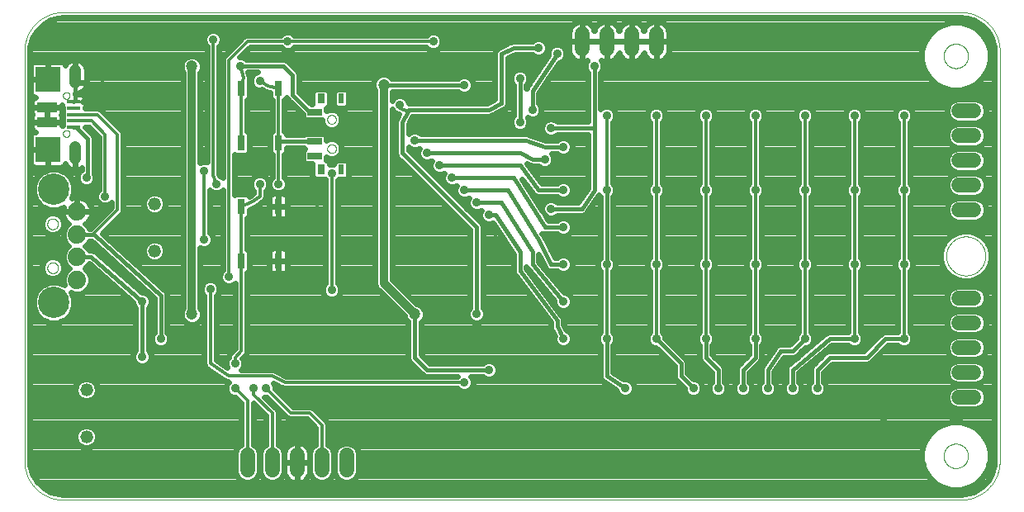
<source format=gbl>
G75*
%MOIN*%
%OFA0B0*%
%FSLAX25Y25*%
%IPPOS*%
%LPD*%
%AMOC8*
5,1,8,0,0,1.08239X$1,22.5*
%
%ADD10C,0.00000*%
%ADD11C,0.05200*%
%ADD12C,0.07400*%
%ADD13C,0.12661*%
%ADD14R,0.03000X0.06000*%
%ADD15C,0.06000*%
%ADD16R,0.05906X0.02756*%
%ADD17R,0.02362X0.03937*%
%ADD18R,0.03150X0.03937*%
%ADD19R,0.09843X0.09843*%
%ADD20C,0.04756*%
%ADD21R,0.05315X0.01575*%
%ADD22R,0.07874X0.03937*%
%ADD23C,0.02400*%
%ADD24C,0.03562*%
%ADD25C,0.01600*%
%ADD26C,0.04724*%
%ADD27C,0.03600*%
%ADD28C,0.03200*%
%ADD29C,0.01200*%
D10*
X0059668Y0020048D02*
X0059668Y0185402D01*
X0059673Y0185783D01*
X0059686Y0186163D01*
X0059709Y0186543D01*
X0059742Y0186922D01*
X0059783Y0187300D01*
X0059833Y0187677D01*
X0059893Y0188053D01*
X0059961Y0188428D01*
X0060039Y0188800D01*
X0060126Y0189171D01*
X0060221Y0189539D01*
X0060326Y0189905D01*
X0060439Y0190268D01*
X0060561Y0190629D01*
X0060691Y0190986D01*
X0060831Y0191340D01*
X0060978Y0191691D01*
X0061135Y0192038D01*
X0061299Y0192381D01*
X0061472Y0192720D01*
X0061653Y0193055D01*
X0061842Y0193386D01*
X0062039Y0193711D01*
X0062243Y0194032D01*
X0062456Y0194348D01*
X0062676Y0194658D01*
X0062903Y0194964D01*
X0063138Y0195263D01*
X0063380Y0195557D01*
X0063628Y0195845D01*
X0063884Y0196127D01*
X0064147Y0196402D01*
X0064416Y0196671D01*
X0064691Y0196934D01*
X0064973Y0197190D01*
X0065261Y0197438D01*
X0065555Y0197680D01*
X0065854Y0197915D01*
X0066160Y0198142D01*
X0066470Y0198362D01*
X0066786Y0198575D01*
X0067107Y0198779D01*
X0067432Y0198976D01*
X0067763Y0199165D01*
X0068098Y0199346D01*
X0068437Y0199519D01*
X0068780Y0199683D01*
X0069127Y0199840D01*
X0069478Y0199987D01*
X0069832Y0200127D01*
X0070189Y0200257D01*
X0070550Y0200379D01*
X0070913Y0200492D01*
X0071279Y0200597D01*
X0071647Y0200692D01*
X0072018Y0200779D01*
X0072390Y0200857D01*
X0072765Y0200925D01*
X0073141Y0200985D01*
X0073518Y0201035D01*
X0073896Y0201076D01*
X0074275Y0201109D01*
X0074655Y0201132D01*
X0075035Y0201145D01*
X0075416Y0201150D01*
X0437620Y0201150D01*
X0438001Y0201145D01*
X0438381Y0201132D01*
X0438761Y0201109D01*
X0439140Y0201076D01*
X0439518Y0201035D01*
X0439895Y0200985D01*
X0440271Y0200925D01*
X0440646Y0200857D01*
X0441018Y0200779D01*
X0441389Y0200692D01*
X0441757Y0200597D01*
X0442123Y0200492D01*
X0442486Y0200379D01*
X0442847Y0200257D01*
X0443204Y0200127D01*
X0443558Y0199987D01*
X0443909Y0199840D01*
X0444256Y0199683D01*
X0444599Y0199519D01*
X0444938Y0199346D01*
X0445273Y0199165D01*
X0445604Y0198976D01*
X0445929Y0198779D01*
X0446250Y0198575D01*
X0446566Y0198362D01*
X0446876Y0198142D01*
X0447182Y0197915D01*
X0447481Y0197680D01*
X0447775Y0197438D01*
X0448063Y0197190D01*
X0448345Y0196934D01*
X0448620Y0196671D01*
X0448889Y0196402D01*
X0449152Y0196127D01*
X0449408Y0195845D01*
X0449656Y0195557D01*
X0449898Y0195263D01*
X0450133Y0194964D01*
X0450360Y0194658D01*
X0450580Y0194348D01*
X0450793Y0194032D01*
X0450997Y0193711D01*
X0451194Y0193386D01*
X0451383Y0193055D01*
X0451564Y0192720D01*
X0451737Y0192381D01*
X0451901Y0192038D01*
X0452058Y0191691D01*
X0452205Y0191340D01*
X0452345Y0190986D01*
X0452475Y0190629D01*
X0452597Y0190268D01*
X0452710Y0189905D01*
X0452815Y0189539D01*
X0452910Y0189171D01*
X0452997Y0188800D01*
X0453075Y0188428D01*
X0453143Y0188053D01*
X0453203Y0187677D01*
X0453253Y0187300D01*
X0453294Y0186922D01*
X0453327Y0186543D01*
X0453350Y0186163D01*
X0453363Y0185783D01*
X0453368Y0185402D01*
X0453369Y0185402D02*
X0453369Y0020048D01*
X0453368Y0020048D02*
X0453363Y0019667D01*
X0453350Y0019287D01*
X0453327Y0018907D01*
X0453294Y0018528D01*
X0453253Y0018150D01*
X0453203Y0017773D01*
X0453143Y0017397D01*
X0453075Y0017022D01*
X0452997Y0016650D01*
X0452910Y0016279D01*
X0452815Y0015911D01*
X0452710Y0015545D01*
X0452597Y0015182D01*
X0452475Y0014821D01*
X0452345Y0014464D01*
X0452205Y0014110D01*
X0452058Y0013759D01*
X0451901Y0013412D01*
X0451737Y0013069D01*
X0451564Y0012730D01*
X0451383Y0012395D01*
X0451194Y0012064D01*
X0450997Y0011739D01*
X0450793Y0011418D01*
X0450580Y0011102D01*
X0450360Y0010792D01*
X0450133Y0010486D01*
X0449898Y0010187D01*
X0449656Y0009893D01*
X0449408Y0009605D01*
X0449152Y0009323D01*
X0448889Y0009048D01*
X0448620Y0008779D01*
X0448345Y0008516D01*
X0448063Y0008260D01*
X0447775Y0008012D01*
X0447481Y0007770D01*
X0447182Y0007535D01*
X0446876Y0007308D01*
X0446566Y0007088D01*
X0446250Y0006875D01*
X0445929Y0006671D01*
X0445604Y0006474D01*
X0445273Y0006285D01*
X0444938Y0006104D01*
X0444599Y0005931D01*
X0444256Y0005767D01*
X0443909Y0005610D01*
X0443558Y0005463D01*
X0443204Y0005323D01*
X0442847Y0005193D01*
X0442486Y0005071D01*
X0442123Y0004958D01*
X0441757Y0004853D01*
X0441389Y0004758D01*
X0441018Y0004671D01*
X0440646Y0004593D01*
X0440271Y0004525D01*
X0439895Y0004465D01*
X0439518Y0004415D01*
X0439140Y0004374D01*
X0438761Y0004341D01*
X0438381Y0004318D01*
X0438001Y0004305D01*
X0437620Y0004300D01*
X0075416Y0004300D01*
X0075035Y0004305D01*
X0074655Y0004318D01*
X0074275Y0004341D01*
X0073896Y0004374D01*
X0073518Y0004415D01*
X0073141Y0004465D01*
X0072765Y0004525D01*
X0072390Y0004593D01*
X0072018Y0004671D01*
X0071647Y0004758D01*
X0071279Y0004853D01*
X0070913Y0004958D01*
X0070550Y0005071D01*
X0070189Y0005193D01*
X0069832Y0005323D01*
X0069478Y0005463D01*
X0069127Y0005610D01*
X0068780Y0005767D01*
X0068437Y0005931D01*
X0068098Y0006104D01*
X0067763Y0006285D01*
X0067432Y0006474D01*
X0067107Y0006671D01*
X0066786Y0006875D01*
X0066470Y0007088D01*
X0066160Y0007308D01*
X0065854Y0007535D01*
X0065555Y0007770D01*
X0065261Y0008012D01*
X0064973Y0008260D01*
X0064691Y0008516D01*
X0064416Y0008779D01*
X0064147Y0009048D01*
X0063884Y0009323D01*
X0063628Y0009605D01*
X0063380Y0009893D01*
X0063138Y0010187D01*
X0062903Y0010486D01*
X0062676Y0010792D01*
X0062456Y0011102D01*
X0062243Y0011418D01*
X0062039Y0011739D01*
X0061842Y0012064D01*
X0061653Y0012395D01*
X0061472Y0012730D01*
X0061299Y0013069D01*
X0061135Y0013412D01*
X0060978Y0013759D01*
X0060831Y0014110D01*
X0060691Y0014464D01*
X0060561Y0014821D01*
X0060439Y0015182D01*
X0060326Y0015545D01*
X0060221Y0015911D01*
X0060126Y0016279D01*
X0060039Y0016650D01*
X0059961Y0017022D01*
X0059893Y0017397D01*
X0059833Y0017773D01*
X0059783Y0018150D01*
X0059742Y0018528D01*
X0059709Y0018907D01*
X0059686Y0019287D01*
X0059673Y0019667D01*
X0059668Y0020048D01*
X0068920Y0097942D02*
X0068922Y0098035D01*
X0068928Y0098127D01*
X0068938Y0098219D01*
X0068952Y0098310D01*
X0068969Y0098401D01*
X0068991Y0098491D01*
X0069016Y0098580D01*
X0069045Y0098668D01*
X0069078Y0098754D01*
X0069115Y0098839D01*
X0069155Y0098923D01*
X0069199Y0099004D01*
X0069246Y0099084D01*
X0069296Y0099162D01*
X0069350Y0099237D01*
X0069407Y0099310D01*
X0069467Y0099380D01*
X0069530Y0099448D01*
X0069596Y0099513D01*
X0069664Y0099575D01*
X0069735Y0099635D01*
X0069809Y0099691D01*
X0069885Y0099744D01*
X0069963Y0099793D01*
X0070043Y0099840D01*
X0070125Y0099882D01*
X0070209Y0099922D01*
X0070294Y0099957D01*
X0070381Y0099989D01*
X0070469Y0100018D01*
X0070558Y0100042D01*
X0070648Y0100063D01*
X0070739Y0100079D01*
X0070831Y0100092D01*
X0070923Y0100101D01*
X0071016Y0100106D01*
X0071108Y0100107D01*
X0071201Y0100104D01*
X0071293Y0100097D01*
X0071385Y0100086D01*
X0071476Y0100071D01*
X0071567Y0100053D01*
X0071657Y0100030D01*
X0071745Y0100004D01*
X0071833Y0099974D01*
X0071919Y0099940D01*
X0072003Y0099903D01*
X0072086Y0099861D01*
X0072167Y0099817D01*
X0072247Y0099769D01*
X0072324Y0099718D01*
X0072398Y0099663D01*
X0072471Y0099605D01*
X0072541Y0099545D01*
X0072608Y0099481D01*
X0072672Y0099415D01*
X0072734Y0099345D01*
X0072792Y0099274D01*
X0072847Y0099200D01*
X0072899Y0099123D01*
X0072948Y0099044D01*
X0072994Y0098964D01*
X0073036Y0098881D01*
X0073074Y0098797D01*
X0073109Y0098711D01*
X0073140Y0098624D01*
X0073167Y0098536D01*
X0073190Y0098446D01*
X0073210Y0098356D01*
X0073226Y0098265D01*
X0073238Y0098173D01*
X0073246Y0098081D01*
X0073250Y0097988D01*
X0073250Y0097896D01*
X0073246Y0097803D01*
X0073238Y0097711D01*
X0073226Y0097619D01*
X0073210Y0097528D01*
X0073190Y0097438D01*
X0073167Y0097348D01*
X0073140Y0097260D01*
X0073109Y0097173D01*
X0073074Y0097087D01*
X0073036Y0097003D01*
X0072994Y0096920D01*
X0072948Y0096840D01*
X0072899Y0096761D01*
X0072847Y0096684D01*
X0072792Y0096610D01*
X0072734Y0096539D01*
X0072672Y0096469D01*
X0072608Y0096403D01*
X0072541Y0096339D01*
X0072471Y0096279D01*
X0072398Y0096221D01*
X0072324Y0096166D01*
X0072247Y0096115D01*
X0072168Y0096067D01*
X0072086Y0096023D01*
X0072003Y0095981D01*
X0071919Y0095944D01*
X0071833Y0095910D01*
X0071745Y0095880D01*
X0071657Y0095854D01*
X0071567Y0095831D01*
X0071476Y0095813D01*
X0071385Y0095798D01*
X0071293Y0095787D01*
X0071201Y0095780D01*
X0071108Y0095777D01*
X0071016Y0095778D01*
X0070923Y0095783D01*
X0070831Y0095792D01*
X0070739Y0095805D01*
X0070648Y0095821D01*
X0070558Y0095842D01*
X0070469Y0095866D01*
X0070381Y0095895D01*
X0070294Y0095927D01*
X0070209Y0095962D01*
X0070125Y0096002D01*
X0070043Y0096044D01*
X0069963Y0096091D01*
X0069885Y0096140D01*
X0069809Y0096193D01*
X0069735Y0096249D01*
X0069664Y0096309D01*
X0069596Y0096371D01*
X0069530Y0096436D01*
X0069467Y0096504D01*
X0069407Y0096574D01*
X0069350Y0096647D01*
X0069296Y0096722D01*
X0069246Y0096800D01*
X0069199Y0096880D01*
X0069155Y0096961D01*
X0069115Y0097045D01*
X0069078Y0097130D01*
X0069045Y0097216D01*
X0069016Y0097304D01*
X0068991Y0097393D01*
X0068969Y0097483D01*
X0068952Y0097574D01*
X0068938Y0097665D01*
X0068928Y0097757D01*
X0068922Y0097849D01*
X0068920Y0097942D01*
X0068920Y0115658D02*
X0068922Y0115751D01*
X0068928Y0115843D01*
X0068938Y0115935D01*
X0068952Y0116026D01*
X0068969Y0116117D01*
X0068991Y0116207D01*
X0069016Y0116296D01*
X0069045Y0116384D01*
X0069078Y0116470D01*
X0069115Y0116555D01*
X0069155Y0116639D01*
X0069199Y0116720D01*
X0069246Y0116800D01*
X0069296Y0116878D01*
X0069350Y0116953D01*
X0069407Y0117026D01*
X0069467Y0117096D01*
X0069530Y0117164D01*
X0069596Y0117229D01*
X0069664Y0117291D01*
X0069735Y0117351D01*
X0069809Y0117407D01*
X0069885Y0117460D01*
X0069963Y0117509D01*
X0070043Y0117556D01*
X0070125Y0117598D01*
X0070209Y0117638D01*
X0070294Y0117673D01*
X0070381Y0117705D01*
X0070469Y0117734D01*
X0070558Y0117758D01*
X0070648Y0117779D01*
X0070739Y0117795D01*
X0070831Y0117808D01*
X0070923Y0117817D01*
X0071016Y0117822D01*
X0071108Y0117823D01*
X0071201Y0117820D01*
X0071293Y0117813D01*
X0071385Y0117802D01*
X0071476Y0117787D01*
X0071567Y0117769D01*
X0071657Y0117746D01*
X0071745Y0117720D01*
X0071833Y0117690D01*
X0071919Y0117656D01*
X0072003Y0117619D01*
X0072086Y0117577D01*
X0072167Y0117533D01*
X0072247Y0117485D01*
X0072324Y0117434D01*
X0072398Y0117379D01*
X0072471Y0117321D01*
X0072541Y0117261D01*
X0072608Y0117197D01*
X0072672Y0117131D01*
X0072734Y0117061D01*
X0072792Y0116990D01*
X0072847Y0116916D01*
X0072899Y0116839D01*
X0072948Y0116760D01*
X0072994Y0116680D01*
X0073036Y0116597D01*
X0073074Y0116513D01*
X0073109Y0116427D01*
X0073140Y0116340D01*
X0073167Y0116252D01*
X0073190Y0116162D01*
X0073210Y0116072D01*
X0073226Y0115981D01*
X0073238Y0115889D01*
X0073246Y0115797D01*
X0073250Y0115704D01*
X0073250Y0115612D01*
X0073246Y0115519D01*
X0073238Y0115427D01*
X0073226Y0115335D01*
X0073210Y0115244D01*
X0073190Y0115154D01*
X0073167Y0115064D01*
X0073140Y0114976D01*
X0073109Y0114889D01*
X0073074Y0114803D01*
X0073036Y0114719D01*
X0072994Y0114636D01*
X0072948Y0114556D01*
X0072899Y0114477D01*
X0072847Y0114400D01*
X0072792Y0114326D01*
X0072734Y0114255D01*
X0072672Y0114185D01*
X0072608Y0114119D01*
X0072541Y0114055D01*
X0072471Y0113995D01*
X0072398Y0113937D01*
X0072324Y0113882D01*
X0072247Y0113831D01*
X0072168Y0113783D01*
X0072086Y0113739D01*
X0072003Y0113697D01*
X0071919Y0113660D01*
X0071833Y0113626D01*
X0071745Y0113596D01*
X0071657Y0113570D01*
X0071567Y0113547D01*
X0071476Y0113529D01*
X0071385Y0113514D01*
X0071293Y0113503D01*
X0071201Y0113496D01*
X0071108Y0113493D01*
X0071016Y0113494D01*
X0070923Y0113499D01*
X0070831Y0113508D01*
X0070739Y0113521D01*
X0070648Y0113537D01*
X0070558Y0113558D01*
X0070469Y0113582D01*
X0070381Y0113611D01*
X0070294Y0113643D01*
X0070209Y0113678D01*
X0070125Y0113718D01*
X0070043Y0113760D01*
X0069963Y0113807D01*
X0069885Y0113856D01*
X0069809Y0113909D01*
X0069735Y0113965D01*
X0069664Y0114025D01*
X0069596Y0114087D01*
X0069530Y0114152D01*
X0069467Y0114220D01*
X0069407Y0114290D01*
X0069350Y0114363D01*
X0069296Y0114438D01*
X0069246Y0114516D01*
X0069199Y0114596D01*
X0069155Y0114677D01*
X0069115Y0114761D01*
X0069078Y0114846D01*
X0069045Y0114932D01*
X0069016Y0115020D01*
X0068991Y0115109D01*
X0068969Y0115199D01*
X0068952Y0115290D01*
X0068938Y0115381D01*
X0068928Y0115473D01*
X0068922Y0115565D01*
X0068920Y0115658D01*
X0067935Y0144457D02*
X0070298Y0144457D01*
X0070297Y0144457D02*
X0070360Y0144465D01*
X0070422Y0144476D01*
X0070484Y0144491D01*
X0070544Y0144509D01*
X0070604Y0144531D01*
X0070662Y0144556D01*
X0070718Y0144585D01*
X0070773Y0144617D01*
X0070825Y0144652D01*
X0070876Y0144690D01*
X0070924Y0144730D01*
X0070970Y0144774D01*
X0071013Y0144820D01*
X0071054Y0144869D01*
X0071092Y0144920D01*
X0071126Y0144972D01*
X0071158Y0145027D01*
X0071186Y0145084D01*
X0071211Y0145142D01*
X0071232Y0145202D01*
X0071250Y0145262D01*
X0071264Y0145324D01*
X0071275Y0145386D01*
X0071282Y0145449D01*
X0071286Y0145512D01*
X0071285Y0145575D01*
X0071282Y0145638D01*
X0071282Y0145639D02*
X0071285Y0145702D01*
X0071286Y0145765D01*
X0071282Y0145828D01*
X0071275Y0145891D01*
X0071264Y0145953D01*
X0071250Y0146015D01*
X0071232Y0146075D01*
X0071211Y0146135D01*
X0071186Y0146193D01*
X0071158Y0146250D01*
X0071126Y0146305D01*
X0071092Y0146357D01*
X0071054Y0146408D01*
X0071013Y0146457D01*
X0070970Y0146503D01*
X0070924Y0146547D01*
X0070876Y0146587D01*
X0070825Y0146625D01*
X0070773Y0146660D01*
X0070718Y0146692D01*
X0070662Y0146721D01*
X0070604Y0146746D01*
X0070544Y0146768D01*
X0070484Y0146786D01*
X0070422Y0146801D01*
X0070360Y0146812D01*
X0070297Y0146820D01*
X0070298Y0146820D02*
X0067935Y0146820D01*
X0067936Y0146820D02*
X0067870Y0146812D01*
X0067806Y0146800D01*
X0067742Y0146784D01*
X0067679Y0146765D01*
X0067618Y0146741D01*
X0067558Y0146714D01*
X0067500Y0146684D01*
X0067444Y0146650D01*
X0067390Y0146613D01*
X0067338Y0146572D01*
X0067289Y0146528D01*
X0067242Y0146482D01*
X0067199Y0146433D01*
X0067158Y0146381D01*
X0067121Y0146327D01*
X0067087Y0146271D01*
X0067057Y0146213D01*
X0067030Y0146153D01*
X0067006Y0146092D01*
X0066987Y0146029D01*
X0066971Y0145965D01*
X0066959Y0145901D01*
X0066951Y0145835D01*
X0066947Y0145770D01*
X0066947Y0145704D01*
X0066951Y0145639D01*
X0066951Y0145638D02*
X0066947Y0145573D01*
X0066947Y0145507D01*
X0066951Y0145442D01*
X0066959Y0145376D01*
X0066971Y0145312D01*
X0066987Y0145248D01*
X0067006Y0145185D01*
X0067030Y0145124D01*
X0067057Y0145064D01*
X0067087Y0145006D01*
X0067121Y0144950D01*
X0067158Y0144896D01*
X0067199Y0144844D01*
X0067242Y0144795D01*
X0067289Y0144749D01*
X0067338Y0144705D01*
X0067390Y0144664D01*
X0067444Y0144627D01*
X0067500Y0144593D01*
X0067558Y0144563D01*
X0067618Y0144536D01*
X0067679Y0144512D01*
X0067742Y0144493D01*
X0067806Y0144477D01*
X0067870Y0144465D01*
X0067936Y0144457D01*
X0075219Y0152135D02*
X0075221Y0152209D01*
X0075227Y0152283D01*
X0075237Y0152356D01*
X0075251Y0152429D01*
X0075268Y0152501D01*
X0075290Y0152571D01*
X0075315Y0152641D01*
X0075344Y0152709D01*
X0075377Y0152775D01*
X0075413Y0152840D01*
X0075453Y0152902D01*
X0075495Y0152963D01*
X0075541Y0153021D01*
X0075590Y0153076D01*
X0075642Y0153129D01*
X0075697Y0153179D01*
X0075754Y0153225D01*
X0075814Y0153269D01*
X0075876Y0153309D01*
X0075940Y0153346D01*
X0076006Y0153380D01*
X0076074Y0153410D01*
X0076143Y0153436D01*
X0076214Y0153459D01*
X0076285Y0153477D01*
X0076358Y0153492D01*
X0076431Y0153503D01*
X0076505Y0153510D01*
X0076579Y0153513D01*
X0076652Y0153512D01*
X0076726Y0153507D01*
X0076800Y0153498D01*
X0076873Y0153485D01*
X0076945Y0153468D01*
X0077016Y0153448D01*
X0077086Y0153423D01*
X0077154Y0153395D01*
X0077221Y0153364D01*
X0077286Y0153328D01*
X0077349Y0153290D01*
X0077410Y0153248D01*
X0077469Y0153202D01*
X0077525Y0153154D01*
X0077578Y0153103D01*
X0077628Y0153049D01*
X0077676Y0152992D01*
X0077720Y0152933D01*
X0077762Y0152871D01*
X0077800Y0152808D01*
X0077834Y0152742D01*
X0077865Y0152675D01*
X0077892Y0152606D01*
X0077915Y0152536D01*
X0077935Y0152465D01*
X0077951Y0152392D01*
X0077963Y0152319D01*
X0077971Y0152246D01*
X0077975Y0152172D01*
X0077975Y0152098D01*
X0077971Y0152024D01*
X0077963Y0151951D01*
X0077951Y0151878D01*
X0077935Y0151805D01*
X0077915Y0151734D01*
X0077892Y0151664D01*
X0077865Y0151595D01*
X0077834Y0151528D01*
X0077800Y0151462D01*
X0077762Y0151399D01*
X0077720Y0151337D01*
X0077676Y0151278D01*
X0077628Y0151221D01*
X0077578Y0151167D01*
X0077525Y0151116D01*
X0077469Y0151068D01*
X0077410Y0151022D01*
X0077349Y0150980D01*
X0077286Y0150942D01*
X0077221Y0150906D01*
X0077154Y0150875D01*
X0077086Y0150847D01*
X0077016Y0150822D01*
X0076945Y0150802D01*
X0076873Y0150785D01*
X0076800Y0150772D01*
X0076726Y0150763D01*
X0076652Y0150758D01*
X0076579Y0150757D01*
X0076505Y0150760D01*
X0076431Y0150767D01*
X0076358Y0150778D01*
X0076285Y0150793D01*
X0076214Y0150811D01*
X0076143Y0150834D01*
X0076074Y0150860D01*
X0076006Y0150890D01*
X0075940Y0150924D01*
X0075876Y0150961D01*
X0075814Y0151001D01*
X0075754Y0151045D01*
X0075697Y0151091D01*
X0075642Y0151141D01*
X0075590Y0151194D01*
X0075541Y0151249D01*
X0075495Y0151307D01*
X0075453Y0151368D01*
X0075413Y0151430D01*
X0075377Y0151495D01*
X0075344Y0151561D01*
X0075315Y0151629D01*
X0075290Y0151699D01*
X0075268Y0151769D01*
X0075251Y0151841D01*
X0075237Y0151914D01*
X0075227Y0151987D01*
X0075221Y0152061D01*
X0075219Y0152135D01*
X0075219Y0167489D02*
X0075221Y0167563D01*
X0075227Y0167637D01*
X0075237Y0167710D01*
X0075251Y0167783D01*
X0075268Y0167855D01*
X0075290Y0167925D01*
X0075315Y0167995D01*
X0075344Y0168063D01*
X0075377Y0168129D01*
X0075413Y0168194D01*
X0075453Y0168256D01*
X0075495Y0168317D01*
X0075541Y0168375D01*
X0075590Y0168430D01*
X0075642Y0168483D01*
X0075697Y0168533D01*
X0075754Y0168579D01*
X0075814Y0168623D01*
X0075876Y0168663D01*
X0075940Y0168700D01*
X0076006Y0168734D01*
X0076074Y0168764D01*
X0076143Y0168790D01*
X0076214Y0168813D01*
X0076285Y0168831D01*
X0076358Y0168846D01*
X0076431Y0168857D01*
X0076505Y0168864D01*
X0076579Y0168867D01*
X0076652Y0168866D01*
X0076726Y0168861D01*
X0076800Y0168852D01*
X0076873Y0168839D01*
X0076945Y0168822D01*
X0077016Y0168802D01*
X0077086Y0168777D01*
X0077154Y0168749D01*
X0077221Y0168718D01*
X0077286Y0168682D01*
X0077349Y0168644D01*
X0077410Y0168602D01*
X0077469Y0168556D01*
X0077525Y0168508D01*
X0077578Y0168457D01*
X0077628Y0168403D01*
X0077676Y0168346D01*
X0077720Y0168287D01*
X0077762Y0168225D01*
X0077800Y0168162D01*
X0077834Y0168096D01*
X0077865Y0168029D01*
X0077892Y0167960D01*
X0077915Y0167890D01*
X0077935Y0167819D01*
X0077951Y0167746D01*
X0077963Y0167673D01*
X0077971Y0167600D01*
X0077975Y0167526D01*
X0077975Y0167452D01*
X0077971Y0167378D01*
X0077963Y0167305D01*
X0077951Y0167232D01*
X0077935Y0167159D01*
X0077915Y0167088D01*
X0077892Y0167018D01*
X0077865Y0166949D01*
X0077834Y0166882D01*
X0077800Y0166816D01*
X0077762Y0166753D01*
X0077720Y0166691D01*
X0077676Y0166632D01*
X0077628Y0166575D01*
X0077578Y0166521D01*
X0077525Y0166470D01*
X0077469Y0166422D01*
X0077410Y0166376D01*
X0077349Y0166334D01*
X0077286Y0166296D01*
X0077221Y0166260D01*
X0077154Y0166229D01*
X0077086Y0166201D01*
X0077016Y0166176D01*
X0076945Y0166156D01*
X0076873Y0166139D01*
X0076800Y0166126D01*
X0076726Y0166117D01*
X0076652Y0166112D01*
X0076579Y0166111D01*
X0076505Y0166114D01*
X0076431Y0166121D01*
X0076358Y0166132D01*
X0076285Y0166147D01*
X0076214Y0166165D01*
X0076143Y0166188D01*
X0076074Y0166214D01*
X0076006Y0166244D01*
X0075940Y0166278D01*
X0075876Y0166315D01*
X0075814Y0166355D01*
X0075754Y0166399D01*
X0075697Y0166445D01*
X0075642Y0166495D01*
X0075590Y0166548D01*
X0075541Y0166603D01*
X0075495Y0166661D01*
X0075453Y0166722D01*
X0075413Y0166784D01*
X0075377Y0166849D01*
X0075344Y0166915D01*
X0075315Y0166983D01*
X0075290Y0167053D01*
X0075268Y0167123D01*
X0075251Y0167195D01*
X0075237Y0167268D01*
X0075227Y0167341D01*
X0075221Y0167415D01*
X0075219Y0167489D01*
X0070298Y0172804D02*
X0067935Y0172804D01*
X0067936Y0172804D02*
X0067870Y0172812D01*
X0067806Y0172824D01*
X0067742Y0172840D01*
X0067679Y0172859D01*
X0067618Y0172883D01*
X0067558Y0172910D01*
X0067500Y0172940D01*
X0067444Y0172974D01*
X0067390Y0173011D01*
X0067338Y0173052D01*
X0067289Y0173096D01*
X0067242Y0173142D01*
X0067199Y0173191D01*
X0067158Y0173243D01*
X0067121Y0173297D01*
X0067087Y0173353D01*
X0067057Y0173411D01*
X0067030Y0173471D01*
X0067006Y0173532D01*
X0066987Y0173595D01*
X0066971Y0173659D01*
X0066959Y0173723D01*
X0066951Y0173789D01*
X0066947Y0173854D01*
X0066947Y0173920D01*
X0066951Y0173985D01*
X0066947Y0174050D01*
X0066947Y0174116D01*
X0066951Y0174181D01*
X0066959Y0174247D01*
X0066971Y0174311D01*
X0066987Y0174375D01*
X0067006Y0174438D01*
X0067030Y0174499D01*
X0067057Y0174559D01*
X0067087Y0174617D01*
X0067121Y0174673D01*
X0067158Y0174727D01*
X0067199Y0174779D01*
X0067242Y0174828D01*
X0067289Y0174874D01*
X0067338Y0174918D01*
X0067390Y0174959D01*
X0067444Y0174996D01*
X0067500Y0175030D01*
X0067558Y0175060D01*
X0067618Y0175087D01*
X0067679Y0175111D01*
X0067742Y0175130D01*
X0067806Y0175146D01*
X0067870Y0175158D01*
X0067936Y0175166D01*
X0067935Y0175166D02*
X0070298Y0175166D01*
X0070297Y0175166D02*
X0070360Y0175158D01*
X0070422Y0175147D01*
X0070484Y0175132D01*
X0070544Y0175114D01*
X0070604Y0175092D01*
X0070662Y0175067D01*
X0070718Y0175038D01*
X0070773Y0175006D01*
X0070825Y0174971D01*
X0070876Y0174933D01*
X0070924Y0174893D01*
X0070970Y0174849D01*
X0071013Y0174803D01*
X0071054Y0174754D01*
X0071092Y0174703D01*
X0071126Y0174651D01*
X0071158Y0174596D01*
X0071186Y0174539D01*
X0071211Y0174481D01*
X0071232Y0174421D01*
X0071250Y0174361D01*
X0071264Y0174299D01*
X0071275Y0174237D01*
X0071282Y0174174D01*
X0071286Y0174111D01*
X0071285Y0174048D01*
X0071282Y0173985D01*
X0071285Y0173922D01*
X0071286Y0173859D01*
X0071282Y0173796D01*
X0071275Y0173733D01*
X0071264Y0173671D01*
X0071250Y0173609D01*
X0071232Y0173549D01*
X0071211Y0173489D01*
X0071186Y0173431D01*
X0071158Y0173374D01*
X0071126Y0173319D01*
X0071092Y0173267D01*
X0071054Y0173216D01*
X0071013Y0173167D01*
X0070970Y0173121D01*
X0070924Y0173077D01*
X0070876Y0173037D01*
X0070825Y0172999D01*
X0070773Y0172964D01*
X0070718Y0172932D01*
X0070662Y0172903D01*
X0070604Y0172878D01*
X0070544Y0172856D01*
X0070484Y0172838D01*
X0070422Y0172823D01*
X0070360Y0172812D01*
X0070297Y0172804D01*
X0181911Y0157843D02*
X0181913Y0157927D01*
X0181919Y0158010D01*
X0181929Y0158093D01*
X0181943Y0158176D01*
X0181960Y0158258D01*
X0181982Y0158339D01*
X0182007Y0158418D01*
X0182036Y0158497D01*
X0182069Y0158574D01*
X0182105Y0158649D01*
X0182145Y0158723D01*
X0182188Y0158795D01*
X0182235Y0158864D01*
X0182285Y0158931D01*
X0182338Y0158996D01*
X0182394Y0159058D01*
X0182452Y0159118D01*
X0182514Y0159175D01*
X0182578Y0159228D01*
X0182645Y0159279D01*
X0182714Y0159326D01*
X0182785Y0159371D01*
X0182858Y0159411D01*
X0182933Y0159448D01*
X0183010Y0159482D01*
X0183088Y0159512D01*
X0183167Y0159538D01*
X0183248Y0159561D01*
X0183330Y0159579D01*
X0183412Y0159594D01*
X0183495Y0159605D01*
X0183578Y0159612D01*
X0183662Y0159615D01*
X0183746Y0159614D01*
X0183829Y0159609D01*
X0183913Y0159600D01*
X0183995Y0159587D01*
X0184077Y0159571D01*
X0184158Y0159550D01*
X0184239Y0159526D01*
X0184317Y0159498D01*
X0184395Y0159466D01*
X0184471Y0159430D01*
X0184545Y0159391D01*
X0184617Y0159349D01*
X0184687Y0159303D01*
X0184755Y0159254D01*
X0184820Y0159202D01*
X0184883Y0159147D01*
X0184943Y0159089D01*
X0185001Y0159028D01*
X0185055Y0158964D01*
X0185107Y0158898D01*
X0185155Y0158830D01*
X0185200Y0158759D01*
X0185241Y0158686D01*
X0185280Y0158612D01*
X0185314Y0158536D01*
X0185345Y0158458D01*
X0185372Y0158379D01*
X0185396Y0158298D01*
X0185415Y0158217D01*
X0185431Y0158135D01*
X0185443Y0158052D01*
X0185451Y0157968D01*
X0185455Y0157885D01*
X0185455Y0157801D01*
X0185451Y0157718D01*
X0185443Y0157634D01*
X0185431Y0157551D01*
X0185415Y0157469D01*
X0185396Y0157388D01*
X0185372Y0157307D01*
X0185345Y0157228D01*
X0185314Y0157150D01*
X0185280Y0157074D01*
X0185241Y0157000D01*
X0185200Y0156927D01*
X0185155Y0156856D01*
X0185107Y0156788D01*
X0185055Y0156722D01*
X0185001Y0156658D01*
X0184943Y0156597D01*
X0184883Y0156539D01*
X0184820Y0156484D01*
X0184755Y0156432D01*
X0184687Y0156383D01*
X0184617Y0156337D01*
X0184545Y0156295D01*
X0184471Y0156256D01*
X0184395Y0156220D01*
X0184317Y0156188D01*
X0184239Y0156160D01*
X0184158Y0156136D01*
X0184077Y0156115D01*
X0183995Y0156099D01*
X0183913Y0156086D01*
X0183829Y0156077D01*
X0183746Y0156072D01*
X0183662Y0156071D01*
X0183578Y0156074D01*
X0183495Y0156081D01*
X0183412Y0156092D01*
X0183330Y0156107D01*
X0183248Y0156125D01*
X0183167Y0156148D01*
X0183088Y0156174D01*
X0183010Y0156204D01*
X0182933Y0156238D01*
X0182858Y0156275D01*
X0182785Y0156315D01*
X0182714Y0156360D01*
X0182645Y0156407D01*
X0182578Y0156458D01*
X0182514Y0156511D01*
X0182452Y0156568D01*
X0182394Y0156628D01*
X0182338Y0156690D01*
X0182285Y0156755D01*
X0182235Y0156822D01*
X0182188Y0156891D01*
X0182145Y0156963D01*
X0182105Y0157037D01*
X0182069Y0157112D01*
X0182036Y0157189D01*
X0182007Y0157268D01*
X0181982Y0157347D01*
X0181960Y0157428D01*
X0181943Y0157510D01*
X0181929Y0157593D01*
X0181919Y0157676D01*
X0181913Y0157759D01*
X0181911Y0157843D01*
X0181911Y0146032D02*
X0181913Y0146116D01*
X0181919Y0146199D01*
X0181929Y0146282D01*
X0181943Y0146365D01*
X0181960Y0146447D01*
X0181982Y0146528D01*
X0182007Y0146607D01*
X0182036Y0146686D01*
X0182069Y0146763D01*
X0182105Y0146838D01*
X0182145Y0146912D01*
X0182188Y0146984D01*
X0182235Y0147053D01*
X0182285Y0147120D01*
X0182338Y0147185D01*
X0182394Y0147247D01*
X0182452Y0147307D01*
X0182514Y0147364D01*
X0182578Y0147417D01*
X0182645Y0147468D01*
X0182714Y0147515D01*
X0182785Y0147560D01*
X0182858Y0147600D01*
X0182933Y0147637D01*
X0183010Y0147671D01*
X0183088Y0147701D01*
X0183167Y0147727D01*
X0183248Y0147750D01*
X0183330Y0147768D01*
X0183412Y0147783D01*
X0183495Y0147794D01*
X0183578Y0147801D01*
X0183662Y0147804D01*
X0183746Y0147803D01*
X0183829Y0147798D01*
X0183913Y0147789D01*
X0183995Y0147776D01*
X0184077Y0147760D01*
X0184158Y0147739D01*
X0184239Y0147715D01*
X0184317Y0147687D01*
X0184395Y0147655D01*
X0184471Y0147619D01*
X0184545Y0147580D01*
X0184617Y0147538D01*
X0184687Y0147492D01*
X0184755Y0147443D01*
X0184820Y0147391D01*
X0184883Y0147336D01*
X0184943Y0147278D01*
X0185001Y0147217D01*
X0185055Y0147153D01*
X0185107Y0147087D01*
X0185155Y0147019D01*
X0185200Y0146948D01*
X0185241Y0146875D01*
X0185280Y0146801D01*
X0185314Y0146725D01*
X0185345Y0146647D01*
X0185372Y0146568D01*
X0185396Y0146487D01*
X0185415Y0146406D01*
X0185431Y0146324D01*
X0185443Y0146241D01*
X0185451Y0146157D01*
X0185455Y0146074D01*
X0185455Y0145990D01*
X0185451Y0145907D01*
X0185443Y0145823D01*
X0185431Y0145740D01*
X0185415Y0145658D01*
X0185396Y0145577D01*
X0185372Y0145496D01*
X0185345Y0145417D01*
X0185314Y0145339D01*
X0185280Y0145263D01*
X0185241Y0145189D01*
X0185200Y0145116D01*
X0185155Y0145045D01*
X0185107Y0144977D01*
X0185055Y0144911D01*
X0185001Y0144847D01*
X0184943Y0144786D01*
X0184883Y0144728D01*
X0184820Y0144673D01*
X0184755Y0144621D01*
X0184687Y0144572D01*
X0184617Y0144526D01*
X0184545Y0144484D01*
X0184471Y0144445D01*
X0184395Y0144409D01*
X0184317Y0144377D01*
X0184239Y0144349D01*
X0184158Y0144325D01*
X0184077Y0144304D01*
X0183995Y0144288D01*
X0183913Y0144275D01*
X0183829Y0144266D01*
X0183746Y0144261D01*
X0183662Y0144260D01*
X0183578Y0144263D01*
X0183495Y0144270D01*
X0183412Y0144281D01*
X0183330Y0144296D01*
X0183248Y0144314D01*
X0183167Y0144337D01*
X0183088Y0144363D01*
X0183010Y0144393D01*
X0182933Y0144427D01*
X0182858Y0144464D01*
X0182785Y0144504D01*
X0182714Y0144549D01*
X0182645Y0144596D01*
X0182578Y0144647D01*
X0182514Y0144700D01*
X0182452Y0144757D01*
X0182394Y0144817D01*
X0182338Y0144879D01*
X0182285Y0144944D01*
X0182235Y0145011D01*
X0182188Y0145080D01*
X0182145Y0145152D01*
X0182105Y0145226D01*
X0182069Y0145301D01*
X0182036Y0145378D01*
X0182007Y0145457D01*
X0181982Y0145536D01*
X0181960Y0145617D01*
X0181943Y0145699D01*
X0181929Y0145782D01*
X0181919Y0145865D01*
X0181913Y0145948D01*
X0181911Y0146032D01*
X0430731Y0183434D02*
X0430733Y0183574D01*
X0430739Y0183714D01*
X0430749Y0183853D01*
X0430763Y0183992D01*
X0430781Y0184131D01*
X0430802Y0184269D01*
X0430828Y0184407D01*
X0430858Y0184544D01*
X0430891Y0184679D01*
X0430929Y0184814D01*
X0430970Y0184948D01*
X0431015Y0185081D01*
X0431063Y0185212D01*
X0431116Y0185341D01*
X0431172Y0185470D01*
X0431231Y0185596D01*
X0431295Y0185721D01*
X0431361Y0185844D01*
X0431432Y0185965D01*
X0431505Y0186084D01*
X0431582Y0186201D01*
X0431663Y0186315D01*
X0431746Y0186427D01*
X0431833Y0186537D01*
X0431923Y0186645D01*
X0432015Y0186749D01*
X0432111Y0186851D01*
X0432210Y0186951D01*
X0432311Y0187047D01*
X0432415Y0187141D01*
X0432522Y0187231D01*
X0432631Y0187318D01*
X0432743Y0187403D01*
X0432857Y0187484D01*
X0432973Y0187562D01*
X0433091Y0187636D01*
X0433212Y0187707D01*
X0433334Y0187775D01*
X0433459Y0187839D01*
X0433585Y0187900D01*
X0433712Y0187957D01*
X0433842Y0188010D01*
X0433973Y0188060D01*
X0434105Y0188105D01*
X0434238Y0188148D01*
X0434373Y0188186D01*
X0434508Y0188220D01*
X0434645Y0188251D01*
X0434782Y0188278D01*
X0434920Y0188300D01*
X0435059Y0188319D01*
X0435198Y0188334D01*
X0435337Y0188345D01*
X0435477Y0188352D01*
X0435617Y0188355D01*
X0435757Y0188354D01*
X0435897Y0188349D01*
X0436036Y0188340D01*
X0436176Y0188327D01*
X0436315Y0188310D01*
X0436453Y0188289D01*
X0436591Y0188265D01*
X0436728Y0188236D01*
X0436864Y0188204D01*
X0436999Y0188167D01*
X0437133Y0188127D01*
X0437266Y0188083D01*
X0437397Y0188035D01*
X0437527Y0187984D01*
X0437656Y0187929D01*
X0437783Y0187870D01*
X0437908Y0187807D01*
X0438031Y0187742D01*
X0438153Y0187672D01*
X0438272Y0187599D01*
X0438390Y0187523D01*
X0438505Y0187444D01*
X0438618Y0187361D01*
X0438728Y0187275D01*
X0438836Y0187186D01*
X0438941Y0187094D01*
X0439044Y0186999D01*
X0439144Y0186901D01*
X0439241Y0186801D01*
X0439335Y0186697D01*
X0439427Y0186591D01*
X0439515Y0186483D01*
X0439600Y0186372D01*
X0439682Y0186258D01*
X0439761Y0186142D01*
X0439836Y0186025D01*
X0439908Y0185905D01*
X0439976Y0185783D01*
X0440041Y0185659D01*
X0440103Y0185533D01*
X0440161Y0185406D01*
X0440215Y0185277D01*
X0440266Y0185146D01*
X0440312Y0185014D01*
X0440355Y0184881D01*
X0440395Y0184747D01*
X0440430Y0184612D01*
X0440462Y0184475D01*
X0440489Y0184338D01*
X0440513Y0184200D01*
X0440533Y0184062D01*
X0440549Y0183923D01*
X0440561Y0183783D01*
X0440569Y0183644D01*
X0440573Y0183504D01*
X0440573Y0183364D01*
X0440569Y0183224D01*
X0440561Y0183085D01*
X0440549Y0182945D01*
X0440533Y0182806D01*
X0440513Y0182668D01*
X0440489Y0182530D01*
X0440462Y0182393D01*
X0440430Y0182256D01*
X0440395Y0182121D01*
X0440355Y0181987D01*
X0440312Y0181854D01*
X0440266Y0181722D01*
X0440215Y0181591D01*
X0440161Y0181462D01*
X0440103Y0181335D01*
X0440041Y0181209D01*
X0439976Y0181085D01*
X0439908Y0180963D01*
X0439836Y0180843D01*
X0439761Y0180726D01*
X0439682Y0180610D01*
X0439600Y0180496D01*
X0439515Y0180385D01*
X0439427Y0180277D01*
X0439335Y0180171D01*
X0439241Y0180067D01*
X0439144Y0179967D01*
X0439044Y0179869D01*
X0438941Y0179774D01*
X0438836Y0179682D01*
X0438728Y0179593D01*
X0438618Y0179507D01*
X0438505Y0179424D01*
X0438390Y0179345D01*
X0438272Y0179269D01*
X0438153Y0179196D01*
X0438031Y0179126D01*
X0437908Y0179061D01*
X0437783Y0178998D01*
X0437656Y0178939D01*
X0437527Y0178884D01*
X0437397Y0178833D01*
X0437266Y0178785D01*
X0437133Y0178741D01*
X0436999Y0178701D01*
X0436864Y0178664D01*
X0436728Y0178632D01*
X0436591Y0178603D01*
X0436453Y0178579D01*
X0436315Y0178558D01*
X0436176Y0178541D01*
X0436036Y0178528D01*
X0435897Y0178519D01*
X0435757Y0178514D01*
X0435617Y0178513D01*
X0435477Y0178516D01*
X0435337Y0178523D01*
X0435198Y0178534D01*
X0435059Y0178549D01*
X0434920Y0178568D01*
X0434782Y0178590D01*
X0434645Y0178617D01*
X0434508Y0178648D01*
X0434373Y0178682D01*
X0434238Y0178720D01*
X0434105Y0178763D01*
X0433973Y0178808D01*
X0433842Y0178858D01*
X0433712Y0178911D01*
X0433585Y0178968D01*
X0433459Y0179029D01*
X0433334Y0179093D01*
X0433212Y0179161D01*
X0433091Y0179232D01*
X0432973Y0179306D01*
X0432857Y0179384D01*
X0432743Y0179465D01*
X0432631Y0179550D01*
X0432522Y0179637D01*
X0432415Y0179727D01*
X0432311Y0179821D01*
X0432210Y0179917D01*
X0432111Y0180017D01*
X0432015Y0180119D01*
X0431923Y0180223D01*
X0431833Y0180331D01*
X0431746Y0180441D01*
X0431663Y0180553D01*
X0431582Y0180667D01*
X0431505Y0180784D01*
X0431432Y0180903D01*
X0431361Y0181024D01*
X0431295Y0181147D01*
X0431231Y0181272D01*
X0431172Y0181398D01*
X0431116Y0181527D01*
X0431063Y0181656D01*
X0431015Y0181787D01*
X0430970Y0181920D01*
X0430929Y0182054D01*
X0430891Y0182189D01*
X0430858Y0182324D01*
X0430828Y0182461D01*
X0430802Y0182599D01*
X0430781Y0182737D01*
X0430763Y0182876D01*
X0430749Y0183015D01*
X0430739Y0183154D01*
X0430733Y0183294D01*
X0430731Y0183434D01*
X0431794Y0102725D02*
X0431796Y0102918D01*
X0431803Y0103111D01*
X0431815Y0103304D01*
X0431832Y0103497D01*
X0431853Y0103689D01*
X0431879Y0103880D01*
X0431910Y0104071D01*
X0431945Y0104261D01*
X0431985Y0104450D01*
X0432030Y0104638D01*
X0432079Y0104825D01*
X0432133Y0105011D01*
X0432191Y0105195D01*
X0432254Y0105378D01*
X0432322Y0105559D01*
X0432393Y0105738D01*
X0432470Y0105916D01*
X0432550Y0106092D01*
X0432635Y0106265D01*
X0432724Y0106437D01*
X0432817Y0106606D01*
X0432914Y0106773D01*
X0433016Y0106938D01*
X0433121Y0107100D01*
X0433230Y0107259D01*
X0433344Y0107416D01*
X0433461Y0107569D01*
X0433581Y0107720D01*
X0433706Y0107868D01*
X0433834Y0108013D01*
X0433965Y0108154D01*
X0434100Y0108293D01*
X0434239Y0108428D01*
X0434380Y0108559D01*
X0434525Y0108687D01*
X0434673Y0108812D01*
X0434824Y0108932D01*
X0434977Y0109049D01*
X0435134Y0109163D01*
X0435293Y0109272D01*
X0435455Y0109377D01*
X0435620Y0109479D01*
X0435787Y0109576D01*
X0435956Y0109669D01*
X0436128Y0109758D01*
X0436301Y0109843D01*
X0436477Y0109923D01*
X0436655Y0110000D01*
X0436834Y0110071D01*
X0437015Y0110139D01*
X0437198Y0110202D01*
X0437382Y0110260D01*
X0437568Y0110314D01*
X0437755Y0110363D01*
X0437943Y0110408D01*
X0438132Y0110448D01*
X0438322Y0110483D01*
X0438513Y0110514D01*
X0438704Y0110540D01*
X0438896Y0110561D01*
X0439089Y0110578D01*
X0439282Y0110590D01*
X0439475Y0110597D01*
X0439668Y0110599D01*
X0439861Y0110597D01*
X0440054Y0110590D01*
X0440247Y0110578D01*
X0440440Y0110561D01*
X0440632Y0110540D01*
X0440823Y0110514D01*
X0441014Y0110483D01*
X0441204Y0110448D01*
X0441393Y0110408D01*
X0441581Y0110363D01*
X0441768Y0110314D01*
X0441954Y0110260D01*
X0442138Y0110202D01*
X0442321Y0110139D01*
X0442502Y0110071D01*
X0442681Y0110000D01*
X0442859Y0109923D01*
X0443035Y0109843D01*
X0443208Y0109758D01*
X0443380Y0109669D01*
X0443549Y0109576D01*
X0443716Y0109479D01*
X0443881Y0109377D01*
X0444043Y0109272D01*
X0444202Y0109163D01*
X0444359Y0109049D01*
X0444512Y0108932D01*
X0444663Y0108812D01*
X0444811Y0108687D01*
X0444956Y0108559D01*
X0445097Y0108428D01*
X0445236Y0108293D01*
X0445371Y0108154D01*
X0445502Y0108013D01*
X0445630Y0107868D01*
X0445755Y0107720D01*
X0445875Y0107569D01*
X0445992Y0107416D01*
X0446106Y0107259D01*
X0446215Y0107100D01*
X0446320Y0106938D01*
X0446422Y0106773D01*
X0446519Y0106606D01*
X0446612Y0106437D01*
X0446701Y0106265D01*
X0446786Y0106092D01*
X0446866Y0105916D01*
X0446943Y0105738D01*
X0447014Y0105559D01*
X0447082Y0105378D01*
X0447145Y0105195D01*
X0447203Y0105011D01*
X0447257Y0104825D01*
X0447306Y0104638D01*
X0447351Y0104450D01*
X0447391Y0104261D01*
X0447426Y0104071D01*
X0447457Y0103880D01*
X0447483Y0103689D01*
X0447504Y0103497D01*
X0447521Y0103304D01*
X0447533Y0103111D01*
X0447540Y0102918D01*
X0447542Y0102725D01*
X0447540Y0102532D01*
X0447533Y0102339D01*
X0447521Y0102146D01*
X0447504Y0101953D01*
X0447483Y0101761D01*
X0447457Y0101570D01*
X0447426Y0101379D01*
X0447391Y0101189D01*
X0447351Y0101000D01*
X0447306Y0100812D01*
X0447257Y0100625D01*
X0447203Y0100439D01*
X0447145Y0100255D01*
X0447082Y0100072D01*
X0447014Y0099891D01*
X0446943Y0099712D01*
X0446866Y0099534D01*
X0446786Y0099358D01*
X0446701Y0099185D01*
X0446612Y0099013D01*
X0446519Y0098844D01*
X0446422Y0098677D01*
X0446320Y0098512D01*
X0446215Y0098350D01*
X0446106Y0098191D01*
X0445992Y0098034D01*
X0445875Y0097881D01*
X0445755Y0097730D01*
X0445630Y0097582D01*
X0445502Y0097437D01*
X0445371Y0097296D01*
X0445236Y0097157D01*
X0445097Y0097022D01*
X0444956Y0096891D01*
X0444811Y0096763D01*
X0444663Y0096638D01*
X0444512Y0096518D01*
X0444359Y0096401D01*
X0444202Y0096287D01*
X0444043Y0096178D01*
X0443881Y0096073D01*
X0443716Y0095971D01*
X0443549Y0095874D01*
X0443380Y0095781D01*
X0443208Y0095692D01*
X0443035Y0095607D01*
X0442859Y0095527D01*
X0442681Y0095450D01*
X0442502Y0095379D01*
X0442321Y0095311D01*
X0442138Y0095248D01*
X0441954Y0095190D01*
X0441768Y0095136D01*
X0441581Y0095087D01*
X0441393Y0095042D01*
X0441204Y0095002D01*
X0441014Y0094967D01*
X0440823Y0094936D01*
X0440632Y0094910D01*
X0440440Y0094889D01*
X0440247Y0094872D01*
X0440054Y0094860D01*
X0439861Y0094853D01*
X0439668Y0094851D01*
X0439475Y0094853D01*
X0439282Y0094860D01*
X0439089Y0094872D01*
X0438896Y0094889D01*
X0438704Y0094910D01*
X0438513Y0094936D01*
X0438322Y0094967D01*
X0438132Y0095002D01*
X0437943Y0095042D01*
X0437755Y0095087D01*
X0437568Y0095136D01*
X0437382Y0095190D01*
X0437198Y0095248D01*
X0437015Y0095311D01*
X0436834Y0095379D01*
X0436655Y0095450D01*
X0436477Y0095527D01*
X0436301Y0095607D01*
X0436128Y0095692D01*
X0435956Y0095781D01*
X0435787Y0095874D01*
X0435620Y0095971D01*
X0435455Y0096073D01*
X0435293Y0096178D01*
X0435134Y0096287D01*
X0434977Y0096401D01*
X0434824Y0096518D01*
X0434673Y0096638D01*
X0434525Y0096763D01*
X0434380Y0096891D01*
X0434239Y0097022D01*
X0434100Y0097157D01*
X0433965Y0097296D01*
X0433834Y0097437D01*
X0433706Y0097582D01*
X0433581Y0097730D01*
X0433461Y0097881D01*
X0433344Y0098034D01*
X0433230Y0098191D01*
X0433121Y0098350D01*
X0433016Y0098512D01*
X0432914Y0098677D01*
X0432817Y0098844D01*
X0432724Y0099013D01*
X0432635Y0099185D01*
X0432550Y0099358D01*
X0432470Y0099534D01*
X0432393Y0099712D01*
X0432322Y0099891D01*
X0432254Y0100072D01*
X0432191Y0100255D01*
X0432133Y0100439D01*
X0432079Y0100625D01*
X0432030Y0100812D01*
X0431985Y0101000D01*
X0431945Y0101189D01*
X0431910Y0101379D01*
X0431879Y0101570D01*
X0431853Y0101761D01*
X0431832Y0101953D01*
X0431815Y0102146D01*
X0431803Y0102339D01*
X0431796Y0102532D01*
X0431794Y0102725D01*
X0430731Y0022017D02*
X0430733Y0022157D01*
X0430739Y0022297D01*
X0430749Y0022436D01*
X0430763Y0022575D01*
X0430781Y0022714D01*
X0430802Y0022852D01*
X0430828Y0022990D01*
X0430858Y0023127D01*
X0430891Y0023262D01*
X0430929Y0023397D01*
X0430970Y0023531D01*
X0431015Y0023664D01*
X0431063Y0023795D01*
X0431116Y0023924D01*
X0431172Y0024053D01*
X0431231Y0024179D01*
X0431295Y0024304D01*
X0431361Y0024427D01*
X0431432Y0024548D01*
X0431505Y0024667D01*
X0431582Y0024784D01*
X0431663Y0024898D01*
X0431746Y0025010D01*
X0431833Y0025120D01*
X0431923Y0025228D01*
X0432015Y0025332D01*
X0432111Y0025434D01*
X0432210Y0025534D01*
X0432311Y0025630D01*
X0432415Y0025724D01*
X0432522Y0025814D01*
X0432631Y0025901D01*
X0432743Y0025986D01*
X0432857Y0026067D01*
X0432973Y0026145D01*
X0433091Y0026219D01*
X0433212Y0026290D01*
X0433334Y0026358D01*
X0433459Y0026422D01*
X0433585Y0026483D01*
X0433712Y0026540D01*
X0433842Y0026593D01*
X0433973Y0026643D01*
X0434105Y0026688D01*
X0434238Y0026731D01*
X0434373Y0026769D01*
X0434508Y0026803D01*
X0434645Y0026834D01*
X0434782Y0026861D01*
X0434920Y0026883D01*
X0435059Y0026902D01*
X0435198Y0026917D01*
X0435337Y0026928D01*
X0435477Y0026935D01*
X0435617Y0026938D01*
X0435757Y0026937D01*
X0435897Y0026932D01*
X0436036Y0026923D01*
X0436176Y0026910D01*
X0436315Y0026893D01*
X0436453Y0026872D01*
X0436591Y0026848D01*
X0436728Y0026819D01*
X0436864Y0026787D01*
X0436999Y0026750D01*
X0437133Y0026710D01*
X0437266Y0026666D01*
X0437397Y0026618D01*
X0437527Y0026567D01*
X0437656Y0026512D01*
X0437783Y0026453D01*
X0437908Y0026390D01*
X0438031Y0026325D01*
X0438153Y0026255D01*
X0438272Y0026182D01*
X0438390Y0026106D01*
X0438505Y0026027D01*
X0438618Y0025944D01*
X0438728Y0025858D01*
X0438836Y0025769D01*
X0438941Y0025677D01*
X0439044Y0025582D01*
X0439144Y0025484D01*
X0439241Y0025384D01*
X0439335Y0025280D01*
X0439427Y0025174D01*
X0439515Y0025066D01*
X0439600Y0024955D01*
X0439682Y0024841D01*
X0439761Y0024725D01*
X0439836Y0024608D01*
X0439908Y0024488D01*
X0439976Y0024366D01*
X0440041Y0024242D01*
X0440103Y0024116D01*
X0440161Y0023989D01*
X0440215Y0023860D01*
X0440266Y0023729D01*
X0440312Y0023597D01*
X0440355Y0023464D01*
X0440395Y0023330D01*
X0440430Y0023195D01*
X0440462Y0023058D01*
X0440489Y0022921D01*
X0440513Y0022783D01*
X0440533Y0022645D01*
X0440549Y0022506D01*
X0440561Y0022366D01*
X0440569Y0022227D01*
X0440573Y0022087D01*
X0440573Y0021947D01*
X0440569Y0021807D01*
X0440561Y0021668D01*
X0440549Y0021528D01*
X0440533Y0021389D01*
X0440513Y0021251D01*
X0440489Y0021113D01*
X0440462Y0020976D01*
X0440430Y0020839D01*
X0440395Y0020704D01*
X0440355Y0020570D01*
X0440312Y0020437D01*
X0440266Y0020305D01*
X0440215Y0020174D01*
X0440161Y0020045D01*
X0440103Y0019918D01*
X0440041Y0019792D01*
X0439976Y0019668D01*
X0439908Y0019546D01*
X0439836Y0019426D01*
X0439761Y0019309D01*
X0439682Y0019193D01*
X0439600Y0019079D01*
X0439515Y0018968D01*
X0439427Y0018860D01*
X0439335Y0018754D01*
X0439241Y0018650D01*
X0439144Y0018550D01*
X0439044Y0018452D01*
X0438941Y0018357D01*
X0438836Y0018265D01*
X0438728Y0018176D01*
X0438618Y0018090D01*
X0438505Y0018007D01*
X0438390Y0017928D01*
X0438272Y0017852D01*
X0438153Y0017779D01*
X0438031Y0017709D01*
X0437908Y0017644D01*
X0437783Y0017581D01*
X0437656Y0017522D01*
X0437527Y0017467D01*
X0437397Y0017416D01*
X0437266Y0017368D01*
X0437133Y0017324D01*
X0436999Y0017284D01*
X0436864Y0017247D01*
X0436728Y0017215D01*
X0436591Y0017186D01*
X0436453Y0017162D01*
X0436315Y0017141D01*
X0436176Y0017124D01*
X0436036Y0017111D01*
X0435897Y0017102D01*
X0435757Y0017097D01*
X0435617Y0017096D01*
X0435477Y0017099D01*
X0435337Y0017106D01*
X0435198Y0017117D01*
X0435059Y0017132D01*
X0434920Y0017151D01*
X0434782Y0017173D01*
X0434645Y0017200D01*
X0434508Y0017231D01*
X0434373Y0017265D01*
X0434238Y0017303D01*
X0434105Y0017346D01*
X0433973Y0017391D01*
X0433842Y0017441D01*
X0433712Y0017494D01*
X0433585Y0017551D01*
X0433459Y0017612D01*
X0433334Y0017676D01*
X0433212Y0017744D01*
X0433091Y0017815D01*
X0432973Y0017889D01*
X0432857Y0017967D01*
X0432743Y0018048D01*
X0432631Y0018133D01*
X0432522Y0018220D01*
X0432415Y0018310D01*
X0432311Y0018404D01*
X0432210Y0018500D01*
X0432111Y0018600D01*
X0432015Y0018702D01*
X0431923Y0018806D01*
X0431833Y0018914D01*
X0431746Y0019024D01*
X0431663Y0019136D01*
X0431582Y0019250D01*
X0431505Y0019367D01*
X0431432Y0019486D01*
X0431361Y0019607D01*
X0431295Y0019730D01*
X0431231Y0019855D01*
X0431172Y0019981D01*
X0431116Y0020110D01*
X0431063Y0020239D01*
X0431015Y0020370D01*
X0430970Y0020503D01*
X0430929Y0020637D01*
X0430891Y0020772D01*
X0430858Y0020907D01*
X0430828Y0021044D01*
X0430802Y0021182D01*
X0430781Y0021320D01*
X0430763Y0021459D01*
X0430749Y0021598D01*
X0430739Y0021737D01*
X0430733Y0021877D01*
X0430731Y0022017D01*
D11*
X0112168Y0104800D03*
X0112168Y0123800D03*
X0084668Y0048800D03*
X0084668Y0029800D03*
D12*
X0080928Y0093020D03*
X0080928Y0102363D03*
X0080928Y0111237D03*
X0080928Y0120580D03*
D13*
X0071479Y0129635D03*
X0071479Y0083965D03*
D14*
X0147168Y0100800D03*
X0162168Y0100800D03*
X0162168Y0122800D03*
X0147168Y0122800D03*
X0147168Y0148300D03*
X0162168Y0148300D03*
X0162168Y0170300D03*
X0147168Y0170300D03*
D15*
X0284668Y0186300D02*
X0284668Y0192300D01*
X0294668Y0192300D02*
X0294668Y0186300D01*
X0304668Y0186300D02*
X0304668Y0192300D01*
X0314668Y0192300D02*
X0314668Y0186300D01*
X0436983Y0161308D02*
X0442983Y0161308D01*
X0442983Y0151308D02*
X0436983Y0151308D01*
X0436983Y0141308D02*
X0442983Y0141308D01*
X0442983Y0131308D02*
X0436983Y0131308D01*
X0436983Y0121308D02*
X0442983Y0121308D01*
X0442983Y0085717D02*
X0436983Y0085717D01*
X0436983Y0075717D02*
X0442983Y0075717D01*
X0442983Y0065717D02*
X0436983Y0065717D01*
X0436983Y0055717D02*
X0442983Y0055717D01*
X0442983Y0045717D02*
X0436983Y0045717D01*
X0189668Y0022300D02*
X0189668Y0016300D01*
X0179668Y0016300D02*
X0179668Y0022300D01*
X0169668Y0022300D02*
X0169668Y0016300D01*
X0159668Y0016300D02*
X0159668Y0022300D01*
X0149668Y0022300D02*
X0149668Y0016300D01*
D16*
X0176794Y0143080D03*
X0176794Y0148985D03*
X0176794Y0160796D03*
D17*
X0187620Y0166308D03*
X0187620Y0137568D03*
D18*
X0179353Y0137568D03*
X0179353Y0166308D03*
D19*
X0069117Y0173985D03*
X0069117Y0145639D03*
D20*
X0080140Y0146820D02*
X0080140Y0142064D01*
X0080140Y0172804D02*
X0080140Y0177560D01*
D21*
X0079648Y0164930D03*
X0079648Y0162371D03*
X0079648Y0159812D03*
X0079648Y0157253D03*
X0079648Y0154694D03*
D22*
X0068723Y0156859D03*
X0068723Y0162765D03*
D23*
X0074860Y0162765D01*
X0074860Y0163594D01*
X0074940Y0163293D01*
X0075191Y0162860D01*
X0075191Y0155425D01*
X0074860Y0155288D01*
X0074860Y0156859D01*
X0068723Y0156859D01*
X0068723Y0156859D01*
X0074860Y0156859D01*
X0074860Y0159117D01*
X0074710Y0159677D01*
X0074632Y0159812D01*
X0074710Y0159947D01*
X0074860Y0160506D01*
X0074860Y0162764D01*
X0068723Y0162764D01*
X0068723Y0158596D01*
X0068723Y0156859D01*
X0068723Y0156859D01*
X0068723Y0162764D01*
X0068723Y0162764D01*
X0068723Y0162765D01*
X0068723Y0162764D01*
X0062586Y0162764D01*
X0062586Y0160506D01*
X0062736Y0159947D01*
X0062814Y0159812D01*
X0062736Y0159677D01*
X0062586Y0159117D01*
X0062586Y0156859D01*
X0062586Y0154601D01*
X0062736Y0154041D01*
X0063025Y0153540D01*
X0063435Y0153130D01*
X0063937Y0152840D01*
X0064238Y0152760D01*
X0063906Y0152760D01*
X0063346Y0152610D01*
X0062844Y0152320D01*
X0062435Y0151911D01*
X0062145Y0151409D01*
X0061995Y0150849D01*
X0061995Y0145639D01*
X0064742Y0145639D01*
X0064742Y0145639D01*
X0064742Y0145639D01*
X0061995Y0145639D01*
X0061995Y0140428D01*
X0062145Y0139868D01*
X0062435Y0139366D01*
X0062844Y0138957D01*
X0063346Y0138667D01*
X0063906Y0138517D01*
X0069116Y0138517D01*
X0069116Y0142257D01*
X0069117Y0142257D01*
X0069117Y0138517D01*
X0074327Y0138517D01*
X0074887Y0138667D01*
X0075389Y0138957D01*
X0075798Y0139366D01*
X0076088Y0139868D01*
X0076099Y0139911D01*
X0076225Y0139664D01*
X0076648Y0139081D01*
X0077158Y0138572D01*
X0077741Y0138148D01*
X0078383Y0137821D01*
X0079068Y0137599D01*
X0079780Y0137486D01*
X0080140Y0137486D01*
X0080140Y0146820D01*
X0080140Y0146820D01*
X0080140Y0137486D01*
X0080500Y0137486D01*
X0081212Y0137599D01*
X0081897Y0137821D01*
X0082540Y0138148D01*
X0082658Y0138235D01*
X0082658Y0137344D01*
X0082639Y0137336D01*
X0081632Y0136329D01*
X0081087Y0135012D01*
X0081087Y0133588D01*
X0081632Y0132271D01*
X0082639Y0131264D01*
X0083955Y0130719D01*
X0085380Y0130719D01*
X0086696Y0131264D01*
X0087704Y0132271D01*
X0088249Y0133588D01*
X0088249Y0135012D01*
X0087858Y0135955D01*
X0087858Y0150486D01*
X0087462Y0151442D01*
X0084105Y0154799D01*
X0084105Y0154853D01*
X0085721Y0154853D01*
X0089768Y0150806D01*
X0089768Y0129464D01*
X0089132Y0128829D01*
X0088587Y0127512D01*
X0088587Y0126088D01*
X0089132Y0124771D01*
X0090139Y0123764D01*
X0091455Y0123219D01*
X0092880Y0123219D01*
X0094196Y0123764D01*
X0094768Y0124336D01*
X0094768Y0122231D01*
X0086374Y0113837D01*
X0085804Y0113837D01*
X0085590Y0114352D01*
X0084245Y0115697D01*
X0084771Y0116079D01*
X0085428Y0116736D01*
X0085974Y0117487D01*
X0086395Y0118315D01*
X0086682Y0119198D01*
X0086828Y0120115D01*
X0086828Y0120579D01*
X0080928Y0120579D01*
X0080928Y0120580D01*
X0080927Y0120580D01*
X0080927Y0120579D01*
X0075028Y0120579D01*
X0075028Y0120115D01*
X0075173Y0119198D01*
X0075460Y0118315D01*
X0075881Y0117487D01*
X0076427Y0116736D01*
X0077084Y0116079D01*
X0077610Y0115697D01*
X0076265Y0114352D01*
X0075428Y0112331D01*
X0075428Y0110143D01*
X0076265Y0108122D01*
X0077586Y0106800D01*
X0076265Y0105478D01*
X0075428Y0103457D01*
X0075428Y0101269D01*
X0076265Y0099247D01*
X0077812Y0097700D01*
X0077833Y0097692D01*
X0077812Y0097683D01*
X0076265Y0096136D01*
X0075428Y0094114D01*
X0075428Y0091926D01*
X0075826Y0090965D01*
X0073096Y0092096D01*
X0069861Y0092096D01*
X0066873Y0090858D01*
X0064586Y0088571D01*
X0063348Y0085583D01*
X0063348Y0082348D01*
X0064586Y0079360D01*
X0066873Y0077072D01*
X0069861Y0075835D01*
X0073096Y0075835D01*
X0076084Y0077072D01*
X0078372Y0079360D01*
X0079609Y0082348D01*
X0079609Y0085583D01*
X0078594Y0088034D01*
X0079834Y0087520D01*
X0082022Y0087520D01*
X0084043Y0088358D01*
X0085590Y0089905D01*
X0086428Y0091926D01*
X0086428Y0094114D01*
X0085590Y0096136D01*
X0084043Y0097683D01*
X0084022Y0097692D01*
X0084043Y0097700D01*
X0085590Y0099247D01*
X0085756Y0099648D01*
X0103587Y0083985D01*
X0103587Y0083588D01*
X0104132Y0082271D01*
X0104568Y0081836D01*
X0104568Y0064567D01*
X0104116Y0064115D01*
X0103568Y0062792D01*
X0103568Y0061359D01*
X0104116Y0060036D01*
X0105128Y0059024D01*
X0106452Y0058476D01*
X0107884Y0058476D01*
X0109207Y0059024D01*
X0110220Y0060036D01*
X0110768Y0061359D01*
X0110768Y0062792D01*
X0110220Y0064115D01*
X0109768Y0064567D01*
X0109768Y0081836D01*
X0110204Y0082271D01*
X0110749Y0083588D01*
X0110749Y0085012D01*
X0110204Y0086329D01*
X0109196Y0087336D01*
X0107880Y0087881D01*
X0107031Y0087881D01*
X0088384Y0104261D01*
X0088077Y0104567D01*
X0087997Y0104600D01*
X0087932Y0104658D01*
X0087522Y0104797D01*
X0087122Y0104963D01*
X0087035Y0104963D01*
X0086953Y0104991D01*
X0086521Y0104963D01*
X0085804Y0104963D01*
X0085590Y0105478D01*
X0084269Y0106800D01*
X0085590Y0108122D01*
X0085804Y0108637D01*
X0086727Y0108637D01*
X0112068Y0085648D01*
X0112068Y0071791D01*
X0111616Y0071339D01*
X0111068Y0070016D01*
X0111068Y0068584D01*
X0111616Y0067261D01*
X0112628Y0066248D01*
X0113952Y0065700D01*
X0115384Y0065700D01*
X0116707Y0066248D01*
X0117720Y0067261D01*
X0118268Y0068584D01*
X0118268Y0070016D01*
X0117720Y0071339D01*
X0117268Y0071791D01*
X0117268Y0086348D01*
X0117290Y0086410D01*
X0117268Y0086863D01*
X0117268Y0087317D01*
X0117243Y0087378D01*
X0117239Y0087443D01*
X0117046Y0087853D01*
X0116872Y0088273D01*
X0116826Y0088319D01*
X0116798Y0088378D01*
X0116462Y0088683D01*
X0116140Y0089004D01*
X0116080Y0089029D01*
X0091056Y0111731D01*
X0099202Y0119878D01*
X0099568Y0120760D01*
X0099568Y0152277D01*
X0099202Y0153159D01*
X0091191Y0161171D01*
X0090515Y0161846D01*
X0089633Y0162212D01*
X0084105Y0162212D01*
X0084105Y0162860D01*
X0084356Y0163293D01*
X0084505Y0163853D01*
X0084505Y0164930D01*
X0084505Y0166007D01*
X0084356Y0166566D01*
X0084066Y0167068D01*
X0083656Y0167478D01*
X0083155Y0167767D01*
X0082595Y0167917D01*
X0080175Y0167917D01*
X0080175Y0168201D01*
X0080164Y0168226D01*
X0080500Y0168226D01*
X0081212Y0168339D01*
X0081897Y0168561D01*
X0082540Y0168889D01*
X0083122Y0169312D01*
X0083632Y0169822D01*
X0084056Y0170405D01*
X0084383Y0171047D01*
X0084605Y0171732D01*
X0084718Y0172444D01*
X0084718Y0172804D01*
X0084718Y0177920D01*
X0084605Y0178632D01*
X0084383Y0179317D01*
X0084056Y0179959D01*
X0083632Y0180542D01*
X0083122Y0181052D01*
X0082540Y0181475D01*
X0081897Y0181802D01*
X0081212Y0182025D01*
X0080500Y0182138D01*
X0080140Y0182138D01*
X0079780Y0182138D01*
X0079068Y0182025D01*
X0078383Y0181802D01*
X0077741Y0181475D01*
X0077158Y0181052D01*
X0076648Y0180542D01*
X0076225Y0179959D01*
X0076099Y0179713D01*
X0076088Y0179755D01*
X0075798Y0180257D01*
X0075389Y0180667D01*
X0074887Y0180956D01*
X0074327Y0181106D01*
X0069117Y0181106D01*
X0069117Y0177366D01*
X0069116Y0177366D01*
X0069116Y0181106D01*
X0063906Y0181106D01*
X0063346Y0180956D01*
X0062844Y0180667D01*
X0062435Y0180257D01*
X0062145Y0179755D01*
X0061995Y0179196D01*
X0061995Y0173985D01*
X0061995Y0168774D01*
X0062145Y0168215D01*
X0062435Y0167713D01*
X0062844Y0167303D01*
X0063346Y0167014D01*
X0063906Y0166864D01*
X0064238Y0166864D01*
X0063937Y0166783D01*
X0063435Y0166494D01*
X0063025Y0166084D01*
X0062736Y0165582D01*
X0062586Y0165023D01*
X0062586Y0162765D01*
X0068723Y0162765D01*
X0068723Y0162602D02*
X0068723Y0162602D01*
X0068723Y0160203D02*
X0068723Y0160203D01*
X0068723Y0157805D02*
X0068723Y0157805D01*
X0068723Y0156859D02*
X0068723Y0156859D01*
X0062586Y0156859D01*
X0068723Y0156859D01*
X0074860Y0157805D02*
X0075191Y0157805D01*
X0075191Y0160203D02*
X0074779Y0160203D01*
X0074860Y0162602D02*
X0075191Y0162602D01*
X0083079Y0164930D02*
X0084505Y0164930D01*
X0083080Y0164930D01*
X0083079Y0164930D01*
X0084505Y0165000D02*
X0123768Y0165000D01*
X0123768Y0162602D02*
X0084105Y0162602D01*
X0092159Y0160203D02*
X0123768Y0160203D01*
X0123768Y0157805D02*
X0094557Y0157805D01*
X0096956Y0155406D02*
X0123768Y0155406D01*
X0123768Y0153008D02*
X0099265Y0153008D01*
X0099568Y0150609D02*
X0123768Y0150609D01*
X0123768Y0148211D02*
X0099568Y0148211D01*
X0099568Y0145812D02*
X0123768Y0145812D01*
X0123768Y0143414D02*
X0099568Y0143414D01*
X0099568Y0141015D02*
X0123768Y0141015D01*
X0123768Y0138617D02*
X0099568Y0138617D01*
X0099568Y0136218D02*
X0123768Y0136218D01*
X0123768Y0133820D02*
X0099568Y0133820D01*
X0099568Y0131421D02*
X0123768Y0131421D01*
X0123768Y0129023D02*
X0099568Y0129023D01*
X0099568Y0126624D02*
X0108769Y0126624D01*
X0108438Y0126292D02*
X0107768Y0124675D01*
X0107768Y0122925D01*
X0108438Y0121308D01*
X0109675Y0120070D01*
X0111292Y0119400D01*
X0113043Y0119400D01*
X0114660Y0120070D01*
X0115898Y0121308D01*
X0116568Y0122925D01*
X0116568Y0124675D01*
X0115898Y0126292D01*
X0114660Y0127530D01*
X0113043Y0128200D01*
X0111292Y0128200D01*
X0109675Y0127530D01*
X0108438Y0126292D01*
X0107768Y0124226D02*
X0099568Y0124226D01*
X0094768Y0124226D02*
X0094658Y0124226D01*
X0089678Y0124226D02*
X0085571Y0124226D01*
X0085428Y0124423D02*
X0084771Y0125080D01*
X0084020Y0125626D01*
X0083192Y0126047D01*
X0082309Y0126334D01*
X0081392Y0126480D01*
X0080928Y0126480D01*
X0080928Y0120580D01*
X0086828Y0120580D01*
X0086828Y0121044D01*
X0086682Y0121961D01*
X0086395Y0122844D01*
X0085974Y0123672D01*
X0085428Y0124423D01*
X0088587Y0126624D02*
X0079032Y0126624D01*
X0078814Y0126096D02*
X0079609Y0128017D01*
X0079609Y0131252D01*
X0078372Y0134240D01*
X0076084Y0136528D01*
X0073096Y0137765D01*
X0069861Y0137765D01*
X0066873Y0136528D01*
X0064586Y0134240D01*
X0063348Y0131252D01*
X0063348Y0128017D01*
X0064586Y0125029D01*
X0066873Y0122742D01*
X0069861Y0121504D01*
X0073096Y0121504D01*
X0075324Y0122427D01*
X0075173Y0121961D01*
X0075028Y0121044D01*
X0075028Y0120580D01*
X0080927Y0120580D01*
X0080927Y0126480D01*
X0080463Y0126480D01*
X0079546Y0126334D01*
X0078814Y0126096D01*
X0080927Y0124226D02*
X0080928Y0124226D01*
X0080927Y0121827D02*
X0080928Y0121827D01*
X0086704Y0121827D02*
X0094364Y0121827D01*
X0091965Y0119429D02*
X0086719Y0119429D01*
X0085641Y0117030D02*
X0089567Y0117030D01*
X0087168Y0114632D02*
X0085311Y0114632D01*
X0091558Y0112233D02*
X0123768Y0112233D01*
X0123768Y0109834D02*
X0093146Y0109834D01*
X0095790Y0107436D02*
X0108581Y0107436D01*
X0108438Y0107292D02*
X0109675Y0108530D01*
X0111292Y0109200D01*
X0113043Y0109200D01*
X0114660Y0108530D01*
X0115898Y0107292D01*
X0116568Y0105675D01*
X0116568Y0103925D01*
X0115898Y0102308D01*
X0114660Y0101070D01*
X0113043Y0100400D01*
X0111292Y0100400D01*
X0109675Y0101070D01*
X0108438Y0102308D01*
X0107768Y0103925D01*
X0107768Y0105675D01*
X0108438Y0107292D01*
X0107768Y0105037D02*
X0098434Y0105037D01*
X0101078Y0102639D02*
X0108300Y0102639D01*
X0103722Y0100240D02*
X0123768Y0100240D01*
X0123768Y0097842D02*
X0106366Y0097842D01*
X0109010Y0095443D02*
X0123768Y0095443D01*
X0123768Y0093045D02*
X0111653Y0093045D01*
X0114297Y0090646D02*
X0123768Y0090646D01*
X0123768Y0088248D02*
X0116882Y0088248D01*
X0117268Y0085849D02*
X0123768Y0085849D01*
X0123768Y0083451D02*
X0117268Y0083451D01*
X0117268Y0081052D02*
X0123388Y0081052D01*
X0123639Y0081658D02*
X0123006Y0080128D01*
X0123006Y0078472D01*
X0123639Y0076942D01*
X0124810Y0075771D01*
X0126340Y0075138D01*
X0127996Y0075138D01*
X0129525Y0075771D01*
X0130696Y0076942D01*
X0131330Y0078472D01*
X0131330Y0080128D01*
X0130696Y0081658D01*
X0130568Y0081786D01*
X0130568Y0106087D01*
X0131455Y0105719D01*
X0132880Y0105719D01*
X0134196Y0106264D01*
X0135204Y0107271D01*
X0135749Y0108588D01*
X0135749Y0110012D01*
X0135204Y0111329D01*
X0134568Y0111964D01*
X0134568Y0129336D01*
X0135139Y0128764D01*
X0136455Y0128219D01*
X0137880Y0128219D01*
X0139196Y0128764D01*
X0139768Y0129336D01*
X0139768Y0096991D01*
X0139116Y0096339D01*
X0138568Y0095016D01*
X0138568Y0093584D01*
X0139116Y0092261D01*
X0140128Y0091248D01*
X0141452Y0090700D01*
X0142884Y0090700D01*
X0144207Y0091248D01*
X0144768Y0091809D01*
X0144768Y0065294D01*
X0142633Y0063159D01*
X0142268Y0062277D01*
X0142268Y0061964D01*
X0141632Y0061329D01*
X0141087Y0060012D01*
X0141087Y0058588D01*
X0141477Y0057645D01*
X0137068Y0060584D01*
X0137068Y0086609D01*
X0137720Y0087261D01*
X0138268Y0088584D01*
X0138268Y0090016D01*
X0137720Y0091339D01*
X0136707Y0092352D01*
X0135384Y0092900D01*
X0133952Y0092900D01*
X0132628Y0092352D01*
X0131616Y0091339D01*
X0131068Y0090016D01*
X0131068Y0088584D01*
X0131616Y0087261D01*
X0132268Y0086609D01*
X0132268Y0059535D01*
X0132221Y0059297D01*
X0132268Y0059062D01*
X0132268Y0058823D01*
X0132360Y0058599D01*
X0132408Y0058361D01*
X0132541Y0058162D01*
X0132633Y0057941D01*
X0132804Y0057769D01*
X0132939Y0057568D01*
X0133139Y0057435D01*
X0133308Y0057265D01*
X0133532Y0057173D01*
X0140639Y0052435D01*
X0140808Y0052265D01*
X0141032Y0052173D01*
X0141234Y0052038D01*
X0141469Y0051992D01*
X0141690Y0051900D01*
X0141933Y0051900D01*
X0142159Y0051855D01*
X0141632Y0051329D01*
X0141087Y0050012D01*
X0141087Y0048588D01*
X0141632Y0047271D01*
X0142639Y0046264D01*
X0143955Y0045719D01*
X0144855Y0045719D01*
X0147268Y0043306D01*
X0147268Y0026501D01*
X0146949Y0026369D01*
X0145598Y0025019D01*
X0144868Y0023255D01*
X0144868Y0015345D01*
X0145598Y0013581D01*
X0146949Y0012231D01*
X0148713Y0011500D01*
X0150622Y0011500D01*
X0152387Y0012231D01*
X0153737Y0013581D01*
X0154468Y0015345D01*
X0154468Y0023255D01*
X0153737Y0025019D01*
X0152387Y0026369D01*
X0152068Y0026501D01*
X0152068Y0043506D01*
X0157268Y0038306D01*
X0157268Y0026501D01*
X0156949Y0026369D01*
X0155598Y0025019D01*
X0154868Y0023255D01*
X0154868Y0015345D01*
X0155598Y0013581D01*
X0156949Y0012231D01*
X0158713Y0011500D01*
X0160622Y0011500D01*
X0162387Y0012231D01*
X0163737Y0013581D01*
X0164468Y0015345D01*
X0164468Y0023255D01*
X0163737Y0025019D01*
X0162387Y0026369D01*
X0162068Y0026501D01*
X0162068Y0039777D01*
X0161702Y0040659D01*
X0161027Y0041335D01*
X0156643Y0045719D01*
X0157355Y0045719D01*
X0165133Y0037941D01*
X0165808Y0037265D01*
X0166690Y0036900D01*
X0173674Y0036900D01*
X0177268Y0033306D01*
X0177268Y0026501D01*
X0176949Y0026369D01*
X0175598Y0025019D01*
X0174868Y0023255D01*
X0174868Y0015345D01*
X0175598Y0013581D01*
X0176949Y0012231D01*
X0178713Y0011500D01*
X0180622Y0011500D01*
X0182387Y0012231D01*
X0183737Y0013581D01*
X0184468Y0015345D01*
X0184468Y0023255D01*
X0183737Y0025019D01*
X0182387Y0026369D01*
X0182068Y0026501D01*
X0182068Y0034777D01*
X0181702Y0035659D01*
X0176027Y0041335D01*
X0175145Y0041700D01*
X0168162Y0041700D01*
X0160749Y0049113D01*
X0160749Y0050012D01*
X0160204Y0051329D01*
X0160163Y0051369D01*
X0163246Y0049828D01*
X0163308Y0049765D01*
X0163671Y0049615D01*
X0164021Y0049440D01*
X0164109Y0049434D01*
X0164190Y0049400D01*
X0164582Y0049400D01*
X0164974Y0049372D01*
X0165057Y0049400D01*
X0234477Y0049400D01*
X0235128Y0048748D01*
X0236452Y0048200D01*
X0237884Y0048200D01*
X0239207Y0048748D01*
X0240220Y0049761D01*
X0240768Y0051084D01*
X0240768Y0052516D01*
X0240220Y0053839D01*
X0239859Y0054200D01*
X0244677Y0054200D01*
X0245128Y0053748D01*
X0246452Y0053200D01*
X0247884Y0053200D01*
X0249207Y0053748D01*
X0250220Y0054761D01*
X0250768Y0056084D01*
X0250768Y0057516D01*
X0250220Y0058839D01*
X0249207Y0059852D01*
X0247884Y0060400D01*
X0246452Y0060400D01*
X0245128Y0059852D01*
X0244677Y0059400D01*
X0223245Y0059400D01*
X0219768Y0062877D01*
X0219768Y0076014D01*
X0220696Y0076942D01*
X0221330Y0078472D01*
X0221330Y0080128D01*
X0220696Y0081658D01*
X0219525Y0082829D01*
X0217996Y0083462D01*
X0217814Y0083462D01*
X0208068Y0093208D01*
X0208068Y0162056D01*
X0208207Y0161720D01*
X0209214Y0160713D01*
X0209693Y0160515D01*
X0209883Y0160324D01*
X0209927Y0160306D01*
X0209961Y0160274D01*
X0210366Y0160124D01*
X0210765Y0159959D01*
X0210812Y0159959D01*
X0210836Y0159950D01*
X0210031Y0158340D01*
X0209964Y0158273D01*
X0209801Y0157880D01*
X0209611Y0157500D01*
X0209604Y0157405D01*
X0209568Y0157317D01*
X0209568Y0156892D01*
X0209538Y0156468D01*
X0209568Y0156378D01*
X0209568Y0143783D01*
X0209964Y0142827D01*
X0239568Y0113223D01*
X0239568Y0081791D01*
X0239116Y0081339D01*
X0238568Y0080016D01*
X0238568Y0078584D01*
X0239116Y0077261D01*
X0240128Y0076248D01*
X0241452Y0075700D01*
X0242884Y0075700D01*
X0244207Y0076248D01*
X0245220Y0077261D01*
X0245768Y0078584D01*
X0245768Y0080016D01*
X0245220Y0081339D01*
X0244768Y0081791D01*
X0244768Y0114817D01*
X0244372Y0115773D01*
X0214768Y0145377D01*
X0214768Y0146609D01*
X0215128Y0146248D01*
X0216452Y0145700D01*
X0217884Y0145700D01*
X0219051Y0146184D01*
X0218568Y0145016D01*
X0218568Y0143584D01*
X0219116Y0142261D01*
X0220128Y0141248D01*
X0221452Y0140700D01*
X0222884Y0140700D01*
X0224051Y0141184D01*
X0223568Y0140016D01*
X0223568Y0138584D01*
X0224116Y0137261D01*
X0225128Y0136248D01*
X0226452Y0135700D01*
X0227884Y0135700D01*
X0229051Y0136184D01*
X0228568Y0135016D01*
X0228568Y0133584D01*
X0229116Y0132261D01*
X0230128Y0131248D01*
X0231452Y0130700D01*
X0232884Y0130700D01*
X0234051Y0131184D01*
X0233568Y0130016D01*
X0233568Y0128584D01*
X0234116Y0127261D01*
X0235128Y0126248D01*
X0236452Y0125700D01*
X0237884Y0125700D01*
X0239051Y0126184D01*
X0238568Y0125016D01*
X0238568Y0123584D01*
X0239116Y0122261D01*
X0240128Y0121248D01*
X0241452Y0120700D01*
X0242884Y0120700D01*
X0244051Y0121184D01*
X0243568Y0120016D01*
X0243568Y0118584D01*
X0244116Y0117261D01*
X0245128Y0116248D01*
X0246452Y0115700D01*
X0247884Y0115700D01*
X0248714Y0116044D01*
X0257068Y0103513D01*
X0257068Y0096985D01*
X0257021Y0096656D01*
X0257068Y0096472D01*
X0257068Y0096283D01*
X0257195Y0095976D01*
X0257277Y0095654D01*
X0257391Y0095502D01*
X0257464Y0095327D01*
X0257699Y0095092D01*
X0272068Y0075933D01*
X0272068Y0074722D01*
X0272038Y0074632D01*
X0272068Y0074208D01*
X0272068Y0073783D01*
X0272104Y0073695D01*
X0272111Y0073600D01*
X0272301Y0073220D01*
X0272464Y0072827D01*
X0272531Y0072760D01*
X0273720Y0070383D01*
X0273568Y0070016D01*
X0273568Y0068584D01*
X0274116Y0067261D01*
X0275128Y0066248D01*
X0276452Y0065700D01*
X0277884Y0065700D01*
X0279207Y0066248D01*
X0280220Y0067261D01*
X0280768Y0068584D01*
X0280768Y0070016D01*
X0280220Y0071339D01*
X0279207Y0072352D01*
X0278377Y0072696D01*
X0277268Y0074914D01*
X0277268Y0076615D01*
X0277315Y0076944D01*
X0277268Y0077128D01*
X0277268Y0077317D01*
X0277141Y0077624D01*
X0277058Y0077946D01*
X0276944Y0078098D01*
X0276872Y0078273D01*
X0276637Y0078508D01*
X0262268Y0097667D01*
X0262268Y0098262D01*
X0262339Y0098033D01*
X0262417Y0097939D01*
X0262464Y0097827D01*
X0262746Y0097545D01*
X0273568Y0084559D01*
X0273568Y0083584D01*
X0274116Y0082261D01*
X0275128Y0081248D01*
X0276452Y0080700D01*
X0277884Y0080700D01*
X0279207Y0081248D01*
X0280220Y0082261D01*
X0280768Y0083584D01*
X0280768Y0085016D01*
X0280220Y0086339D01*
X0279207Y0087352D01*
X0277884Y0087900D01*
X0277552Y0087900D01*
X0267268Y0100241D01*
X0267268Y0103286D01*
X0269801Y0098220D01*
X0269964Y0097827D01*
X0270031Y0097760D01*
X0270073Y0097675D01*
X0270395Y0097396D01*
X0270695Y0097096D01*
X0270783Y0097059D01*
X0270855Y0096997D01*
X0271258Y0096863D01*
X0271651Y0096700D01*
X0271746Y0096700D01*
X0271836Y0096670D01*
X0272260Y0096700D01*
X0274677Y0096700D01*
X0275128Y0096248D01*
X0276452Y0095700D01*
X0277884Y0095700D01*
X0279207Y0096248D01*
X0280220Y0097261D01*
X0280768Y0098584D01*
X0280768Y0100016D01*
X0280220Y0101339D01*
X0279207Y0102352D01*
X0277884Y0102900D01*
X0276452Y0102900D01*
X0275128Y0102352D01*
X0274677Y0101900D01*
X0273775Y0101900D01*
X0269668Y0110114D01*
X0269647Y0110239D01*
X0269438Y0110573D01*
X0269262Y0110925D01*
X0269166Y0111009D01*
X0268626Y0111872D01*
X0268872Y0111815D01*
X0269151Y0111700D01*
X0269372Y0111700D01*
X0269587Y0111650D01*
X0269884Y0111700D01*
X0274677Y0111700D01*
X0275128Y0111248D01*
X0276452Y0110700D01*
X0277884Y0110700D01*
X0279207Y0111248D01*
X0280220Y0112261D01*
X0280768Y0113584D01*
X0280768Y0115016D01*
X0280220Y0116339D01*
X0279207Y0117352D01*
X0277884Y0117900D01*
X0276452Y0117900D01*
X0275128Y0117352D01*
X0274677Y0116900D01*
X0271109Y0116900D01*
X0269662Y0119214D01*
X0270128Y0118748D01*
X0271452Y0118200D01*
X0272884Y0118200D01*
X0274207Y0118748D01*
X0274659Y0119200D01*
X0284413Y0119200D01*
X0284670Y0119149D01*
X0284925Y0119200D01*
X0285185Y0119200D01*
X0285427Y0119300D01*
X0285685Y0119352D01*
X0285901Y0119496D01*
X0286140Y0119596D01*
X0286326Y0119781D01*
X0286544Y0119927D01*
X0286688Y0120144D01*
X0286872Y0120327D01*
X0286972Y0120570D01*
X0291546Y0127430D01*
X0291616Y0127261D01*
X0292068Y0126809D01*
X0292068Y0101791D01*
X0291616Y0101339D01*
X0291068Y0100016D01*
X0291068Y0098584D01*
X0291616Y0097261D01*
X0292268Y0096609D01*
X0292268Y0071991D01*
X0291616Y0071339D01*
X0291068Y0070016D01*
X0291068Y0068584D01*
X0291616Y0067261D01*
X0292068Y0066809D01*
X0292068Y0054555D01*
X0292017Y0054297D01*
X0292068Y0054043D01*
X0292068Y0053783D01*
X0292168Y0053540D01*
X0292220Y0053283D01*
X0292364Y0053067D01*
X0292464Y0052827D01*
X0292649Y0052642D01*
X0292795Y0052424D01*
X0293011Y0052279D01*
X0293195Y0052096D01*
X0293437Y0051995D01*
X0298573Y0048572D01*
X0299116Y0047261D01*
X0300128Y0046248D01*
X0301452Y0045700D01*
X0302884Y0045700D01*
X0304207Y0046248D01*
X0305220Y0047261D01*
X0305768Y0048584D01*
X0305768Y0050016D01*
X0305220Y0051339D01*
X0304207Y0052352D01*
X0302884Y0052900D01*
X0301455Y0052900D01*
X0297268Y0055691D01*
X0297268Y0066809D01*
X0297720Y0067261D01*
X0298268Y0068584D01*
X0298268Y0070016D01*
X0297720Y0071339D01*
X0297068Y0071991D01*
X0297068Y0096609D01*
X0297720Y0097261D01*
X0298268Y0098584D01*
X0298268Y0100016D01*
X0297720Y0101339D01*
X0297268Y0101791D01*
X0297268Y0126809D01*
X0297720Y0127261D01*
X0298268Y0128584D01*
X0298268Y0130016D01*
X0297720Y0131339D01*
X0297068Y0131991D01*
X0297068Y0156609D01*
X0297720Y0157261D01*
X0298268Y0158584D01*
X0298268Y0160016D01*
X0297720Y0161339D01*
X0296707Y0162352D01*
X0295384Y0162900D01*
X0293952Y0162900D01*
X0292628Y0162352D01*
X0292268Y0161991D01*
X0292268Y0176809D01*
X0292720Y0177261D01*
X0293268Y0178584D01*
X0293268Y0180016D01*
X0292720Y0181339D01*
X0292481Y0181578D01*
X0292672Y0181481D01*
X0293450Y0181228D01*
X0294258Y0181100D01*
X0294668Y0181100D01*
X0295077Y0181100D01*
X0295885Y0181228D01*
X0296664Y0181481D01*
X0297393Y0181853D01*
X0298055Y0182334D01*
X0298634Y0182912D01*
X0299115Y0183575D01*
X0299487Y0184304D01*
X0299668Y0184861D01*
X0299849Y0184304D01*
X0300220Y0183575D01*
X0300701Y0182912D01*
X0301280Y0182334D01*
X0301942Y0181853D01*
X0302672Y0181481D01*
X0303450Y0181228D01*
X0304258Y0181100D01*
X0304668Y0181100D01*
X0305077Y0181100D01*
X0305885Y0181228D01*
X0306664Y0181481D01*
X0307393Y0181853D01*
X0308055Y0182334D01*
X0308634Y0182912D01*
X0309115Y0183575D01*
X0309487Y0184304D01*
X0309668Y0184861D01*
X0309849Y0184304D01*
X0310220Y0183575D01*
X0310701Y0182912D01*
X0311280Y0182334D01*
X0311942Y0181853D01*
X0312672Y0181481D01*
X0313450Y0181228D01*
X0314258Y0181100D01*
X0314668Y0181100D01*
X0315077Y0181100D01*
X0315885Y0181228D01*
X0316664Y0181481D01*
X0317393Y0181853D01*
X0318055Y0182334D01*
X0318634Y0182912D01*
X0319115Y0183575D01*
X0319487Y0184304D01*
X0319740Y0185082D01*
X0319868Y0185891D01*
X0319868Y0189300D01*
X0319868Y0192709D01*
X0319740Y0193518D01*
X0319487Y0194296D01*
X0319115Y0195025D01*
X0318634Y0195688D01*
X0318055Y0196266D01*
X0317393Y0196747D01*
X0316664Y0197119D01*
X0315885Y0197372D01*
X0315077Y0197500D01*
X0314668Y0197500D01*
X0314668Y0189300D01*
X0319868Y0189300D01*
X0314668Y0189300D01*
X0314668Y0189300D01*
X0314668Y0189300D01*
X0314668Y0181100D01*
X0314668Y0189300D01*
X0314668Y0189300D01*
X0314668Y0197500D01*
X0314258Y0197500D01*
X0313450Y0197372D01*
X0312672Y0197119D01*
X0311942Y0196747D01*
X0311280Y0196266D01*
X0310701Y0195688D01*
X0310220Y0195025D01*
X0309849Y0194296D01*
X0309668Y0193739D01*
X0309487Y0194296D01*
X0309115Y0195025D01*
X0308634Y0195688D01*
X0308055Y0196266D01*
X0307393Y0196747D01*
X0306664Y0197119D01*
X0305885Y0197372D01*
X0305077Y0197500D01*
X0304668Y0197500D01*
X0304668Y0189300D01*
X0309868Y0189300D01*
X0314668Y0189300D01*
X0304668Y0189300D01*
X0304668Y0189300D01*
X0304668Y0189300D01*
X0304668Y0181100D01*
X0304668Y0189300D01*
X0304668Y0189300D01*
X0304668Y0197500D01*
X0304258Y0197500D01*
X0303450Y0197372D01*
X0302672Y0197119D01*
X0301942Y0196747D01*
X0301280Y0196266D01*
X0300701Y0195688D01*
X0300220Y0195025D01*
X0299849Y0194296D01*
X0299668Y0193739D01*
X0299487Y0194296D01*
X0299115Y0195025D01*
X0298634Y0195688D01*
X0298055Y0196266D01*
X0297393Y0196747D01*
X0296664Y0197119D01*
X0295885Y0197372D01*
X0295077Y0197500D01*
X0294668Y0197500D01*
X0294668Y0189300D01*
X0299868Y0189300D01*
X0304668Y0189300D01*
X0294668Y0189300D01*
X0294668Y0189300D01*
X0294668Y0189300D01*
X0294668Y0181100D01*
X0294668Y0189300D01*
X0294668Y0189300D01*
X0294668Y0197500D01*
X0294258Y0197500D01*
X0293450Y0197372D01*
X0292672Y0197119D01*
X0291942Y0196747D01*
X0291280Y0196266D01*
X0290701Y0195688D01*
X0290220Y0195025D01*
X0289849Y0194296D01*
X0289668Y0193739D01*
X0289487Y0194296D01*
X0289115Y0195025D01*
X0288634Y0195688D01*
X0288055Y0196266D01*
X0287393Y0196747D01*
X0286664Y0197119D01*
X0285885Y0197372D01*
X0285077Y0197500D01*
X0284668Y0197500D01*
X0284668Y0189300D01*
X0289868Y0189300D01*
X0294668Y0189300D01*
X0284668Y0189300D01*
X0284668Y0189300D01*
X0284668Y0181100D01*
X0285077Y0181100D01*
X0285885Y0181228D01*
X0286664Y0181481D01*
X0286855Y0181578D01*
X0286616Y0181339D01*
X0286068Y0180016D01*
X0286068Y0178584D01*
X0286616Y0177261D01*
X0287068Y0176809D01*
X0287068Y0156900D01*
X0274659Y0156900D01*
X0274207Y0157352D01*
X0272884Y0157900D01*
X0271452Y0157900D01*
X0270128Y0157352D01*
X0269116Y0156339D01*
X0268568Y0155016D01*
X0268568Y0153584D01*
X0269116Y0152261D01*
X0270128Y0151248D01*
X0271452Y0150700D01*
X0272884Y0150700D01*
X0274207Y0151248D01*
X0274659Y0151700D01*
X0287068Y0151700D01*
X0287068Y0130087D01*
X0283276Y0124400D01*
X0274659Y0124400D01*
X0274207Y0124852D01*
X0272884Y0125400D01*
X0271452Y0125400D01*
X0270128Y0124852D01*
X0269116Y0123839D01*
X0268568Y0122516D01*
X0268568Y0121084D01*
X0268713Y0120733D01*
X0260564Y0133772D01*
X0264891Y0128002D01*
X0264964Y0127827D01*
X0265199Y0127592D01*
X0265398Y0127326D01*
X0265561Y0127230D01*
X0265695Y0127096D01*
X0266002Y0126969D01*
X0266288Y0126799D01*
X0266476Y0126772D01*
X0266651Y0126700D01*
X0266983Y0126700D01*
X0267312Y0126653D01*
X0267495Y0126700D01*
X0274677Y0126700D01*
X0275128Y0126248D01*
X0276452Y0125700D01*
X0277884Y0125700D01*
X0279207Y0126248D01*
X0280220Y0127261D01*
X0280768Y0128584D01*
X0280768Y0130016D01*
X0280220Y0131339D01*
X0279207Y0132352D01*
X0277884Y0132900D01*
X0276452Y0132900D01*
X0275128Y0132352D01*
X0274677Y0131900D01*
X0268468Y0131900D01*
X0262356Y0140049D01*
X0263128Y0139663D01*
X0263195Y0139596D01*
X0263588Y0139433D01*
X0263968Y0139243D01*
X0264063Y0139236D01*
X0264151Y0139200D01*
X0264575Y0139200D01*
X0264999Y0139170D01*
X0265090Y0139200D01*
X0267177Y0139200D01*
X0267628Y0138748D01*
X0268952Y0138200D01*
X0270384Y0138200D01*
X0271707Y0138748D01*
X0272720Y0139761D01*
X0273268Y0141084D01*
X0273268Y0142516D01*
X0272720Y0143839D01*
X0272359Y0144200D01*
X0274677Y0144200D01*
X0275128Y0143748D01*
X0276452Y0143200D01*
X0277884Y0143200D01*
X0279207Y0143748D01*
X0280220Y0144761D01*
X0280768Y0146084D01*
X0280768Y0147516D01*
X0280220Y0148839D01*
X0279207Y0149852D01*
X0277884Y0150400D01*
X0276452Y0150400D01*
X0275128Y0149852D01*
X0274677Y0149400D01*
X0270090Y0149400D01*
X0263077Y0151737D01*
X0262685Y0151900D01*
X0262590Y0151900D01*
X0262499Y0151930D01*
X0262075Y0151900D01*
X0219659Y0151900D01*
X0219207Y0152352D01*
X0217884Y0152900D01*
X0216452Y0152900D01*
X0215128Y0152352D01*
X0214768Y0151991D01*
X0214768Y0156186D01*
X0216275Y0159200D01*
X0246746Y0159200D01*
X0246836Y0159170D01*
X0247260Y0159200D01*
X0247685Y0159200D01*
X0247773Y0159236D01*
X0247868Y0159243D01*
X0248248Y0159433D01*
X0248640Y0159596D01*
X0248708Y0159663D01*
X0253248Y0161933D01*
X0253640Y0162096D01*
X0253708Y0162163D01*
X0253793Y0162206D01*
X0254071Y0162527D01*
X0254372Y0162827D01*
X0254408Y0162915D01*
X0254471Y0162987D01*
X0254605Y0163390D01*
X0254768Y0163783D01*
X0254768Y0163878D01*
X0254798Y0163968D01*
X0254768Y0164392D01*
X0254768Y0182693D01*
X0257781Y0184200D01*
X0264677Y0184200D01*
X0265128Y0183748D01*
X0266452Y0183200D01*
X0267884Y0183200D01*
X0269207Y0183748D01*
X0270220Y0184761D01*
X0270768Y0186084D01*
X0270768Y0187516D01*
X0270220Y0188839D01*
X0269207Y0189852D01*
X0267884Y0190400D01*
X0266452Y0190400D01*
X0265128Y0189852D01*
X0264677Y0189400D01*
X0257590Y0189400D01*
X0257499Y0189430D01*
X0257075Y0189400D01*
X0256651Y0189400D01*
X0256563Y0189364D01*
X0256468Y0189357D01*
X0256087Y0189167D01*
X0255695Y0189004D01*
X0255628Y0188937D01*
X0251087Y0186667D01*
X0250695Y0186504D01*
X0250628Y0186437D01*
X0250542Y0186394D01*
X0250264Y0186073D01*
X0249964Y0185773D01*
X0249927Y0185685D01*
X0249865Y0185613D01*
X0249730Y0185210D01*
X0249568Y0184817D01*
X0249568Y0184722D01*
X0249538Y0184632D01*
X0249568Y0184208D01*
X0249568Y0165907D01*
X0246554Y0164400D01*
X0214824Y0164400D01*
X0214824Y0164461D01*
X0214278Y0165777D01*
X0213271Y0166785D01*
X0211955Y0167330D01*
X0210530Y0167330D01*
X0209214Y0166785D01*
X0208207Y0165777D01*
X0208068Y0165442D01*
X0208068Y0169200D01*
X0234677Y0169200D01*
X0235128Y0168748D01*
X0236452Y0168200D01*
X0237884Y0168200D01*
X0239207Y0168748D01*
X0240220Y0169761D01*
X0240768Y0171084D01*
X0240768Y0172516D01*
X0240220Y0173839D01*
X0239207Y0174852D01*
X0237884Y0175400D01*
X0236452Y0175400D01*
X0235128Y0174852D01*
X0234677Y0174400D01*
X0207954Y0174400D01*
X0207025Y0175329D01*
X0205496Y0175962D01*
X0203840Y0175962D01*
X0202310Y0175329D01*
X0201139Y0174158D01*
X0200506Y0172628D01*
X0200506Y0170972D01*
X0201139Y0169442D01*
X0201268Y0169314D01*
X0201268Y0091124D01*
X0201785Y0089874D01*
X0213006Y0078654D01*
X0149568Y0078654D01*
X0149568Y0081052D02*
X0210607Y0081052D01*
X0213006Y0078654D02*
X0213006Y0078472D01*
X0213639Y0076942D01*
X0214568Y0076014D01*
X0214568Y0061283D01*
X0214964Y0060327D01*
X0219964Y0055327D01*
X0220695Y0054596D01*
X0221651Y0054200D01*
X0234477Y0054200D01*
X0234477Y0054200D01*
X0165234Y0054200D01*
X0161089Y0056272D01*
X0161027Y0056335D01*
X0160665Y0056485D01*
X0160314Y0056660D01*
X0160226Y0056666D01*
X0160145Y0056700D01*
X0159753Y0056700D01*
X0159362Y0056728D01*
X0159278Y0056700D01*
X0147132Y0056700D01*
X0147704Y0057271D01*
X0148249Y0058588D01*
X0148249Y0060012D01*
X0147704Y0061329D01*
X0147647Y0061385D01*
X0148527Y0062265D01*
X0149202Y0062941D01*
X0149568Y0063823D01*
X0149568Y0096154D01*
X0150468Y0097054D01*
X0150468Y0104546D01*
X0149568Y0105446D01*
X0149568Y0118154D01*
X0150468Y0119054D01*
X0150468Y0121474D01*
X0151863Y0121997D01*
X0152174Y0122070D01*
X0152306Y0122164D01*
X0152457Y0122220D01*
X0152691Y0122439D01*
X0155840Y0124688D01*
X0156027Y0124765D01*
X0156224Y0124962D01*
X0156451Y0125125D01*
X0156559Y0125297D01*
X0156702Y0125441D01*
X0156809Y0125698D01*
X0156957Y0125935D01*
X0156990Y0126135D01*
X0157068Y0126323D01*
X0157068Y0126601D01*
X0157114Y0126876D01*
X0157068Y0127074D01*
X0157068Y0129136D01*
X0157704Y0129771D01*
X0158249Y0131088D01*
X0158249Y0132512D01*
X0157704Y0133829D01*
X0156696Y0134836D01*
X0155380Y0135381D01*
X0153955Y0135381D01*
X0152639Y0134836D01*
X0151632Y0133829D01*
X0151087Y0132512D01*
X0151087Y0131088D01*
X0151632Y0129771D01*
X0152268Y0129136D01*
X0152268Y0128035D01*
X0150349Y0126664D01*
X0149413Y0127600D01*
X0144922Y0127600D01*
X0144568Y0127246D01*
X0144568Y0143854D01*
X0144922Y0143500D01*
X0149413Y0143500D01*
X0150468Y0144554D01*
X0150468Y0152046D01*
X0149568Y0152946D01*
X0149568Y0165654D01*
X0150468Y0166554D01*
X0150468Y0174046D01*
X0150432Y0174081D01*
X0150466Y0174393D01*
X0150540Y0174749D01*
X0150518Y0174864D01*
X0150531Y0174981D01*
X0150429Y0175330D01*
X0150361Y0175687D01*
X0150297Y0175785D01*
X0149973Y0176897D01*
X0153765Y0176897D01*
X0152639Y0176430D01*
X0151632Y0175423D01*
X0151087Y0174107D01*
X0151087Y0172682D01*
X0151632Y0171366D01*
X0152639Y0170359D01*
X0153955Y0169813D01*
X0155380Y0169813D01*
X0155622Y0169913D01*
X0156342Y0169446D01*
X0156679Y0169202D01*
X0156740Y0169187D01*
X0156793Y0169153D01*
X0157203Y0169077D01*
X0158868Y0168681D01*
X0158868Y0166554D01*
X0159768Y0165654D01*
X0159768Y0152946D01*
X0158868Y0152046D01*
X0158868Y0144554D01*
X0159768Y0143654D01*
X0159768Y0134464D01*
X0159132Y0133829D01*
X0158587Y0132512D01*
X0158587Y0131088D01*
X0159132Y0129771D01*
X0160139Y0128764D01*
X0161455Y0128219D01*
X0162880Y0128219D01*
X0164196Y0128764D01*
X0165204Y0129771D01*
X0165749Y0131088D01*
X0165749Y0132512D01*
X0165204Y0133829D01*
X0164568Y0134464D01*
X0164568Y0143654D01*
X0165468Y0144554D01*
X0165468Y0146385D01*
X0172517Y0146385D01*
X0172870Y0146032D01*
X0172041Y0145203D01*
X0172041Y0140956D01*
X0173095Y0139902D01*
X0175978Y0139902D01*
X0175978Y0134854D01*
X0177032Y0133799D01*
X0181010Y0133799D01*
X0181283Y0133525D01*
X0181283Y0091610D01*
X0180648Y0090974D01*
X0180102Y0089658D01*
X0180102Y0088233D01*
X0180648Y0086917D01*
X0181655Y0085910D01*
X0182971Y0085365D01*
X0184396Y0085365D01*
X0185712Y0085910D01*
X0186719Y0086917D01*
X0187265Y0088233D01*
X0187265Y0089658D01*
X0186719Y0090974D01*
X0186083Y0091610D01*
X0186083Y0133525D01*
X0186357Y0133799D01*
X0189547Y0133799D01*
X0190602Y0134854D01*
X0190602Y0140282D01*
X0189547Y0141336D01*
X0185694Y0141336D01*
X0184639Y0140282D01*
X0184639Y0139670D01*
X0184396Y0139771D01*
X0182971Y0139771D01*
X0182728Y0139670D01*
X0182728Y0140282D01*
X0181673Y0141336D01*
X0181546Y0141336D01*
X0181546Y0142619D01*
X0182893Y0142061D01*
X0184473Y0142061D01*
X0185933Y0142665D01*
X0187050Y0143783D01*
X0187655Y0145242D01*
X0187655Y0146822D01*
X0187050Y0148282D01*
X0185933Y0149399D01*
X0184473Y0150004D01*
X0182893Y0150004D01*
X0181546Y0149446D01*
X0181546Y0151109D01*
X0180492Y0152163D01*
X0173095Y0152163D01*
X0172517Y0151585D01*
X0165468Y0151585D01*
X0165468Y0152046D01*
X0164568Y0152946D01*
X0164568Y0165654D01*
X0165468Y0166554D01*
X0165468Y0166849D01*
X0165731Y0166213D01*
X0166463Y0165482D01*
X0172041Y0159903D01*
X0172041Y0158673D01*
X0173095Y0157618D01*
X0179712Y0157618D01*
X0179712Y0157053D01*
X0180316Y0155594D01*
X0181434Y0154476D01*
X0182893Y0153872D01*
X0184473Y0153872D01*
X0185933Y0154476D01*
X0187050Y0155594D01*
X0187655Y0157053D01*
X0187655Y0158633D01*
X0187050Y0160093D01*
X0185933Y0161210D01*
X0184473Y0161815D01*
X0182893Y0161815D01*
X0181546Y0161257D01*
X0181546Y0162539D01*
X0181673Y0162539D01*
X0182728Y0163594D01*
X0182728Y0169022D01*
X0181673Y0170076D01*
X0177032Y0170076D01*
X0175978Y0169022D01*
X0175978Y0163974D01*
X0175324Y0163974D01*
X0170535Y0168763D01*
X0170535Y0176077D01*
X0170140Y0177033D01*
X0166203Y0180970D01*
X0165471Y0181701D01*
X0164516Y0182097D01*
X0149042Y0182097D01*
X0148803Y0182336D01*
X0147486Y0182881D01*
X0146643Y0182881D01*
X0150662Y0186900D01*
X0163342Y0186900D01*
X0163938Y0186303D01*
X0165255Y0185758D01*
X0166679Y0185758D01*
X0167995Y0186303D01*
X0168592Y0186900D01*
X0185612Y0186900D01*
X0186085Y0186899D01*
X0186087Y0186900D01*
X0186090Y0186900D01*
X0186185Y0186939D01*
X0221937Y0186939D01*
X0222628Y0186248D01*
X0223952Y0185700D01*
X0225384Y0185700D01*
X0226707Y0186248D01*
X0227720Y0187261D01*
X0228268Y0188584D01*
X0228268Y0190016D01*
X0227720Y0191339D01*
X0226707Y0192352D01*
X0225384Y0192900D01*
X0223952Y0192900D01*
X0222628Y0192352D01*
X0222016Y0191739D01*
X0168631Y0191739D01*
X0167995Y0192375D01*
X0166679Y0192920D01*
X0165255Y0192920D01*
X0163938Y0192375D01*
X0163263Y0191700D01*
X0149190Y0191700D01*
X0148308Y0191335D01*
X0147633Y0190659D01*
X0140808Y0183835D01*
X0140133Y0183159D01*
X0139768Y0182277D01*
X0139768Y0134264D01*
X0139196Y0134836D01*
X0138421Y0135157D01*
X0138190Y0135742D01*
X0138190Y0187482D01*
X0138826Y0188118D01*
X0139371Y0189434D01*
X0139371Y0190859D01*
X0138826Y0192175D01*
X0137818Y0193182D01*
X0136502Y0193728D01*
X0135077Y0193728D01*
X0133761Y0193182D01*
X0132754Y0192175D01*
X0132209Y0190859D01*
X0132209Y0189434D01*
X0132754Y0188118D01*
X0133390Y0187482D01*
X0133390Y0140564D01*
X0132880Y0140775D01*
X0131455Y0140775D01*
X0130568Y0140407D01*
X0130568Y0176814D01*
X0130696Y0176942D01*
X0131330Y0178472D01*
X0131330Y0180128D01*
X0130696Y0181658D01*
X0129525Y0182829D01*
X0127996Y0183462D01*
X0126340Y0183462D01*
X0124810Y0182829D01*
X0123639Y0181658D01*
X0123006Y0180128D01*
X0123006Y0178472D01*
X0123639Y0176942D01*
X0123768Y0176814D01*
X0123768Y0081786D01*
X0123639Y0081658D01*
X0123006Y0078654D02*
X0117268Y0078654D01*
X0112068Y0078654D02*
X0109768Y0078654D01*
X0109768Y0081052D02*
X0112068Y0081052D01*
X0112068Y0083451D02*
X0110692Y0083451D01*
X0110402Y0085849D02*
X0111846Y0085849D01*
X0109202Y0088248D02*
X0106613Y0088248D01*
X0106558Y0090646D02*
X0103883Y0090646D01*
X0098734Y0088248D02*
X0083778Y0088248D01*
X0085897Y0090646D02*
X0096003Y0090646D01*
X0093273Y0093045D02*
X0086428Y0093045D01*
X0085877Y0095443D02*
X0090542Y0095443D01*
X0087812Y0097842D02*
X0084185Y0097842D01*
X0077670Y0097842D02*
X0075450Y0097842D01*
X0075450Y0097073D02*
X0074786Y0095469D01*
X0073558Y0094241D01*
X0071953Y0093576D01*
X0070217Y0093576D01*
X0068612Y0094241D01*
X0067384Y0095469D01*
X0066720Y0097073D01*
X0066720Y0098810D01*
X0067384Y0100415D01*
X0068612Y0101642D01*
X0070217Y0102307D01*
X0071953Y0102307D01*
X0073558Y0101642D01*
X0074786Y0100415D01*
X0075450Y0098810D01*
X0075450Y0097073D01*
X0075978Y0095443D02*
X0074760Y0095443D01*
X0075428Y0093045D02*
X0061868Y0093045D01*
X0061868Y0095443D02*
X0067410Y0095443D01*
X0066720Y0097842D02*
X0061868Y0097842D01*
X0061868Y0100240D02*
X0067312Y0100240D01*
X0061868Y0102639D02*
X0075428Y0102639D01*
X0075854Y0100240D02*
X0074858Y0100240D01*
X0076082Y0105037D02*
X0061868Y0105037D01*
X0061868Y0107436D02*
X0076950Y0107436D01*
X0075555Y0109834D02*
X0061868Y0109834D01*
X0061868Y0112233D02*
X0068337Y0112233D01*
X0068612Y0111957D02*
X0070217Y0111293D01*
X0071953Y0111293D01*
X0073558Y0111957D01*
X0074786Y0113185D01*
X0075450Y0114790D01*
X0075450Y0116527D01*
X0074786Y0118131D01*
X0073558Y0119359D01*
X0071953Y0120024D01*
X0070217Y0120024D01*
X0068612Y0119359D01*
X0067384Y0118131D01*
X0066720Y0116527D01*
X0066720Y0114790D01*
X0067384Y0113185D01*
X0068612Y0111957D01*
X0066785Y0114632D02*
X0061868Y0114632D01*
X0061868Y0117030D02*
X0066928Y0117030D01*
X0068780Y0119429D02*
X0061868Y0119429D01*
X0061868Y0121827D02*
X0069081Y0121827D01*
X0073876Y0121827D02*
X0075152Y0121827D01*
X0075136Y0119429D02*
X0073390Y0119429D01*
X0075242Y0117030D02*
X0076214Y0117030D01*
X0076544Y0114632D02*
X0075385Y0114632D01*
X0075428Y0112233D02*
X0073833Y0112233D01*
X0084905Y0107436D02*
X0088051Y0107436D01*
X0085773Y0105037D02*
X0090695Y0105037D01*
X0090230Y0102639D02*
X0093339Y0102639D01*
X0092961Y0100240D02*
X0095983Y0100240D01*
X0095691Y0097842D02*
X0098627Y0097842D01*
X0098422Y0095443D02*
X0101270Y0095443D01*
X0101152Y0093045D02*
X0103914Y0093045D01*
X0101464Y0085849D02*
X0079499Y0085849D01*
X0079609Y0083451D02*
X0103643Y0083451D01*
X0104568Y0081052D02*
X0079073Y0081052D01*
X0077666Y0078654D02*
X0104568Y0078654D01*
X0104568Y0076255D02*
X0074112Y0076255D01*
X0068846Y0076255D02*
X0061868Y0076255D01*
X0061868Y0073857D02*
X0104568Y0073857D01*
X0104568Y0071458D02*
X0061868Y0071458D01*
X0061868Y0069060D02*
X0104568Y0069060D01*
X0104568Y0066661D02*
X0061868Y0066661D01*
X0061868Y0064263D02*
X0104264Y0064263D01*
X0109768Y0066661D02*
X0112215Y0066661D01*
X0111068Y0069060D02*
X0109768Y0069060D01*
X0109768Y0071458D02*
X0111735Y0071458D01*
X0112068Y0073857D02*
X0109768Y0073857D01*
X0109768Y0076255D02*
X0112068Y0076255D01*
X0117268Y0076255D02*
X0124326Y0076255D01*
X0130009Y0076255D02*
X0132268Y0076255D01*
X0132268Y0073857D02*
X0117268Y0073857D01*
X0117601Y0071458D02*
X0132268Y0071458D01*
X0132268Y0069060D02*
X0118268Y0069060D01*
X0117120Y0066661D02*
X0132268Y0066661D01*
X0132268Y0064263D02*
X0110072Y0064263D01*
X0110768Y0061864D02*
X0132268Y0061864D01*
X0132254Y0059466D02*
X0109649Y0059466D01*
X0104686Y0059466D02*
X0061868Y0059466D01*
X0061868Y0061864D02*
X0103568Y0061864D01*
X0088398Y0051292D02*
X0087160Y0052530D01*
X0085543Y0053200D01*
X0083792Y0053200D01*
X0082175Y0052530D01*
X0080938Y0051292D01*
X0080268Y0049675D01*
X0080268Y0047925D01*
X0080938Y0046308D01*
X0082175Y0045070D01*
X0083792Y0044400D01*
X0085543Y0044400D01*
X0087160Y0045070D01*
X0088398Y0046308D01*
X0089068Y0047925D01*
X0089068Y0049675D01*
X0088398Y0051292D01*
X0087420Y0052270D02*
X0140803Y0052270D01*
X0141087Y0049872D02*
X0088986Y0049872D01*
X0088881Y0047473D02*
X0141548Y0047473D01*
X0145499Y0045075D02*
X0087165Y0045075D01*
X0082170Y0045075D02*
X0061868Y0045075D01*
X0061868Y0047473D02*
X0080455Y0047473D01*
X0080349Y0049872D02*
X0061868Y0049872D01*
X0061868Y0052270D02*
X0081915Y0052270D01*
X0061868Y0054669D02*
X0137288Y0054669D01*
X0133690Y0057067D02*
X0061868Y0057067D01*
X0061868Y0042676D02*
X0147268Y0042676D01*
X0147268Y0040278D02*
X0061868Y0040278D01*
X0061868Y0037879D02*
X0147268Y0037879D01*
X0147268Y0035481D02*
X0061868Y0035481D01*
X0061868Y0033082D02*
X0081727Y0033082D01*
X0082175Y0033530D02*
X0080938Y0032292D01*
X0080268Y0030675D01*
X0080268Y0028925D01*
X0080938Y0027308D01*
X0082175Y0026070D01*
X0083792Y0025400D01*
X0085543Y0025400D01*
X0087160Y0026070D01*
X0088398Y0027308D01*
X0089068Y0028925D01*
X0089068Y0030675D01*
X0088398Y0032292D01*
X0087160Y0033530D01*
X0085543Y0034200D01*
X0083792Y0034200D01*
X0082175Y0033530D01*
X0080271Y0030684D02*
X0061868Y0030684D01*
X0061868Y0028285D02*
X0080533Y0028285D01*
X0082618Y0025887D02*
X0061868Y0025887D01*
X0061868Y0023488D02*
X0144964Y0023488D01*
X0144868Y0021090D02*
X0061868Y0021090D01*
X0061868Y0020048D02*
X0061868Y0185402D01*
X0061984Y0187171D01*
X0062899Y0190587D01*
X0064667Y0193650D01*
X0067168Y0196151D01*
X0070231Y0197919D01*
X0073647Y0198834D01*
X0075416Y0198950D01*
X0437620Y0198950D01*
X0439389Y0198834D01*
X0442805Y0197919D01*
X0445868Y0196151D01*
X0448369Y0193650D01*
X0450137Y0190587D01*
X0451053Y0187171D01*
X0451169Y0185402D01*
X0451169Y0020048D01*
X0451053Y0018280D01*
X0451053Y0018280D01*
X0450137Y0014863D01*
X0448369Y0011801D01*
X0445868Y0009300D01*
X0442805Y0007531D01*
X0439389Y0006616D01*
X0437620Y0006500D01*
X0075416Y0006500D01*
X0073647Y0006616D01*
X0070231Y0007531D01*
X0067168Y0009300D01*
X0064667Y0011801D01*
X0062899Y0014863D01*
X0061984Y0018280D01*
X0061868Y0020048D01*
X0061957Y0018691D02*
X0144868Y0018691D01*
X0144868Y0016293D02*
X0062516Y0016293D01*
X0063459Y0013894D02*
X0145469Y0013894D01*
X0153867Y0013894D02*
X0155469Y0013894D01*
X0154868Y0016293D02*
X0154468Y0016293D01*
X0154468Y0018691D02*
X0154868Y0018691D01*
X0154868Y0021090D02*
X0154468Y0021090D01*
X0154371Y0023488D02*
X0154964Y0023488D01*
X0156466Y0025887D02*
X0152869Y0025887D01*
X0152068Y0028285D02*
X0157268Y0028285D01*
X0157268Y0030684D02*
X0152068Y0030684D01*
X0147268Y0030684D02*
X0089064Y0030684D01*
X0088803Y0028285D02*
X0147268Y0028285D01*
X0146466Y0025887D02*
X0086718Y0025887D01*
X0087608Y0033082D02*
X0147268Y0033082D01*
X0152068Y0033082D02*
X0157268Y0033082D01*
X0157268Y0035481D02*
X0152068Y0035481D01*
X0152068Y0037879D02*
X0157268Y0037879D01*
X0155296Y0040278D02*
X0152068Y0040278D01*
X0152068Y0042676D02*
X0152897Y0042676D01*
X0157287Y0045075D02*
X0157999Y0045075D01*
X0159686Y0042676D02*
X0160397Y0042676D01*
X0161860Y0040278D02*
X0162796Y0040278D01*
X0162068Y0037879D02*
X0165194Y0037879D01*
X0162068Y0035481D02*
X0175093Y0035481D01*
X0177268Y0033082D02*
X0162068Y0033082D01*
X0162068Y0030684D02*
X0177268Y0030684D01*
X0177268Y0028285D02*
X0162068Y0028285D01*
X0162869Y0025887D02*
X0165900Y0025887D01*
X0165701Y0025688D02*
X0165220Y0025025D01*
X0164849Y0024296D01*
X0164596Y0023518D01*
X0164468Y0022709D01*
X0164468Y0019300D01*
X0164468Y0015891D01*
X0164596Y0015082D01*
X0164849Y0014304D01*
X0165220Y0013575D01*
X0165701Y0012912D01*
X0166280Y0012334D01*
X0166942Y0011853D01*
X0167672Y0011481D01*
X0168450Y0011228D01*
X0169258Y0011100D01*
X0169668Y0011100D01*
X0170077Y0011100D01*
X0170885Y0011228D01*
X0171664Y0011481D01*
X0172393Y0011853D01*
X0173055Y0012334D01*
X0173634Y0012912D01*
X0174115Y0013575D01*
X0174487Y0014304D01*
X0174740Y0015082D01*
X0174868Y0015891D01*
X0174868Y0019300D01*
X0174868Y0022709D01*
X0174740Y0023518D01*
X0174487Y0024296D01*
X0174115Y0025025D01*
X0173634Y0025688D01*
X0173055Y0026266D01*
X0172393Y0026747D01*
X0171664Y0027119D01*
X0170885Y0027372D01*
X0170077Y0027500D01*
X0169668Y0027500D01*
X0169668Y0019300D01*
X0174868Y0019300D01*
X0169668Y0019300D01*
X0169668Y0019300D01*
X0169668Y0019300D01*
X0169668Y0011100D01*
X0169668Y0019300D01*
X0169668Y0019300D01*
X0169668Y0027500D01*
X0169258Y0027500D01*
X0168450Y0027372D01*
X0167672Y0027119D01*
X0166942Y0026747D01*
X0166280Y0026266D01*
X0165701Y0025688D01*
X0164591Y0023488D02*
X0164371Y0023488D01*
X0164468Y0021090D02*
X0164468Y0021090D01*
X0164468Y0019300D02*
X0169668Y0019300D01*
X0164468Y0019300D01*
X0164468Y0018691D02*
X0164468Y0018691D01*
X0164468Y0016293D02*
X0164468Y0016293D01*
X0165058Y0013894D02*
X0163867Y0013894D01*
X0167643Y0011496D02*
X0064972Y0011496D01*
X0067519Y0009097D02*
X0430936Y0009097D01*
X0430364Y0009250D02*
X0433848Y0008317D01*
X0437456Y0008317D01*
X0440940Y0009250D01*
X0444064Y0011054D01*
X0446615Y0013605D01*
X0448418Y0016729D01*
X0449352Y0020213D01*
X0449352Y0023820D01*
X0448418Y0027305D01*
X0446615Y0030429D01*
X0444064Y0032979D01*
X0440940Y0034783D01*
X0437456Y0035717D01*
X0433848Y0035717D01*
X0430364Y0034783D01*
X0427240Y0032979D01*
X0424689Y0030429D01*
X0422886Y0027305D01*
X0421952Y0023820D01*
X0421952Y0020213D01*
X0422886Y0016729D01*
X0424689Y0013605D01*
X0427240Y0011054D01*
X0430364Y0009250D01*
X0426798Y0011496D02*
X0171692Y0011496D01*
X0169668Y0011496D02*
X0169668Y0011496D01*
X0169668Y0013894D02*
X0169668Y0013894D01*
X0169668Y0016293D02*
X0169668Y0016293D01*
X0174278Y0013894D02*
X0175469Y0013894D01*
X0174868Y0016293D02*
X0174868Y0016293D01*
X0174868Y0018691D02*
X0174868Y0018691D01*
X0174868Y0021090D02*
X0174868Y0021090D01*
X0174964Y0023488D02*
X0174744Y0023488D01*
X0173435Y0025887D02*
X0176466Y0025887D01*
X0182068Y0028285D02*
X0423452Y0028285D01*
X0422506Y0025887D02*
X0192869Y0025887D01*
X0192387Y0026369D02*
X0190622Y0027100D01*
X0188713Y0027100D01*
X0186949Y0026369D01*
X0185598Y0025019D01*
X0184868Y0023255D01*
X0184868Y0015345D01*
X0185598Y0013581D01*
X0186949Y0012231D01*
X0188713Y0011500D01*
X0190622Y0011500D01*
X0192387Y0012231D01*
X0193737Y0013581D01*
X0194468Y0015345D01*
X0194468Y0023255D01*
X0193737Y0025019D01*
X0192387Y0026369D01*
X0194371Y0023488D02*
X0421952Y0023488D01*
X0421952Y0021090D02*
X0194468Y0021090D01*
X0194468Y0018691D02*
X0422360Y0018691D01*
X0423137Y0016293D02*
X0194468Y0016293D01*
X0193867Y0013894D02*
X0424522Y0013894D01*
X0440368Y0009097D02*
X0445517Y0009097D01*
X0444506Y0011496D02*
X0448064Y0011496D01*
X0446782Y0013894D02*
X0449578Y0013894D01*
X0450520Y0016293D02*
X0448167Y0016293D01*
X0448944Y0018691D02*
X0451080Y0018691D01*
X0451169Y0021090D02*
X0449352Y0021090D01*
X0449352Y0023488D02*
X0451169Y0023488D01*
X0451169Y0025887D02*
X0448798Y0025887D01*
X0447852Y0028285D02*
X0451169Y0028285D01*
X0451169Y0030684D02*
X0446360Y0030684D01*
X0443886Y0033082D02*
X0451169Y0033082D01*
X0451169Y0035481D02*
X0438336Y0035481D01*
X0432968Y0035481D02*
X0181776Y0035481D01*
X0182068Y0033082D02*
X0427418Y0033082D01*
X0424944Y0030684D02*
X0182068Y0030684D01*
X0182869Y0025887D02*
X0186466Y0025887D01*
X0184964Y0023488D02*
X0184371Y0023488D01*
X0184468Y0021090D02*
X0184868Y0021090D01*
X0184868Y0018691D02*
X0184468Y0018691D01*
X0184468Y0016293D02*
X0184868Y0016293D01*
X0185469Y0013894D02*
X0183867Y0013894D01*
X0169668Y0018691D02*
X0169668Y0018691D01*
X0169668Y0019300D02*
X0169668Y0019300D01*
X0169668Y0021090D02*
X0169668Y0021090D01*
X0169668Y0023488D02*
X0169668Y0023488D01*
X0169668Y0025887D02*
X0169668Y0025887D01*
X0179483Y0037879D02*
X0451169Y0037879D01*
X0451169Y0040278D02*
X0177084Y0040278D01*
X0167186Y0042676D02*
X0433236Y0042676D01*
X0432913Y0042998D02*
X0434264Y0041648D01*
X0436028Y0040917D01*
X0443937Y0040917D01*
X0445702Y0041648D01*
X0447052Y0042998D01*
X0447783Y0044763D01*
X0447783Y0046672D01*
X0447052Y0048436D01*
X0445702Y0049787D01*
X0443937Y0050517D01*
X0436028Y0050517D01*
X0434264Y0049787D01*
X0432913Y0048436D01*
X0432183Y0046672D01*
X0432183Y0044763D01*
X0432913Y0042998D01*
X0432183Y0045075D02*
X0164787Y0045075D01*
X0162389Y0047473D02*
X0299028Y0047473D01*
X0305308Y0047473D02*
X0326528Y0047473D01*
X0326616Y0047261D02*
X0327628Y0046248D01*
X0328952Y0045700D01*
X0330384Y0045700D01*
X0331707Y0046248D01*
X0332720Y0047261D01*
X0333268Y0048584D01*
X0333268Y0050016D01*
X0332720Y0051339D01*
X0331707Y0052352D01*
X0330384Y0052900D01*
X0329745Y0052900D01*
X0327268Y0055377D01*
X0327268Y0059817D01*
X0326872Y0060773D01*
X0318268Y0069377D01*
X0318268Y0070016D01*
X0317720Y0071339D01*
X0317068Y0071991D01*
X0317068Y0096609D01*
X0317720Y0097261D01*
X0318268Y0098584D01*
X0318268Y0100016D01*
X0317720Y0101339D01*
X0317068Y0101991D01*
X0317068Y0126609D01*
X0317720Y0127261D01*
X0318268Y0128584D01*
X0318268Y0130016D01*
X0317720Y0131339D01*
X0317068Y0131991D01*
X0317068Y0156609D01*
X0317720Y0157261D01*
X0318268Y0158584D01*
X0318268Y0160016D01*
X0317720Y0161339D01*
X0316707Y0162352D01*
X0315384Y0162900D01*
X0313952Y0162900D01*
X0312628Y0162352D01*
X0311616Y0161339D01*
X0311068Y0160016D01*
X0311068Y0158584D01*
X0311616Y0157261D01*
X0312268Y0156609D01*
X0312268Y0131991D01*
X0311616Y0131339D01*
X0311068Y0130016D01*
X0311068Y0128584D01*
X0311616Y0127261D01*
X0312268Y0126609D01*
X0312268Y0101991D01*
X0311616Y0101339D01*
X0311068Y0100016D01*
X0311068Y0098584D01*
X0311616Y0097261D01*
X0312268Y0096609D01*
X0312268Y0071991D01*
X0311616Y0071339D01*
X0311068Y0070016D01*
X0311068Y0068584D01*
X0311616Y0067261D01*
X0312628Y0066248D01*
X0313952Y0065700D01*
X0314591Y0065700D01*
X0322068Y0058223D01*
X0322068Y0053783D01*
X0322464Y0052827D01*
X0323195Y0052096D01*
X0326068Y0049223D01*
X0326068Y0048584D01*
X0326616Y0047261D01*
X0332808Y0047473D02*
X0336528Y0047473D01*
X0336616Y0047261D02*
X0337628Y0046248D01*
X0338952Y0045700D01*
X0340384Y0045700D01*
X0341707Y0046248D01*
X0342720Y0047261D01*
X0343268Y0048584D01*
X0343268Y0050016D01*
X0342720Y0051339D01*
X0342268Y0051791D01*
X0342268Y0057317D01*
X0341872Y0058273D01*
X0337268Y0062877D01*
X0337268Y0066809D01*
X0337720Y0067261D01*
X0338268Y0068584D01*
X0338268Y0070016D01*
X0337720Y0071339D01*
X0337068Y0071991D01*
X0337068Y0096609D01*
X0337720Y0097261D01*
X0338268Y0098584D01*
X0338268Y0100016D01*
X0337720Y0101339D01*
X0337068Y0101991D01*
X0337068Y0126609D01*
X0337720Y0127261D01*
X0338268Y0128584D01*
X0338268Y0130016D01*
X0337720Y0131339D01*
X0337068Y0131991D01*
X0337068Y0156609D01*
X0337720Y0157261D01*
X0338268Y0158584D01*
X0338268Y0160016D01*
X0337720Y0161339D01*
X0336707Y0162352D01*
X0335384Y0162900D01*
X0333952Y0162900D01*
X0332628Y0162352D01*
X0331616Y0161339D01*
X0331068Y0160016D01*
X0331068Y0158584D01*
X0331616Y0157261D01*
X0332268Y0156609D01*
X0332268Y0131991D01*
X0331616Y0131339D01*
X0331068Y0130016D01*
X0331068Y0128584D01*
X0331616Y0127261D01*
X0332268Y0126609D01*
X0332268Y0101991D01*
X0331616Y0101339D01*
X0331068Y0100016D01*
X0331068Y0098584D01*
X0331616Y0097261D01*
X0332268Y0096609D01*
X0332268Y0071991D01*
X0331616Y0071339D01*
X0331068Y0070016D01*
X0331068Y0068584D01*
X0331616Y0067261D01*
X0332068Y0066809D01*
X0332068Y0061283D01*
X0332464Y0060327D01*
X0333195Y0059596D01*
X0337068Y0055723D01*
X0337068Y0051791D01*
X0336616Y0051339D01*
X0336068Y0050016D01*
X0336068Y0048584D01*
X0336616Y0047261D01*
X0342808Y0047473D02*
X0346528Y0047473D01*
X0346616Y0047261D02*
X0347628Y0046248D01*
X0348952Y0045700D01*
X0350384Y0045700D01*
X0351707Y0046248D01*
X0352720Y0047261D01*
X0353268Y0048584D01*
X0353268Y0050016D01*
X0352720Y0051339D01*
X0352268Y0051791D01*
X0352268Y0055723D01*
X0356872Y0060327D01*
X0357268Y0061283D01*
X0357268Y0066809D01*
X0357720Y0067261D01*
X0358268Y0068584D01*
X0358268Y0070016D01*
X0357720Y0071339D01*
X0357068Y0071991D01*
X0357068Y0096609D01*
X0357720Y0097261D01*
X0358268Y0098584D01*
X0358268Y0100016D01*
X0357720Y0101339D01*
X0357068Y0101991D01*
X0357068Y0126609D01*
X0357720Y0127261D01*
X0358268Y0128584D01*
X0358268Y0130016D01*
X0357720Y0131339D01*
X0357068Y0131991D01*
X0357068Y0156609D01*
X0357720Y0157261D01*
X0358268Y0158584D01*
X0358268Y0160016D01*
X0357720Y0161339D01*
X0356707Y0162352D01*
X0355384Y0162900D01*
X0353952Y0162900D01*
X0352628Y0162352D01*
X0351616Y0161339D01*
X0351068Y0160016D01*
X0351068Y0158584D01*
X0351616Y0157261D01*
X0352268Y0156609D01*
X0352268Y0131991D01*
X0351616Y0131339D01*
X0351068Y0130016D01*
X0351068Y0128584D01*
X0351616Y0127261D01*
X0352268Y0126609D01*
X0352268Y0101991D01*
X0351616Y0101339D01*
X0351068Y0100016D01*
X0351068Y0098584D01*
X0351616Y0097261D01*
X0352268Y0096609D01*
X0352268Y0071991D01*
X0351616Y0071339D01*
X0351068Y0070016D01*
X0351068Y0068584D01*
X0351616Y0067261D01*
X0352068Y0066809D01*
X0352068Y0062877D01*
X0347464Y0058273D01*
X0347068Y0057317D01*
X0347068Y0051791D01*
X0346616Y0051339D01*
X0346068Y0050016D01*
X0346068Y0048584D01*
X0346616Y0047261D01*
X0346068Y0049872D02*
X0343268Y0049872D01*
X0342268Y0052270D02*
X0347068Y0052270D01*
X0347068Y0054669D02*
X0342268Y0054669D01*
X0342268Y0057067D02*
X0347068Y0057067D01*
X0348657Y0059466D02*
X0340679Y0059466D01*
X0338280Y0061864D02*
X0351055Y0061864D01*
X0356010Y0059466D02*
X0358320Y0059466D01*
X0357647Y0058456D02*
X0357464Y0058273D01*
X0357363Y0058030D01*
X0357218Y0057812D01*
X0357167Y0057557D01*
X0357068Y0057317D01*
X0357068Y0057055D01*
X0357017Y0056797D01*
X0357068Y0056543D01*
X0357068Y0051791D01*
X0356616Y0051339D01*
X0356068Y0050016D01*
X0356068Y0048584D01*
X0356616Y0047261D01*
X0357628Y0046248D01*
X0358952Y0045700D01*
X0360384Y0045700D01*
X0361707Y0046248D01*
X0362720Y0047261D01*
X0363268Y0048584D01*
X0363268Y0050016D01*
X0362720Y0051339D01*
X0362268Y0051791D01*
X0362268Y0056013D01*
X0366059Y0061700D01*
X0370185Y0061700D01*
X0371140Y0062096D01*
X0374745Y0065700D01*
X0375384Y0065700D01*
X0376707Y0066248D01*
X0377720Y0067261D01*
X0378268Y0068584D01*
X0378268Y0070016D01*
X0377720Y0071339D01*
X0377068Y0071991D01*
X0377068Y0096609D01*
X0377720Y0097261D01*
X0378268Y0098584D01*
X0378268Y0100016D01*
X0377720Y0101339D01*
X0377068Y0101991D01*
X0377068Y0126609D01*
X0377720Y0127261D01*
X0378268Y0128584D01*
X0378268Y0130016D01*
X0377720Y0131339D01*
X0377068Y0131991D01*
X0377068Y0156609D01*
X0377720Y0157261D01*
X0378268Y0158584D01*
X0378268Y0160016D01*
X0377720Y0161339D01*
X0376707Y0162352D01*
X0375384Y0162900D01*
X0373952Y0162900D01*
X0372628Y0162352D01*
X0371616Y0161339D01*
X0371068Y0160016D01*
X0371068Y0158584D01*
X0371616Y0157261D01*
X0372268Y0156609D01*
X0372268Y0131991D01*
X0371616Y0131339D01*
X0371068Y0130016D01*
X0371068Y0128584D01*
X0371616Y0127261D01*
X0372268Y0126609D01*
X0372268Y0101991D01*
X0371616Y0101339D01*
X0371068Y0100016D01*
X0371068Y0098584D01*
X0371616Y0097261D01*
X0372268Y0096609D01*
X0372268Y0071991D01*
X0371616Y0071339D01*
X0371068Y0070016D01*
X0371068Y0069377D01*
X0368591Y0066900D01*
X0364922Y0066900D01*
X0364665Y0066951D01*
X0364410Y0066900D01*
X0364151Y0066900D01*
X0363908Y0066800D01*
X0363651Y0066748D01*
X0363435Y0066604D01*
X0363195Y0066504D01*
X0363009Y0066319D01*
X0362791Y0066173D01*
X0362647Y0065956D01*
X0362464Y0065773D01*
X0362363Y0065530D01*
X0357647Y0058456D01*
X0357068Y0057067D02*
X0353612Y0057067D01*
X0352268Y0054669D02*
X0357068Y0054669D01*
X0357068Y0052270D02*
X0352268Y0052270D01*
X0353268Y0049872D02*
X0356068Y0049872D01*
X0356528Y0047473D02*
X0352808Y0047473D01*
X0362808Y0047473D02*
X0366528Y0047473D01*
X0366616Y0047261D02*
X0367628Y0046248D01*
X0368952Y0045700D01*
X0370384Y0045700D01*
X0371707Y0046248D01*
X0372720Y0047261D01*
X0373268Y0048584D01*
X0373268Y0050016D01*
X0372720Y0051339D01*
X0372268Y0051791D01*
X0372268Y0055582D01*
X0385609Y0066700D01*
X0392177Y0066700D01*
X0392628Y0066248D01*
X0393952Y0065700D01*
X0395384Y0065700D01*
X0396707Y0066248D01*
X0397720Y0067261D01*
X0398268Y0068584D01*
X0398268Y0070016D01*
X0397720Y0071339D01*
X0397068Y0071991D01*
X0397068Y0096609D01*
X0397720Y0097261D01*
X0398268Y0098584D01*
X0398268Y0100016D01*
X0397720Y0101339D01*
X0397068Y0101991D01*
X0397068Y0126609D01*
X0397720Y0127261D01*
X0398268Y0128584D01*
X0398268Y0130016D01*
X0397720Y0131339D01*
X0397068Y0131991D01*
X0397068Y0156609D01*
X0397720Y0157261D01*
X0398268Y0158584D01*
X0398268Y0160016D01*
X0397720Y0161339D01*
X0396707Y0162352D01*
X0395384Y0162900D01*
X0393952Y0162900D01*
X0392628Y0162352D01*
X0391616Y0161339D01*
X0391068Y0160016D01*
X0391068Y0158584D01*
X0391616Y0157261D01*
X0392268Y0156609D01*
X0392268Y0131991D01*
X0391616Y0131339D01*
X0391068Y0130016D01*
X0391068Y0128584D01*
X0391616Y0127261D01*
X0392268Y0126609D01*
X0392268Y0101991D01*
X0391616Y0101339D01*
X0391068Y0100016D01*
X0391068Y0098584D01*
X0391616Y0097261D01*
X0392268Y0096609D01*
X0392268Y0071991D01*
X0392177Y0071900D01*
X0384786Y0071900D01*
X0384388Y0071936D01*
X0384272Y0071900D01*
X0384151Y0071900D01*
X0383782Y0071747D01*
X0383401Y0071628D01*
X0383307Y0071551D01*
X0383195Y0071504D01*
X0382913Y0071222D01*
X0368307Y0059051D01*
X0368195Y0059004D01*
X0367913Y0058722D01*
X0367606Y0058466D01*
X0367549Y0058359D01*
X0367464Y0058273D01*
X0367311Y0057904D01*
X0367125Y0057550D01*
X0367114Y0057429D01*
X0367068Y0057317D01*
X0367068Y0056918D01*
X0367032Y0056520D01*
X0367068Y0056404D01*
X0367068Y0051791D01*
X0366616Y0051339D01*
X0366068Y0050016D01*
X0366068Y0048584D01*
X0366616Y0047261D01*
X0372808Y0047473D02*
X0376528Y0047473D01*
X0376616Y0047261D02*
X0377628Y0046248D01*
X0378952Y0045700D01*
X0380384Y0045700D01*
X0381707Y0046248D01*
X0382720Y0047261D01*
X0383268Y0048584D01*
X0383268Y0050016D01*
X0382720Y0051339D01*
X0382268Y0051791D01*
X0382268Y0055723D01*
X0385745Y0059200D01*
X0400185Y0059200D01*
X0401140Y0059596D01*
X0408245Y0066700D01*
X0412177Y0066700D01*
X0412628Y0066248D01*
X0413952Y0065700D01*
X0415384Y0065700D01*
X0416707Y0066248D01*
X0417720Y0067261D01*
X0418268Y0068584D01*
X0418268Y0070016D01*
X0417720Y0071339D01*
X0417068Y0071991D01*
X0417068Y0096609D01*
X0417720Y0097261D01*
X0418268Y0098584D01*
X0418268Y0100016D01*
X0417720Y0101339D01*
X0417068Y0101991D01*
X0417068Y0126609D01*
X0417720Y0127261D01*
X0418268Y0128584D01*
X0418268Y0130016D01*
X0417720Y0131339D01*
X0417068Y0131991D01*
X0417068Y0156609D01*
X0417720Y0157261D01*
X0418268Y0158584D01*
X0418268Y0160016D01*
X0417720Y0161339D01*
X0416707Y0162352D01*
X0415384Y0162900D01*
X0413952Y0162900D01*
X0412628Y0162352D01*
X0411616Y0161339D01*
X0411068Y0160016D01*
X0411068Y0158584D01*
X0411616Y0157261D01*
X0412268Y0156609D01*
X0412268Y0131991D01*
X0411616Y0131339D01*
X0411068Y0130016D01*
X0411068Y0128584D01*
X0411616Y0127261D01*
X0412268Y0126609D01*
X0412268Y0101991D01*
X0411616Y0101339D01*
X0411068Y0100016D01*
X0411068Y0098584D01*
X0411616Y0097261D01*
X0412268Y0096609D01*
X0412268Y0071991D01*
X0412177Y0071900D01*
X0406651Y0071900D01*
X0405695Y0071504D01*
X0404964Y0070773D01*
X0398591Y0064400D01*
X0384151Y0064400D01*
X0383195Y0064004D01*
X0377464Y0058273D01*
X0377068Y0057317D01*
X0377068Y0051791D01*
X0376616Y0051339D01*
X0376068Y0050016D01*
X0376068Y0048584D01*
X0376616Y0047261D01*
X0382808Y0047473D02*
X0432515Y0047473D01*
X0434469Y0049872D02*
X0383268Y0049872D01*
X0382268Y0052270D02*
X0433642Y0052270D01*
X0434264Y0051648D02*
X0436028Y0050917D01*
X0443937Y0050917D01*
X0445702Y0051648D01*
X0447052Y0052998D01*
X0447783Y0054763D01*
X0447783Y0056672D01*
X0447052Y0058436D01*
X0445702Y0059787D01*
X0443937Y0060517D01*
X0436028Y0060517D01*
X0434264Y0059787D01*
X0432913Y0058436D01*
X0432183Y0056672D01*
X0432183Y0054763D01*
X0432913Y0052998D01*
X0434264Y0051648D01*
X0432222Y0054669D02*
X0382268Y0054669D01*
X0383612Y0057067D02*
X0432346Y0057067D01*
X0433943Y0059466D02*
X0400826Y0059466D01*
X0403409Y0061864D02*
X0434048Y0061864D01*
X0434264Y0061648D02*
X0436028Y0060917D01*
X0443937Y0060917D01*
X0445702Y0061648D01*
X0447052Y0062998D01*
X0447783Y0064763D01*
X0447783Y0066672D01*
X0447052Y0068436D01*
X0445702Y0069787D01*
X0443937Y0070517D01*
X0436028Y0070517D01*
X0434264Y0069787D01*
X0432913Y0068436D01*
X0432183Y0066672D01*
X0432183Y0064763D01*
X0432913Y0062998D01*
X0434264Y0061648D01*
X0432390Y0064263D02*
X0405807Y0064263D01*
X0408206Y0066661D02*
X0412215Y0066661D01*
X0417120Y0066661D02*
X0432183Y0066661D01*
X0433537Y0069060D02*
X0418268Y0069060D01*
X0417601Y0071458D02*
X0434722Y0071458D01*
X0434264Y0071648D02*
X0436028Y0070917D01*
X0443937Y0070917D01*
X0445702Y0071648D01*
X0447052Y0072998D01*
X0447783Y0074763D01*
X0447783Y0076672D01*
X0447052Y0078436D01*
X0445702Y0079787D01*
X0443937Y0080517D01*
X0436028Y0080517D01*
X0434264Y0079787D01*
X0432913Y0078436D01*
X0432183Y0076672D01*
X0432183Y0074763D01*
X0432913Y0072998D01*
X0434264Y0071648D01*
X0432558Y0073857D02*
X0417068Y0073857D01*
X0417068Y0076255D02*
X0432183Y0076255D01*
X0433131Y0078654D02*
X0417068Y0078654D01*
X0417068Y0081052D02*
X0435702Y0081052D01*
X0436028Y0080917D02*
X0443937Y0080917D01*
X0445702Y0081648D01*
X0447052Y0082998D01*
X0447783Y0084763D01*
X0447783Y0086672D01*
X0447052Y0088436D01*
X0445702Y0089787D01*
X0443937Y0090517D01*
X0436028Y0090517D01*
X0434264Y0089787D01*
X0432913Y0088436D01*
X0432183Y0086672D01*
X0432183Y0084763D01*
X0432913Y0082998D01*
X0434264Y0081648D01*
X0436028Y0080917D01*
X0432726Y0083451D02*
X0417068Y0083451D01*
X0417068Y0085849D02*
X0432183Y0085849D01*
X0432835Y0088248D02*
X0417068Y0088248D01*
X0417068Y0090646D02*
X0451169Y0090646D01*
X0451169Y0088248D02*
X0447130Y0088248D01*
X0447783Y0085849D02*
X0451169Y0085849D01*
X0451169Y0083451D02*
X0447239Y0083451D01*
X0444263Y0081052D02*
X0451169Y0081052D01*
X0451169Y0078654D02*
X0446834Y0078654D01*
X0447783Y0076255D02*
X0451169Y0076255D01*
X0451169Y0073857D02*
X0447408Y0073857D01*
X0445244Y0071458D02*
X0451169Y0071458D01*
X0451169Y0069060D02*
X0446428Y0069060D01*
X0447783Y0066661D02*
X0451169Y0066661D01*
X0451169Y0064263D02*
X0447576Y0064263D01*
X0445918Y0061864D02*
X0451169Y0061864D01*
X0451169Y0059466D02*
X0446022Y0059466D01*
X0447619Y0057067D02*
X0451169Y0057067D01*
X0451169Y0054669D02*
X0447744Y0054669D01*
X0446324Y0052270D02*
X0451169Y0052270D01*
X0451169Y0049872D02*
X0445496Y0049872D01*
X0447451Y0047473D02*
X0451169Y0047473D01*
X0451169Y0045075D02*
X0447783Y0045075D01*
X0446730Y0042676D02*
X0451169Y0042676D01*
X0400852Y0066661D02*
X0397120Y0066661D01*
X0398268Y0069060D02*
X0403251Y0069060D01*
X0404964Y0070773D02*
X0404964Y0070773D01*
X0405649Y0071458D02*
X0397601Y0071458D01*
X0397068Y0073857D02*
X0412268Y0073857D01*
X0412268Y0076255D02*
X0397068Y0076255D01*
X0392268Y0076255D02*
X0377068Y0076255D01*
X0377068Y0073857D02*
X0392268Y0073857D01*
X0383149Y0071458D02*
X0377601Y0071458D01*
X0378268Y0069060D02*
X0380318Y0069060D01*
X0377440Y0066661D02*
X0377120Y0066661D01*
X0374562Y0064263D02*
X0373307Y0064263D01*
X0371684Y0061864D02*
X0370581Y0061864D01*
X0368805Y0059466D02*
X0364570Y0059466D01*
X0362971Y0057067D02*
X0367068Y0057067D01*
X0367068Y0054669D02*
X0362268Y0054669D01*
X0362268Y0052270D02*
X0367068Y0052270D01*
X0366068Y0049872D02*
X0363268Y0049872D01*
X0372268Y0052270D02*
X0377068Y0052270D01*
X0377068Y0054669D02*
X0372268Y0054669D01*
X0374050Y0057067D02*
X0377068Y0057067D01*
X0376928Y0059466D02*
X0378657Y0059466D01*
X0379806Y0061864D02*
X0381055Y0061864D01*
X0382684Y0064263D02*
X0383819Y0064263D01*
X0385563Y0066661D02*
X0392215Y0066661D01*
X0371735Y0071458D02*
X0357601Y0071458D01*
X0357068Y0073857D02*
X0372268Y0073857D01*
X0372268Y0076255D02*
X0357068Y0076255D01*
X0357068Y0078654D02*
X0372268Y0078654D01*
X0372268Y0081052D02*
X0357068Y0081052D01*
X0357068Y0083451D02*
X0372268Y0083451D01*
X0372268Y0085849D02*
X0357068Y0085849D01*
X0357068Y0088248D02*
X0372268Y0088248D01*
X0372268Y0090646D02*
X0357068Y0090646D01*
X0357068Y0093045D02*
X0372268Y0093045D01*
X0372268Y0095443D02*
X0357068Y0095443D01*
X0357960Y0097842D02*
X0371375Y0097842D01*
X0371161Y0100240D02*
X0358175Y0100240D01*
X0357068Y0102639D02*
X0372268Y0102639D01*
X0372268Y0105037D02*
X0357068Y0105037D01*
X0357068Y0107436D02*
X0372268Y0107436D01*
X0372268Y0109834D02*
X0357068Y0109834D01*
X0357068Y0112233D02*
X0372268Y0112233D01*
X0372268Y0114632D02*
X0357068Y0114632D01*
X0357068Y0117030D02*
X0372268Y0117030D01*
X0372268Y0119429D02*
X0357068Y0119429D01*
X0357068Y0121827D02*
X0372268Y0121827D01*
X0377068Y0121827D02*
X0392268Y0121827D01*
X0392268Y0119429D02*
X0377068Y0119429D01*
X0377068Y0117030D02*
X0392268Y0117030D01*
X0392268Y0114632D02*
X0377068Y0114632D01*
X0377068Y0112233D02*
X0392268Y0112233D01*
X0392268Y0109834D02*
X0377068Y0109834D01*
X0377068Y0107436D02*
X0392268Y0107436D01*
X0397068Y0107436D02*
X0412268Y0107436D01*
X0412268Y0109834D02*
X0397068Y0109834D01*
X0397068Y0112233D02*
X0412268Y0112233D01*
X0412268Y0114632D02*
X0397068Y0114632D01*
X0397068Y0117030D02*
X0412268Y0117030D01*
X0412268Y0119429D02*
X0397068Y0119429D01*
X0397068Y0121827D02*
X0412268Y0121827D01*
X0417068Y0121827D02*
X0432183Y0121827D01*
X0432183Y0122263D02*
X0432183Y0120353D01*
X0432913Y0118589D01*
X0434264Y0117239D01*
X0436028Y0116508D01*
X0443937Y0116508D01*
X0445702Y0117239D01*
X0447052Y0118589D01*
X0447783Y0120353D01*
X0447783Y0122263D01*
X0447052Y0124027D01*
X0445702Y0125377D01*
X0443937Y0126108D01*
X0436028Y0126108D01*
X0434264Y0125377D01*
X0432913Y0124027D01*
X0432183Y0122263D01*
X0433112Y0124226D02*
X0417068Y0124226D01*
X0417083Y0126624D02*
X0435747Y0126624D01*
X0436028Y0126508D02*
X0443937Y0126508D01*
X0445702Y0127239D01*
X0447052Y0128589D01*
X0447783Y0130353D01*
X0447783Y0132263D01*
X0447052Y0134027D01*
X0445702Y0135377D01*
X0443937Y0136108D01*
X0436028Y0136108D01*
X0434264Y0135377D01*
X0432913Y0134027D01*
X0432183Y0132263D01*
X0432183Y0130353D01*
X0432913Y0128589D01*
X0434264Y0127239D01*
X0436028Y0126508D01*
X0432734Y0129023D02*
X0418268Y0129023D01*
X0417638Y0131421D02*
X0432183Y0131421D01*
X0432828Y0133820D02*
X0417068Y0133820D01*
X0417068Y0136218D02*
X0451169Y0136218D01*
X0451169Y0133820D02*
X0447138Y0133820D01*
X0447783Y0131421D02*
X0451169Y0131421D01*
X0451169Y0129023D02*
X0447232Y0129023D01*
X0444218Y0126624D02*
X0451169Y0126624D01*
X0451169Y0124226D02*
X0446853Y0124226D01*
X0447783Y0121827D02*
X0451169Y0121827D01*
X0451169Y0119429D02*
X0447400Y0119429D01*
X0445198Y0117030D02*
X0451169Y0117030D01*
X0451169Y0114632D02*
X0417068Y0114632D01*
X0417068Y0117030D02*
X0434767Y0117030D01*
X0432566Y0119429D02*
X0417068Y0119429D01*
X0412268Y0124226D02*
X0397068Y0124226D01*
X0397083Y0126624D02*
X0412252Y0126624D01*
X0411068Y0129023D02*
X0398268Y0129023D01*
X0397638Y0131421D02*
X0411698Y0131421D01*
X0412268Y0133820D02*
X0397068Y0133820D01*
X0397068Y0136218D02*
X0412268Y0136218D01*
X0412268Y0138617D02*
X0397068Y0138617D01*
X0397068Y0141015D02*
X0412268Y0141015D01*
X0412268Y0143414D02*
X0397068Y0143414D01*
X0397068Y0145812D02*
X0412268Y0145812D01*
X0412268Y0148211D02*
X0397068Y0148211D01*
X0397068Y0150609D02*
X0412268Y0150609D01*
X0417068Y0150609D02*
X0432183Y0150609D01*
X0432183Y0150353D02*
X0432913Y0148589D01*
X0434264Y0147239D01*
X0436028Y0146508D01*
X0443937Y0146508D01*
X0445702Y0147239D01*
X0447052Y0148589D01*
X0447783Y0150353D01*
X0447783Y0152263D01*
X0447052Y0154027D01*
X0445702Y0155377D01*
X0443937Y0156108D01*
X0436028Y0156108D01*
X0434264Y0155377D01*
X0432913Y0154027D01*
X0432183Y0152263D01*
X0432183Y0150353D01*
X0433292Y0148211D02*
X0417068Y0148211D01*
X0417068Y0145812D02*
X0435314Y0145812D01*
X0436028Y0146108D02*
X0434264Y0145377D01*
X0432913Y0144027D01*
X0432183Y0142263D01*
X0432183Y0140353D01*
X0432913Y0138589D01*
X0434264Y0137239D01*
X0436028Y0136508D01*
X0443937Y0136508D01*
X0445702Y0137239D01*
X0447052Y0138589D01*
X0447783Y0140353D01*
X0447783Y0142263D01*
X0447052Y0144027D01*
X0445702Y0145377D01*
X0443937Y0146108D01*
X0436028Y0146108D01*
X0432659Y0143414D02*
X0417068Y0143414D01*
X0417068Y0141015D02*
X0432183Y0141015D01*
X0432902Y0138617D02*
X0417068Y0138617D01*
X0392268Y0138617D02*
X0377068Y0138617D01*
X0377068Y0141015D02*
X0392268Y0141015D01*
X0392268Y0143414D02*
X0377068Y0143414D01*
X0377068Y0145812D02*
X0392268Y0145812D01*
X0392268Y0148211D02*
X0377068Y0148211D01*
X0377068Y0150609D02*
X0392268Y0150609D01*
X0392268Y0153008D02*
X0377068Y0153008D01*
X0377068Y0155406D02*
X0392268Y0155406D01*
X0391390Y0157805D02*
X0377945Y0157805D01*
X0378190Y0160203D02*
X0391145Y0160203D01*
X0393232Y0162602D02*
X0376104Y0162602D01*
X0373232Y0162602D02*
X0356104Y0162602D01*
X0353232Y0162602D02*
X0336104Y0162602D01*
X0333232Y0162602D02*
X0316104Y0162602D01*
X0313232Y0162602D02*
X0296104Y0162602D01*
X0293232Y0162602D02*
X0292268Y0162602D01*
X0292268Y0165000D02*
X0433887Y0165000D01*
X0434264Y0165377D02*
X0432913Y0164027D01*
X0432183Y0162263D01*
X0432183Y0160353D01*
X0432913Y0158589D01*
X0434264Y0157239D01*
X0436028Y0156508D01*
X0443937Y0156508D01*
X0445702Y0157239D01*
X0447052Y0158589D01*
X0447783Y0160353D01*
X0447783Y0162263D01*
X0447052Y0164027D01*
X0445702Y0165377D01*
X0443937Y0166108D01*
X0436028Y0166108D01*
X0434264Y0165377D01*
X0432323Y0162602D02*
X0416104Y0162602D01*
X0413232Y0162602D02*
X0396104Y0162602D01*
X0398190Y0160203D02*
X0411145Y0160203D01*
X0411390Y0157805D02*
X0397945Y0157805D01*
X0397068Y0155406D02*
X0412268Y0155406D01*
X0412268Y0153008D02*
X0397068Y0153008D01*
X0417068Y0153008D02*
X0432491Y0153008D01*
X0434334Y0155406D02*
X0417068Y0155406D01*
X0417945Y0157805D02*
X0433698Y0157805D01*
X0432245Y0160203D02*
X0418190Y0160203D01*
X0427240Y0172471D02*
X0430364Y0170667D01*
X0433848Y0169734D01*
X0437456Y0169734D01*
X0440940Y0170667D01*
X0444064Y0172471D01*
X0446615Y0175022D01*
X0448418Y0178146D01*
X0449352Y0181630D01*
X0449352Y0185237D01*
X0448418Y0188722D01*
X0446615Y0191846D01*
X0444064Y0194397D01*
X0440940Y0196200D01*
X0437456Y0197134D01*
X0433848Y0197134D01*
X0430364Y0196200D01*
X0427240Y0194397D01*
X0424689Y0191846D01*
X0422886Y0188722D01*
X0421952Y0185237D01*
X0421952Y0181630D01*
X0422886Y0178146D01*
X0424689Y0175022D01*
X0427240Y0172471D01*
X0427717Y0172196D02*
X0292268Y0172196D01*
X0292268Y0174594D02*
X0425117Y0174594D01*
X0423551Y0176993D02*
X0292452Y0176993D01*
X0293268Y0179391D02*
X0422552Y0179391D01*
X0421952Y0181790D02*
X0317270Y0181790D01*
X0314668Y0181790D02*
X0314668Y0181790D01*
X0314668Y0184188D02*
X0314668Y0184188D01*
X0314668Y0186587D02*
X0314668Y0186587D01*
X0314668Y0188985D02*
X0314668Y0188985D01*
X0314668Y0189300D02*
X0314668Y0189300D01*
X0314668Y0191384D02*
X0314668Y0191384D01*
X0314668Y0193782D02*
X0314668Y0193782D01*
X0319654Y0193782D02*
X0426626Y0193782D01*
X0424423Y0191384D02*
X0319868Y0191384D01*
X0319868Y0188985D02*
X0423038Y0188985D01*
X0422314Y0186587D02*
X0319868Y0186587D01*
X0319428Y0184188D02*
X0421952Y0184188D01*
X0444678Y0193782D02*
X0448236Y0193782D01*
X0446881Y0191384D02*
X0449677Y0191384D01*
X0450566Y0188985D02*
X0448266Y0188985D01*
X0448990Y0186587D02*
X0451091Y0186587D01*
X0451169Y0184188D02*
X0449352Y0184188D01*
X0449352Y0181790D02*
X0451169Y0181790D01*
X0451169Y0179391D02*
X0448752Y0179391D01*
X0447753Y0176993D02*
X0451169Y0176993D01*
X0451169Y0174594D02*
X0446187Y0174594D01*
X0443587Y0172196D02*
X0451169Y0172196D01*
X0451169Y0169797D02*
X0437692Y0169797D01*
X0433612Y0169797D02*
X0292268Y0169797D01*
X0292268Y0167399D02*
X0451169Y0167399D01*
X0451169Y0165000D02*
X0446078Y0165000D01*
X0447642Y0162602D02*
X0451169Y0162602D01*
X0451169Y0160203D02*
X0447721Y0160203D01*
X0446268Y0157805D02*
X0451169Y0157805D01*
X0451169Y0155406D02*
X0445631Y0155406D01*
X0447474Y0153008D02*
X0451169Y0153008D01*
X0451169Y0150609D02*
X0447783Y0150609D01*
X0446674Y0148211D02*
X0451169Y0148211D01*
X0451169Y0145812D02*
X0444651Y0145812D01*
X0447306Y0143414D02*
X0451169Y0143414D01*
X0451169Y0141015D02*
X0447783Y0141015D01*
X0447063Y0138617D02*
X0451169Y0138617D01*
X0451169Y0112233D02*
X0443107Y0112233D01*
X0443556Y0112113D02*
X0440994Y0112799D01*
X0438341Y0112799D01*
X0435779Y0112113D01*
X0433482Y0110786D01*
X0431606Y0108911D01*
X0430280Y0106614D01*
X0429594Y0104051D01*
X0429594Y0101399D01*
X0430280Y0098837D01*
X0431606Y0096540D01*
X0433482Y0094664D01*
X0435779Y0093338D01*
X0438341Y0092651D01*
X0440994Y0092651D01*
X0443556Y0093338D01*
X0445853Y0094664D01*
X0447729Y0096540D01*
X0449055Y0098837D01*
X0449742Y0101399D01*
X0449742Y0104051D01*
X0449055Y0106614D01*
X0447729Y0108911D01*
X0445853Y0110786D01*
X0443556Y0112113D01*
X0446805Y0109834D02*
X0451169Y0109834D01*
X0451169Y0107436D02*
X0448580Y0107436D01*
X0449478Y0105037D02*
X0451169Y0105037D01*
X0451169Y0102639D02*
X0449742Y0102639D01*
X0449431Y0100240D02*
X0451169Y0100240D01*
X0451169Y0097842D02*
X0448481Y0097842D01*
X0446633Y0095443D02*
X0451169Y0095443D01*
X0451169Y0093045D02*
X0442463Y0093045D01*
X0436872Y0093045D02*
X0417068Y0093045D01*
X0417068Y0095443D02*
X0432703Y0095443D01*
X0430855Y0097842D02*
X0417960Y0097842D01*
X0418175Y0100240D02*
X0429904Y0100240D01*
X0429594Y0102639D02*
X0417068Y0102639D01*
X0417068Y0105037D02*
X0429858Y0105037D01*
X0430755Y0107436D02*
X0417068Y0107436D01*
X0417068Y0109834D02*
X0432530Y0109834D01*
X0436228Y0112233D02*
X0417068Y0112233D01*
X0412268Y0105037D02*
X0397068Y0105037D01*
X0397068Y0102639D02*
X0412268Y0102639D01*
X0411161Y0100240D02*
X0398175Y0100240D01*
X0397960Y0097842D02*
X0411375Y0097842D01*
X0412268Y0095443D02*
X0397068Y0095443D01*
X0397068Y0093045D02*
X0412268Y0093045D01*
X0412268Y0090646D02*
X0397068Y0090646D01*
X0397068Y0088248D02*
X0412268Y0088248D01*
X0412268Y0085849D02*
X0397068Y0085849D01*
X0397068Y0083451D02*
X0412268Y0083451D01*
X0412268Y0081052D02*
X0397068Y0081052D01*
X0397068Y0078654D02*
X0412268Y0078654D01*
X0392268Y0078654D02*
X0377068Y0078654D01*
X0377068Y0081052D02*
X0392268Y0081052D01*
X0392268Y0083451D02*
X0377068Y0083451D01*
X0377068Y0085849D02*
X0392268Y0085849D01*
X0392268Y0088248D02*
X0377068Y0088248D01*
X0377068Y0090646D02*
X0392268Y0090646D01*
X0392268Y0093045D02*
X0377068Y0093045D01*
X0377068Y0095443D02*
X0392268Y0095443D01*
X0391375Y0097842D02*
X0377960Y0097842D01*
X0378175Y0100240D02*
X0391161Y0100240D01*
X0392268Y0102639D02*
X0377068Y0102639D01*
X0377068Y0105037D02*
X0392268Y0105037D01*
X0352268Y0105037D02*
X0337068Y0105037D01*
X0337068Y0102639D02*
X0352268Y0102639D01*
X0351161Y0100240D02*
X0338175Y0100240D01*
X0337960Y0097842D02*
X0351375Y0097842D01*
X0352268Y0095443D02*
X0337068Y0095443D01*
X0337068Y0093045D02*
X0352268Y0093045D01*
X0352268Y0090646D02*
X0337068Y0090646D01*
X0337068Y0088248D02*
X0352268Y0088248D01*
X0352268Y0085849D02*
X0337068Y0085849D01*
X0337068Y0083451D02*
X0352268Y0083451D01*
X0352268Y0081052D02*
X0337068Y0081052D01*
X0337068Y0078654D02*
X0352268Y0078654D01*
X0352268Y0076255D02*
X0337068Y0076255D01*
X0337068Y0073857D02*
X0352268Y0073857D01*
X0351735Y0071458D02*
X0337601Y0071458D01*
X0338268Y0069060D02*
X0351068Y0069060D01*
X0352068Y0066661D02*
X0337268Y0066661D01*
X0337268Y0064263D02*
X0352068Y0064263D01*
X0357268Y0064263D02*
X0361518Y0064263D01*
X0363521Y0066661D02*
X0357268Y0066661D01*
X0358268Y0069060D02*
X0370751Y0069060D01*
X0359919Y0061864D02*
X0357268Y0061864D01*
X0373268Y0049872D02*
X0376068Y0049872D01*
X0337068Y0052270D02*
X0331789Y0052270D01*
X0333268Y0049872D02*
X0336068Y0049872D01*
X0337068Y0054669D02*
X0327976Y0054669D01*
X0327268Y0057067D02*
X0335724Y0057067D01*
X0333325Y0059466D02*
X0327268Y0059466D01*
X0325780Y0061864D02*
X0332068Y0061864D01*
X0332068Y0064263D02*
X0323382Y0064263D01*
X0320983Y0066661D02*
X0332068Y0066661D01*
X0331068Y0069060D02*
X0318585Y0069060D01*
X0317601Y0071458D02*
X0331735Y0071458D01*
X0332268Y0073857D02*
X0317068Y0073857D01*
X0317068Y0076255D02*
X0332268Y0076255D01*
X0332268Y0078654D02*
X0317068Y0078654D01*
X0317068Y0081052D02*
X0332268Y0081052D01*
X0332268Y0083451D02*
X0317068Y0083451D01*
X0317068Y0085849D02*
X0332268Y0085849D01*
X0332268Y0088248D02*
X0317068Y0088248D01*
X0317068Y0090646D02*
X0332268Y0090646D01*
X0332268Y0093045D02*
X0317068Y0093045D01*
X0317068Y0095443D02*
X0332268Y0095443D01*
X0331375Y0097842D02*
X0317960Y0097842D01*
X0318175Y0100240D02*
X0331161Y0100240D01*
X0332268Y0102639D02*
X0317068Y0102639D01*
X0317068Y0105037D02*
X0332268Y0105037D01*
X0332268Y0107436D02*
X0317068Y0107436D01*
X0317068Y0109834D02*
X0332268Y0109834D01*
X0332268Y0112233D02*
X0317068Y0112233D01*
X0317068Y0114632D02*
X0332268Y0114632D01*
X0332268Y0117030D02*
X0317068Y0117030D01*
X0317068Y0119429D02*
X0332268Y0119429D01*
X0332268Y0121827D02*
X0317068Y0121827D01*
X0312268Y0121827D02*
X0297268Y0121827D01*
X0297268Y0119429D02*
X0312268Y0119429D01*
X0312268Y0117030D02*
X0297268Y0117030D01*
X0297268Y0114632D02*
X0312268Y0114632D01*
X0312268Y0112233D02*
X0297268Y0112233D01*
X0297268Y0109834D02*
X0312268Y0109834D01*
X0312268Y0107436D02*
X0297268Y0107436D01*
X0292068Y0107436D02*
X0271007Y0107436D01*
X0269807Y0109834D02*
X0292068Y0109834D01*
X0292068Y0112233D02*
X0280192Y0112233D01*
X0280768Y0114632D02*
X0292068Y0114632D01*
X0292068Y0117030D02*
X0279529Y0117030D01*
X0274807Y0117030D02*
X0271027Y0117030D01*
X0268568Y0121827D02*
X0268029Y0121827D01*
X0269502Y0124226D02*
X0266530Y0124226D01*
X0265031Y0126624D02*
X0274752Y0126624D01*
X0279583Y0126624D02*
X0284759Y0126624D01*
X0286358Y0129023D02*
X0280768Y0129023D01*
X0280138Y0131421D02*
X0287068Y0131421D01*
X0287068Y0133820D02*
X0267028Y0133820D01*
X0265229Y0136218D02*
X0287068Y0136218D01*
X0287068Y0138617D02*
X0271390Y0138617D01*
X0273239Y0141015D02*
X0287068Y0141015D01*
X0287068Y0143414D02*
X0278400Y0143414D01*
X0275936Y0143414D02*
X0272896Y0143414D01*
X0267946Y0138617D02*
X0263430Y0138617D01*
X0262327Y0131421D02*
X0262033Y0131421D01*
X0263532Y0129023D02*
X0264126Y0129023D01*
X0243568Y0119429D02*
X0240716Y0119429D01*
X0239549Y0121827D02*
X0238318Y0121827D01*
X0238568Y0124226D02*
X0235919Y0124226D01*
X0234752Y0126624D02*
X0233521Y0126624D01*
X0233568Y0129023D02*
X0231122Y0129023D01*
X0229955Y0131421D02*
X0228724Y0131421D01*
X0228568Y0133820D02*
X0226325Y0133820D01*
X0225201Y0136218D02*
X0223927Y0136218D01*
X0218971Y0133820D02*
X0208068Y0133820D01*
X0208068Y0136218D02*
X0216573Y0136218D01*
X0214174Y0138617D02*
X0208068Y0138617D01*
X0208068Y0141015D02*
X0211776Y0141015D01*
X0209721Y0143414D02*
X0208068Y0143414D01*
X0208068Y0145812D02*
X0209568Y0145812D01*
X0209568Y0148211D02*
X0208068Y0148211D01*
X0208068Y0150609D02*
X0209568Y0150609D01*
X0209568Y0153008D02*
X0208068Y0153008D01*
X0208068Y0155406D02*
X0209568Y0155406D01*
X0209763Y0157805D02*
X0208068Y0157805D01*
X0208068Y0160203D02*
X0210153Y0160203D01*
X0215577Y0157805D02*
X0256187Y0157805D01*
X0256068Y0157516D02*
X0256068Y0156084D01*
X0256616Y0154761D01*
X0257628Y0153748D01*
X0258952Y0153200D01*
X0260384Y0153200D01*
X0261707Y0153748D01*
X0262720Y0154761D01*
X0263268Y0156084D01*
X0263268Y0157516D01*
X0262784Y0158684D01*
X0263952Y0158200D01*
X0265384Y0158200D01*
X0266707Y0158748D01*
X0267720Y0159761D01*
X0268268Y0161084D01*
X0268268Y0162516D01*
X0267720Y0163839D01*
X0267268Y0164291D01*
X0267268Y0168513D01*
X0275396Y0180705D01*
X0276707Y0181248D01*
X0277720Y0182261D01*
X0278268Y0183584D01*
X0278268Y0185016D01*
X0277720Y0186339D01*
X0276707Y0187352D01*
X0275384Y0187900D01*
X0273952Y0187900D01*
X0272628Y0187352D01*
X0271616Y0186339D01*
X0271068Y0185016D01*
X0271068Y0183587D01*
X0262647Y0170956D01*
X0262464Y0170773D01*
X0262363Y0170530D01*
X0262268Y0170387D01*
X0262268Y0171809D01*
X0262720Y0172261D01*
X0263268Y0173584D01*
X0263268Y0175016D01*
X0262720Y0176339D01*
X0261707Y0177352D01*
X0260384Y0177900D01*
X0258952Y0177900D01*
X0257628Y0177352D01*
X0256616Y0176339D01*
X0256068Y0175016D01*
X0256068Y0173584D01*
X0256616Y0172261D01*
X0257068Y0171809D01*
X0257068Y0159291D01*
X0256616Y0158839D01*
X0256068Y0157516D01*
X0256348Y0155406D02*
X0214768Y0155406D01*
X0214768Y0153008D02*
X0268806Y0153008D01*
X0268729Y0155406D02*
X0262987Y0155406D01*
X0263148Y0157805D02*
X0271222Y0157805D01*
X0273114Y0157805D02*
X0287068Y0157805D01*
X0287068Y0160203D02*
X0267903Y0160203D01*
X0268232Y0162602D02*
X0287068Y0162602D01*
X0287068Y0165000D02*
X0267268Y0165000D01*
X0267268Y0167399D02*
X0287068Y0167399D01*
X0287068Y0169797D02*
X0268124Y0169797D01*
X0269723Y0172196D02*
X0287068Y0172196D01*
X0287068Y0174594D02*
X0271322Y0174594D01*
X0272921Y0176993D02*
X0286884Y0176993D01*
X0286068Y0179391D02*
X0274520Y0179391D01*
X0268270Y0179391D02*
X0254768Y0179391D01*
X0254768Y0176993D02*
X0257269Y0176993D01*
X0256068Y0174594D02*
X0254768Y0174594D01*
X0254768Y0172196D02*
X0256681Y0172196D01*
X0257068Y0169797D02*
X0254768Y0169797D01*
X0254768Y0167399D02*
X0257068Y0167399D01*
X0257068Y0165000D02*
X0254768Y0165000D01*
X0254146Y0162602D02*
X0257068Y0162602D01*
X0257068Y0160203D02*
X0249788Y0160203D01*
X0247754Y0165000D02*
X0214600Y0165000D01*
X0208068Y0167399D02*
X0249568Y0167399D01*
X0249568Y0169797D02*
X0240235Y0169797D01*
X0240768Y0172196D02*
X0249568Y0172196D01*
X0249568Y0174594D02*
X0239465Y0174594D01*
X0234871Y0174594D02*
X0207760Y0174594D01*
X0201576Y0174594D02*
X0170535Y0174594D01*
X0170535Y0172196D02*
X0200506Y0172196D01*
X0200992Y0169797D02*
X0189826Y0169797D01*
X0189547Y0170076D02*
X0190602Y0169022D01*
X0190602Y0163594D01*
X0189547Y0162539D01*
X0185694Y0162539D01*
X0184639Y0163594D01*
X0184639Y0169022D01*
X0185694Y0170076D01*
X0189547Y0170076D01*
X0190602Y0167399D02*
X0201268Y0167399D01*
X0201268Y0165000D02*
X0190602Y0165000D01*
X0189610Y0162602D02*
X0201268Y0162602D01*
X0201268Y0160203D02*
X0186940Y0160203D01*
X0187655Y0157805D02*
X0201268Y0157805D01*
X0201268Y0155406D02*
X0186863Y0155406D01*
X0180504Y0155406D02*
X0164568Y0155406D01*
X0164568Y0153008D02*
X0201268Y0153008D01*
X0201268Y0150609D02*
X0181546Y0150609D01*
X0187080Y0148211D02*
X0201268Y0148211D01*
X0201268Y0145812D02*
X0187655Y0145812D01*
X0186682Y0143414D02*
X0201268Y0143414D01*
X0201268Y0141015D02*
X0189868Y0141015D01*
X0190602Y0138617D02*
X0201268Y0138617D01*
X0201268Y0136218D02*
X0190602Y0136218D01*
X0189568Y0133820D02*
X0201268Y0133820D01*
X0201268Y0131421D02*
X0186083Y0131421D01*
X0186083Y0129023D02*
X0201268Y0129023D01*
X0201268Y0126624D02*
X0186083Y0126624D01*
X0186083Y0124226D02*
X0201268Y0124226D01*
X0201268Y0121827D02*
X0186083Y0121827D01*
X0186083Y0119429D02*
X0201268Y0119429D01*
X0201268Y0117030D02*
X0186083Y0117030D01*
X0186083Y0114632D02*
X0201268Y0114632D01*
X0201268Y0112233D02*
X0186083Y0112233D01*
X0186083Y0109834D02*
X0201268Y0109834D01*
X0201268Y0107436D02*
X0186083Y0107436D01*
X0181283Y0107436D02*
X0149568Y0107436D01*
X0149568Y0109834D02*
X0181283Y0109834D01*
X0181283Y0112233D02*
X0149568Y0112233D01*
X0149568Y0114632D02*
X0181283Y0114632D01*
X0181283Y0117030D02*
X0149568Y0117030D01*
X0150468Y0119429D02*
X0158490Y0119429D01*
X0158468Y0119510D02*
X0158618Y0118951D01*
X0158907Y0118449D01*
X0159317Y0118040D01*
X0159819Y0117750D01*
X0160378Y0117600D01*
X0162168Y0117600D01*
X0163957Y0117600D01*
X0164517Y0117750D01*
X0165019Y0118040D01*
X0165428Y0118449D01*
X0165718Y0118951D01*
X0165868Y0119510D01*
X0165868Y0122800D01*
X0165868Y0126090D01*
X0165718Y0126649D01*
X0165428Y0127151D01*
X0165019Y0127560D01*
X0164517Y0127850D01*
X0163957Y0128000D01*
X0162168Y0128000D01*
X0162168Y0122800D01*
X0165868Y0122800D01*
X0162168Y0122800D01*
X0162168Y0122800D01*
X0162168Y0117600D01*
X0162168Y0122800D01*
X0162168Y0122800D01*
X0162168Y0122800D01*
X0162168Y0128000D01*
X0160378Y0128000D01*
X0159819Y0127850D01*
X0159317Y0127560D01*
X0158907Y0127151D01*
X0158618Y0126649D01*
X0158468Y0126090D01*
X0158468Y0122800D01*
X0158468Y0119510D01*
X0158468Y0121827D02*
X0151408Y0121827D01*
X0158468Y0122800D02*
X0162168Y0122800D01*
X0162168Y0122800D01*
X0158468Y0122800D01*
X0158468Y0124226D02*
X0155193Y0124226D01*
X0157071Y0126624D02*
X0158611Y0126624D01*
X0159881Y0129023D02*
X0157068Y0129023D01*
X0158249Y0131421D02*
X0158587Y0131421D01*
X0159128Y0133820D02*
X0157707Y0133820D01*
X0159768Y0136218D02*
X0144568Y0136218D01*
X0144568Y0133820D02*
X0151628Y0133820D01*
X0151087Y0131421D02*
X0144568Y0131421D01*
X0144568Y0129023D02*
X0152268Y0129023D01*
X0162168Y0126624D02*
X0162168Y0126624D01*
X0162168Y0124226D02*
X0162168Y0124226D01*
X0165868Y0124226D02*
X0181283Y0124226D01*
X0181283Y0126624D02*
X0165725Y0126624D01*
X0164455Y0129023D02*
X0181283Y0129023D01*
X0181283Y0131421D02*
X0165749Y0131421D01*
X0165207Y0133820D02*
X0177012Y0133820D01*
X0175978Y0136218D02*
X0164568Y0136218D01*
X0164568Y0138617D02*
X0175978Y0138617D01*
X0172041Y0141015D02*
X0164568Y0141015D01*
X0164568Y0143414D02*
X0172041Y0143414D01*
X0172650Y0145812D02*
X0165468Y0145812D01*
X0159768Y0143414D02*
X0144568Y0143414D01*
X0144568Y0141015D02*
X0159768Y0141015D01*
X0159768Y0138617D02*
X0144568Y0138617D01*
X0139768Y0138617D02*
X0138190Y0138617D01*
X0138190Y0141015D02*
X0139768Y0141015D01*
X0139768Y0143414D02*
X0138190Y0143414D01*
X0138190Y0145812D02*
X0139768Y0145812D01*
X0139768Y0148211D02*
X0138190Y0148211D01*
X0138190Y0150609D02*
X0139768Y0150609D01*
X0133390Y0150609D02*
X0130568Y0150609D01*
X0130568Y0148211D02*
X0133390Y0148211D01*
X0133390Y0145812D02*
X0130568Y0145812D01*
X0130568Y0143414D02*
X0133390Y0143414D01*
X0133390Y0141015D02*
X0130568Y0141015D01*
X0138190Y0136218D02*
X0139768Y0136218D01*
X0139768Y0129023D02*
X0139455Y0129023D01*
X0139768Y0126624D02*
X0134568Y0126624D01*
X0134568Y0124226D02*
X0139768Y0124226D01*
X0139768Y0121827D02*
X0134568Y0121827D01*
X0134568Y0119429D02*
X0139768Y0119429D01*
X0139768Y0117030D02*
X0134568Y0117030D01*
X0134568Y0114632D02*
X0139768Y0114632D01*
X0139768Y0112233D02*
X0134568Y0112233D01*
X0135749Y0109834D02*
X0139768Y0109834D01*
X0139768Y0107436D02*
X0135272Y0107436D01*
X0139768Y0105037D02*
X0130568Y0105037D01*
X0130568Y0102639D02*
X0139768Y0102639D01*
X0139768Y0100240D02*
X0130568Y0100240D01*
X0130568Y0097842D02*
X0139768Y0097842D01*
X0138745Y0095443D02*
X0130568Y0095443D01*
X0130568Y0093045D02*
X0138791Y0093045D01*
X0138007Y0090646D02*
X0144768Y0090646D01*
X0144768Y0088248D02*
X0138129Y0088248D01*
X0137068Y0085849D02*
X0144768Y0085849D01*
X0144768Y0083451D02*
X0137068Y0083451D01*
X0137068Y0081052D02*
X0144768Y0081052D01*
X0144768Y0078654D02*
X0137068Y0078654D01*
X0132268Y0078654D02*
X0131330Y0078654D01*
X0130947Y0081052D02*
X0132268Y0081052D01*
X0132268Y0083451D02*
X0130568Y0083451D01*
X0130568Y0085849D02*
X0132268Y0085849D01*
X0131207Y0088248D02*
X0130568Y0088248D01*
X0130568Y0090646D02*
X0131329Y0090646D01*
X0149568Y0090646D02*
X0180512Y0090646D01*
X0180102Y0088248D02*
X0149568Y0088248D01*
X0149568Y0085849D02*
X0181801Y0085849D01*
X0185566Y0085849D02*
X0205810Y0085849D01*
X0208209Y0083451D02*
X0149568Y0083451D01*
X0149568Y0076255D02*
X0214326Y0076255D01*
X0214568Y0073857D02*
X0149568Y0073857D01*
X0149568Y0071458D02*
X0214568Y0071458D01*
X0214568Y0069060D02*
X0149568Y0069060D01*
X0149568Y0066661D02*
X0214568Y0066661D01*
X0214568Y0064263D02*
X0149568Y0064263D01*
X0144768Y0066661D02*
X0137068Y0066661D01*
X0137068Y0064263D02*
X0143736Y0064263D01*
X0142168Y0061864D02*
X0137068Y0061864D01*
X0138746Y0059466D02*
X0141087Y0059466D01*
X0147499Y0057067D02*
X0218224Y0057067D01*
X0220622Y0054669D02*
X0164297Y0054669D01*
X0163158Y0049872D02*
X0160749Y0049872D01*
X0148249Y0059466D02*
X0215825Y0059466D01*
X0214568Y0061864D02*
X0148126Y0061864D01*
X0144768Y0069060D02*
X0137068Y0069060D01*
X0137068Y0071458D02*
X0144768Y0071458D01*
X0144768Y0073857D02*
X0137068Y0073857D01*
X0137068Y0076255D02*
X0144768Y0076255D01*
X0149568Y0093045D02*
X0181283Y0093045D01*
X0181283Y0095443D02*
X0149568Y0095443D01*
X0150468Y0097842D02*
X0158468Y0097842D01*
X0158468Y0097510D02*
X0158618Y0096951D01*
X0158907Y0096449D01*
X0159317Y0096040D01*
X0159819Y0095750D01*
X0160378Y0095600D01*
X0162168Y0095600D01*
X0163957Y0095600D01*
X0164517Y0095750D01*
X0165019Y0096040D01*
X0165428Y0096449D01*
X0165718Y0096951D01*
X0165868Y0097510D01*
X0165868Y0100800D01*
X0165868Y0104090D01*
X0165718Y0104649D01*
X0165428Y0105151D01*
X0165019Y0105560D01*
X0164517Y0105850D01*
X0163957Y0106000D01*
X0162168Y0106000D01*
X0162168Y0100800D01*
X0165868Y0100800D01*
X0162168Y0100800D01*
X0162168Y0100800D01*
X0162168Y0095600D01*
X0162168Y0100800D01*
X0162168Y0100800D01*
X0162168Y0100800D01*
X0162168Y0106000D01*
X0160378Y0106000D01*
X0159819Y0105850D01*
X0159317Y0105560D01*
X0158907Y0105151D01*
X0158618Y0104649D01*
X0158468Y0104090D01*
X0158468Y0100800D01*
X0158468Y0097510D01*
X0158468Y0100240D02*
X0150468Y0100240D01*
X0150468Y0102639D02*
X0158468Y0102639D01*
X0158468Y0100800D02*
X0162168Y0100800D01*
X0158468Y0100800D01*
X0162168Y0100800D02*
X0162168Y0100800D01*
X0162168Y0100240D02*
X0162168Y0100240D01*
X0162168Y0097842D02*
X0162168Y0097842D01*
X0165868Y0097842D02*
X0181283Y0097842D01*
X0181283Y0100240D02*
X0165868Y0100240D01*
X0165868Y0102639D02*
X0181283Y0102639D01*
X0181283Y0105037D02*
X0165494Y0105037D01*
X0162168Y0105037D02*
X0162168Y0105037D01*
X0162168Y0102639D02*
X0162168Y0102639D01*
X0158842Y0105037D02*
X0149976Y0105037D01*
X0123768Y0105037D02*
X0116568Y0105037D01*
X0116035Y0102639D02*
X0123768Y0102639D01*
X0123768Y0107436D02*
X0115754Y0107436D01*
X0123768Y0114632D02*
X0093956Y0114632D01*
X0096355Y0117030D02*
X0123768Y0117030D01*
X0123768Y0119429D02*
X0113112Y0119429D01*
X0111224Y0119429D02*
X0098753Y0119429D01*
X0099568Y0121827D02*
X0108222Y0121827D01*
X0116113Y0121827D02*
X0123768Y0121827D01*
X0123768Y0124226D02*
X0116568Y0124226D01*
X0115566Y0126624D02*
X0123768Y0126624D01*
X0134568Y0129023D02*
X0134881Y0129023D01*
X0162168Y0121827D02*
X0162168Y0121827D01*
X0162168Y0119429D02*
X0162168Y0119429D01*
X0165846Y0119429D02*
X0181283Y0119429D01*
X0181283Y0121827D02*
X0165868Y0121827D01*
X0186083Y0105037D02*
X0201268Y0105037D01*
X0201268Y0102639D02*
X0186083Y0102639D01*
X0186083Y0100240D02*
X0201268Y0100240D01*
X0201268Y0097842D02*
X0186083Y0097842D01*
X0186083Y0095443D02*
X0201268Y0095443D01*
X0201268Y0093045D02*
X0186083Y0093045D01*
X0186855Y0090646D02*
X0201465Y0090646D01*
X0203411Y0088248D02*
X0187265Y0088248D01*
X0208231Y0093045D02*
X0239568Y0093045D01*
X0239568Y0095443D02*
X0208068Y0095443D01*
X0208068Y0097842D02*
X0239568Y0097842D01*
X0239568Y0100240D02*
X0208068Y0100240D01*
X0208068Y0102639D02*
X0239568Y0102639D01*
X0239568Y0105037D02*
X0208068Y0105037D01*
X0208068Y0107436D02*
X0239568Y0107436D01*
X0239568Y0109834D02*
X0208068Y0109834D01*
X0208068Y0112233D02*
X0239568Y0112233D01*
X0238159Y0114632D02*
X0208068Y0114632D01*
X0208068Y0117030D02*
X0235761Y0117030D01*
X0233362Y0119429D02*
X0208068Y0119429D01*
X0208068Y0121827D02*
X0230964Y0121827D01*
X0228565Y0124226D02*
X0208068Y0124226D01*
X0208068Y0126624D02*
X0226167Y0126624D01*
X0223768Y0129023D02*
X0208068Y0129023D01*
X0208068Y0131421D02*
X0221370Y0131421D01*
X0221528Y0138617D02*
X0223568Y0138617D01*
X0223645Y0141015D02*
X0223982Y0141015D01*
X0220691Y0141015D02*
X0219130Y0141015D01*
X0218638Y0143414D02*
X0216731Y0143414D01*
X0216181Y0145812D02*
X0214768Y0145812D01*
X0218155Y0145812D02*
X0218897Y0145812D01*
X0185373Y0141015D02*
X0181994Y0141015D01*
X0158868Y0145812D02*
X0150468Y0145812D01*
X0150468Y0148211D02*
X0158868Y0148211D01*
X0158868Y0150609D02*
X0150468Y0150609D01*
X0149568Y0153008D02*
X0159768Y0153008D01*
X0159768Y0155406D02*
X0149568Y0155406D01*
X0149568Y0157805D02*
X0159768Y0157805D01*
X0159768Y0160203D02*
X0149568Y0160203D01*
X0149568Y0162602D02*
X0159768Y0162602D01*
X0159768Y0165000D02*
X0149568Y0165000D01*
X0150468Y0167399D02*
X0158868Y0167399D01*
X0155801Y0169797D02*
X0150468Y0169797D01*
X0150468Y0172196D02*
X0151288Y0172196D01*
X0151289Y0174594D02*
X0150508Y0174594D01*
X0139768Y0174594D02*
X0138190Y0174594D01*
X0138190Y0172196D02*
X0139768Y0172196D01*
X0139768Y0169797D02*
X0138190Y0169797D01*
X0138190Y0167399D02*
X0139768Y0167399D01*
X0133390Y0167399D02*
X0130568Y0167399D01*
X0130568Y0169797D02*
X0133390Y0169797D01*
X0133390Y0172196D02*
X0130568Y0172196D01*
X0130568Y0174594D02*
X0133390Y0174594D01*
X0133390Y0176993D02*
X0130717Y0176993D01*
X0131330Y0179391D02*
X0133390Y0179391D01*
X0138190Y0179391D02*
X0139768Y0179391D01*
X0139768Y0176993D02*
X0138190Y0176993D01*
X0138190Y0181790D02*
X0139768Y0181790D01*
X0141162Y0184188D02*
X0138190Y0184188D01*
X0138190Y0186587D02*
X0143560Y0186587D01*
X0145959Y0188985D02*
X0139185Y0188985D01*
X0139153Y0191384D02*
X0148427Y0191384D01*
X0150349Y0186587D02*
X0163655Y0186587D01*
X0168279Y0186587D02*
X0222290Y0186587D01*
X0227046Y0186587D02*
X0250895Y0186587D01*
X0249568Y0184188D02*
X0147950Y0184188D01*
X0133390Y0184188D02*
X0061868Y0184188D01*
X0061868Y0181790D02*
X0078358Y0181790D01*
X0080140Y0181790D02*
X0080140Y0181790D01*
X0080140Y0182138D02*
X0080140Y0172804D01*
X0080140Y0172804D01*
X0080140Y0182138D01*
X0081922Y0181790D02*
X0123771Y0181790D01*
X0130564Y0181790D02*
X0133390Y0181790D01*
X0133390Y0186587D02*
X0061945Y0186587D01*
X0062470Y0188985D02*
X0132395Y0188985D01*
X0132426Y0191384D02*
X0063359Y0191384D01*
X0064800Y0193782D02*
X0279682Y0193782D01*
X0279596Y0193518D02*
X0279468Y0192709D01*
X0279468Y0189300D01*
X0279468Y0185891D01*
X0279596Y0185082D01*
X0279849Y0184304D01*
X0280220Y0183575D01*
X0280701Y0182912D01*
X0281280Y0182334D01*
X0281942Y0181853D01*
X0282672Y0181481D01*
X0283450Y0181228D01*
X0284258Y0181100D01*
X0284668Y0181100D01*
X0284668Y0189300D01*
X0284668Y0189300D01*
X0284668Y0189300D01*
X0284668Y0197500D01*
X0284258Y0197500D01*
X0283450Y0197372D01*
X0282672Y0197119D01*
X0281942Y0196747D01*
X0281280Y0196266D01*
X0280701Y0195688D01*
X0280220Y0195025D01*
X0279849Y0194296D01*
X0279596Y0193518D01*
X0279468Y0191384D02*
X0227675Y0191384D01*
X0228268Y0188985D02*
X0255676Y0188985D01*
X0257758Y0184188D02*
X0264688Y0184188D01*
X0269647Y0184188D02*
X0271068Y0184188D01*
X0270768Y0186587D02*
X0271863Y0186587D01*
X0270073Y0188985D02*
X0279468Y0188985D01*
X0279468Y0189300D02*
X0284668Y0189300D01*
X0284668Y0189300D01*
X0279468Y0189300D01*
X0279468Y0186587D02*
X0277472Y0186587D01*
X0278268Y0184188D02*
X0279908Y0184188D01*
X0282065Y0181790D02*
X0277249Y0181790D01*
X0269869Y0181790D02*
X0254768Y0181790D01*
X0249568Y0181790D02*
X0165257Y0181790D01*
X0167781Y0179391D02*
X0249568Y0179391D01*
X0249568Y0176993D02*
X0170156Y0176993D01*
X0170535Y0169797D02*
X0176753Y0169797D01*
X0175978Y0167399D02*
X0171899Y0167399D01*
X0174298Y0165000D02*
X0175978Y0165000D01*
X0181736Y0162602D02*
X0185631Y0162602D01*
X0184639Y0165000D02*
X0182728Y0165000D01*
X0182728Y0167399D02*
X0184639Y0167399D01*
X0185415Y0169797D02*
X0181952Y0169797D01*
X0166944Y0165000D02*
X0164568Y0165000D01*
X0164568Y0162602D02*
X0169343Y0162602D01*
X0171741Y0160203D02*
X0164568Y0160203D01*
X0164568Y0157805D02*
X0172909Y0157805D01*
X0139768Y0157805D02*
X0138190Y0157805D01*
X0138190Y0160203D02*
X0139768Y0160203D01*
X0139768Y0162602D02*
X0138190Y0162602D01*
X0138190Y0165000D02*
X0139768Y0165000D01*
X0133390Y0165000D02*
X0130568Y0165000D01*
X0130568Y0162602D02*
X0133390Y0162602D01*
X0133390Y0160203D02*
X0130568Y0160203D01*
X0130568Y0157805D02*
X0133390Y0157805D01*
X0133390Y0155406D02*
X0130568Y0155406D01*
X0130568Y0153008D02*
X0133390Y0153008D01*
X0138190Y0153008D02*
X0139768Y0153008D01*
X0139768Y0155406D02*
X0138190Y0155406D01*
X0123768Y0167399D02*
X0083735Y0167399D01*
X0083608Y0169797D02*
X0123768Y0169797D01*
X0123768Y0172196D02*
X0084679Y0172196D01*
X0084718Y0172804D02*
X0080140Y0172804D01*
X0084718Y0172804D01*
X0084718Y0174594D02*
X0123768Y0174594D01*
X0123618Y0176993D02*
X0084718Y0176993D01*
X0084345Y0179391D02*
X0123006Y0179391D01*
X0080140Y0179391D02*
X0080140Y0179391D01*
X0080140Y0176993D02*
X0080140Y0176993D01*
X0080140Y0174594D02*
X0080140Y0174594D01*
X0080140Y0172804D02*
X0080140Y0172804D01*
X0069117Y0179391D02*
X0069116Y0179391D01*
X0064742Y0173985D02*
X0061995Y0173985D01*
X0064742Y0173985D01*
X0064742Y0173985D01*
X0064742Y0173985D01*
X0061995Y0174594D02*
X0061868Y0174594D01*
X0061868Y0172196D02*
X0061995Y0172196D01*
X0061995Y0169797D02*
X0061868Y0169797D01*
X0061868Y0167399D02*
X0062749Y0167399D01*
X0062586Y0165000D02*
X0061868Y0165000D01*
X0061868Y0162602D02*
X0062586Y0162602D01*
X0062667Y0160203D02*
X0061868Y0160203D01*
X0061868Y0157805D02*
X0062586Y0157805D01*
X0062586Y0155406D02*
X0061868Y0155406D01*
X0061868Y0153008D02*
X0063647Y0153008D01*
X0061995Y0150609D02*
X0061868Y0150609D01*
X0061868Y0148211D02*
X0061995Y0148211D01*
X0061995Y0145812D02*
X0061868Y0145812D01*
X0061868Y0143414D02*
X0061995Y0143414D01*
X0061995Y0141015D02*
X0061868Y0141015D01*
X0061868Y0138617D02*
X0063535Y0138617D01*
X0061868Y0136218D02*
X0066564Y0136218D01*
X0064412Y0133820D02*
X0061868Y0133820D01*
X0061868Y0131421D02*
X0063418Y0131421D01*
X0063348Y0129023D02*
X0061868Y0129023D01*
X0061868Y0126624D02*
X0063925Y0126624D01*
X0065389Y0124226D02*
X0061868Y0124226D01*
X0079609Y0129023D02*
X0089326Y0129023D01*
X0089768Y0131421D02*
X0086853Y0131421D01*
X0088249Y0133820D02*
X0089768Y0133820D01*
X0089768Y0136218D02*
X0087858Y0136218D01*
X0087858Y0138617D02*
X0089768Y0138617D01*
X0089768Y0141015D02*
X0087858Y0141015D01*
X0087858Y0143414D02*
X0089768Y0143414D01*
X0089768Y0145812D02*
X0087858Y0145812D01*
X0087858Y0148211D02*
X0089768Y0148211D01*
X0089768Y0150609D02*
X0087807Y0150609D01*
X0087566Y0153008D02*
X0085897Y0153008D01*
X0075145Y0155406D02*
X0074860Y0155406D01*
X0080140Y0145812D02*
X0080140Y0145812D01*
X0080140Y0143414D02*
X0080140Y0143414D01*
X0080140Y0141015D02*
X0080140Y0141015D01*
X0080140Y0138617D02*
X0080140Y0138617D01*
X0077113Y0138617D02*
X0074698Y0138617D01*
X0069117Y0138617D02*
X0069116Y0138617D01*
X0069116Y0141015D02*
X0069117Y0141015D01*
X0076394Y0136218D02*
X0081586Y0136218D01*
X0081087Y0133820D02*
X0078546Y0133820D01*
X0079539Y0131421D02*
X0082482Y0131421D01*
X0066661Y0090646D02*
X0061868Y0090646D01*
X0061868Y0088248D02*
X0064452Y0088248D01*
X0063459Y0085849D02*
X0061868Y0085849D01*
X0061868Y0083451D02*
X0063348Y0083451D01*
X0063885Y0081052D02*
X0061868Y0081052D01*
X0061868Y0078654D02*
X0065292Y0078654D01*
X0210630Y0090646D02*
X0239568Y0090646D01*
X0239568Y0088248D02*
X0213028Y0088248D01*
X0215427Y0085849D02*
X0239568Y0085849D01*
X0239568Y0083451D02*
X0218023Y0083451D01*
X0220947Y0081052D02*
X0238997Y0081052D01*
X0238568Y0078654D02*
X0221330Y0078654D01*
X0220009Y0076255D02*
X0240121Y0076255D01*
X0244214Y0076255D02*
X0271826Y0076255D01*
X0272068Y0073857D02*
X0219768Y0073857D01*
X0219768Y0071458D02*
X0273182Y0071458D01*
X0273568Y0069060D02*
X0219768Y0069060D01*
X0219768Y0066661D02*
X0274715Y0066661D01*
X0279620Y0066661D02*
X0292068Y0066661D01*
X0292068Y0064263D02*
X0219768Y0064263D01*
X0220780Y0061864D02*
X0292068Y0061864D01*
X0292068Y0059466D02*
X0249593Y0059466D01*
X0250768Y0057067D02*
X0292068Y0057067D01*
X0292068Y0054669D02*
X0250128Y0054669D01*
X0244742Y0059466D02*
X0223179Y0059466D01*
X0240768Y0052270D02*
X0293021Y0052270D01*
X0296623Y0049872D02*
X0240266Y0049872D01*
X0280768Y0069060D02*
X0291068Y0069060D01*
X0291735Y0071458D02*
X0280101Y0071458D01*
X0277796Y0073857D02*
X0292268Y0073857D01*
X0292268Y0076255D02*
X0277268Y0076255D01*
X0276527Y0078654D02*
X0292268Y0078654D01*
X0292268Y0081052D02*
X0278734Y0081052D01*
X0280713Y0083451D02*
X0292268Y0083451D01*
X0292268Y0085849D02*
X0280423Y0085849D01*
X0277262Y0088248D02*
X0292268Y0088248D01*
X0292268Y0090646D02*
X0275263Y0090646D01*
X0270493Y0088248D02*
X0269332Y0088248D01*
X0268495Y0090646D02*
X0267533Y0090646D01*
X0262832Y0088248D02*
X0244768Y0088248D01*
X0244768Y0090646D02*
X0261033Y0090646D01*
X0259234Y0093045D02*
X0244768Y0093045D01*
X0244768Y0095443D02*
X0257415Y0095443D01*
X0257068Y0097842D02*
X0244768Y0097842D01*
X0244768Y0100240D02*
X0257068Y0100240D01*
X0257068Y0102639D02*
X0244768Y0102639D01*
X0244768Y0105037D02*
X0256051Y0105037D01*
X0254452Y0107436D02*
X0244768Y0107436D01*
X0244768Y0109834D02*
X0252853Y0109834D01*
X0251254Y0112233D02*
X0244768Y0112233D01*
X0244768Y0114632D02*
X0249655Y0114632D01*
X0244347Y0117030D02*
X0243115Y0117030D01*
X0272206Y0105037D02*
X0292068Y0105037D01*
X0292068Y0102639D02*
X0278514Y0102639D01*
X0275821Y0102639D02*
X0273405Y0102639D01*
X0268791Y0100240D02*
X0267268Y0100240D01*
X0267268Y0102639D02*
X0267591Y0102639D01*
X0269267Y0097842D02*
X0269957Y0097842D01*
X0271266Y0095443D02*
X0292268Y0095443D01*
X0292268Y0093045D02*
X0273265Y0093045D01*
X0266496Y0093045D02*
X0265734Y0093045D01*
X0264497Y0095443D02*
X0263935Y0095443D01*
X0262457Y0097842D02*
X0262268Y0097842D01*
X0280460Y0097842D02*
X0291375Y0097842D01*
X0291161Y0100240D02*
X0280675Y0100240D01*
X0297268Y0102639D02*
X0312268Y0102639D01*
X0312268Y0105037D02*
X0297268Y0105037D01*
X0298175Y0100240D02*
X0311161Y0100240D01*
X0311375Y0097842D02*
X0297960Y0097842D01*
X0297068Y0095443D02*
X0312268Y0095443D01*
X0312268Y0093045D02*
X0297068Y0093045D01*
X0297068Y0090646D02*
X0312268Y0090646D01*
X0312268Y0088248D02*
X0297068Y0088248D01*
X0297068Y0085849D02*
X0312268Y0085849D01*
X0312268Y0083451D02*
X0297068Y0083451D01*
X0297068Y0081052D02*
X0312268Y0081052D01*
X0312268Y0078654D02*
X0297068Y0078654D01*
X0297068Y0076255D02*
X0312268Y0076255D01*
X0312268Y0073857D02*
X0297068Y0073857D01*
X0297601Y0071458D02*
X0311735Y0071458D01*
X0311068Y0069060D02*
X0298268Y0069060D01*
X0297268Y0066661D02*
X0312215Y0066661D01*
X0316028Y0064263D02*
X0297268Y0064263D01*
X0297268Y0061864D02*
X0318426Y0061864D01*
X0320825Y0059466D02*
X0297268Y0059466D01*
X0297268Y0057067D02*
X0322068Y0057067D01*
X0322068Y0054669D02*
X0298802Y0054669D01*
X0304289Y0052270D02*
X0323021Y0052270D01*
X0325419Y0049872D02*
X0305768Y0049872D01*
X0270027Y0078654D02*
X0245768Y0078654D01*
X0245338Y0081052D02*
X0268228Y0081052D01*
X0266430Y0083451D02*
X0244768Y0083451D01*
X0244768Y0085849D02*
X0264631Y0085849D01*
X0271131Y0085849D02*
X0272492Y0085849D01*
X0272930Y0083451D02*
X0273623Y0083451D01*
X0274728Y0081052D02*
X0275601Y0081052D01*
X0337068Y0107436D02*
X0352268Y0107436D01*
X0352268Y0109834D02*
X0337068Y0109834D01*
X0337068Y0112233D02*
X0352268Y0112233D01*
X0352268Y0114632D02*
X0337068Y0114632D01*
X0337068Y0117030D02*
X0352268Y0117030D01*
X0352268Y0119429D02*
X0337068Y0119429D01*
X0337068Y0121827D02*
X0352268Y0121827D01*
X0352268Y0124226D02*
X0337068Y0124226D01*
X0337083Y0126624D02*
X0352252Y0126624D01*
X0351068Y0129023D02*
X0338268Y0129023D01*
X0337638Y0131421D02*
X0351698Y0131421D01*
X0352268Y0133820D02*
X0337068Y0133820D01*
X0337068Y0136218D02*
X0352268Y0136218D01*
X0352268Y0138617D02*
X0337068Y0138617D01*
X0337068Y0141015D02*
X0352268Y0141015D01*
X0352268Y0143414D02*
X0337068Y0143414D01*
X0337068Y0145812D02*
X0352268Y0145812D01*
X0352268Y0148211D02*
X0337068Y0148211D01*
X0337068Y0150609D02*
X0352268Y0150609D01*
X0352268Y0153008D02*
X0337068Y0153008D01*
X0337068Y0155406D02*
X0352268Y0155406D01*
X0351390Y0157805D02*
X0337945Y0157805D01*
X0338190Y0160203D02*
X0351145Y0160203D01*
X0358190Y0160203D02*
X0371145Y0160203D01*
X0371390Y0157805D02*
X0357945Y0157805D01*
X0357068Y0155406D02*
X0372268Y0155406D01*
X0372268Y0153008D02*
X0357068Y0153008D01*
X0357068Y0150609D02*
X0372268Y0150609D01*
X0372268Y0148211D02*
X0357068Y0148211D01*
X0357068Y0145812D02*
X0372268Y0145812D01*
X0372268Y0143414D02*
X0357068Y0143414D01*
X0357068Y0141015D02*
X0372268Y0141015D01*
X0372268Y0138617D02*
X0357068Y0138617D01*
X0357068Y0136218D02*
X0372268Y0136218D01*
X0372268Y0133820D02*
X0357068Y0133820D01*
X0357638Y0131421D02*
X0371698Y0131421D01*
X0371068Y0129023D02*
X0358268Y0129023D01*
X0357083Y0126624D02*
X0372252Y0126624D01*
X0372268Y0124226D02*
X0357068Y0124226D01*
X0377068Y0124226D02*
X0392268Y0124226D01*
X0392252Y0126624D02*
X0377083Y0126624D01*
X0378268Y0129023D02*
X0391068Y0129023D01*
X0391698Y0131421D02*
X0377638Y0131421D01*
X0377068Y0133820D02*
X0392268Y0133820D01*
X0392268Y0136218D02*
X0377068Y0136218D01*
X0332268Y0136218D02*
X0317068Y0136218D01*
X0317068Y0133820D02*
X0332268Y0133820D01*
X0331698Y0131421D02*
X0317638Y0131421D01*
X0318268Y0129023D02*
X0331068Y0129023D01*
X0332252Y0126624D02*
X0317083Y0126624D01*
X0317068Y0124226D02*
X0332268Y0124226D01*
X0312268Y0124226D02*
X0297268Y0124226D01*
X0297268Y0126624D02*
X0312252Y0126624D01*
X0311068Y0129023D02*
X0298268Y0129023D01*
X0297638Y0131421D02*
X0311698Y0131421D01*
X0312268Y0133820D02*
X0297068Y0133820D01*
X0297068Y0136218D02*
X0312268Y0136218D01*
X0312268Y0138617D02*
X0297068Y0138617D01*
X0297068Y0141015D02*
X0312268Y0141015D01*
X0312268Y0143414D02*
X0297068Y0143414D01*
X0297068Y0145812D02*
X0312268Y0145812D01*
X0312268Y0148211D02*
X0297068Y0148211D01*
X0297068Y0150609D02*
X0312268Y0150609D01*
X0317068Y0150609D02*
X0332268Y0150609D01*
X0332268Y0148211D02*
X0317068Y0148211D01*
X0317068Y0145812D02*
X0332268Y0145812D01*
X0332268Y0143414D02*
X0317068Y0143414D01*
X0317068Y0141015D02*
X0332268Y0141015D01*
X0332268Y0138617D02*
X0317068Y0138617D01*
X0292068Y0126624D02*
X0291009Y0126624D01*
X0292068Y0124226D02*
X0289410Y0124226D01*
X0287811Y0121827D02*
X0292068Y0121827D01*
X0292068Y0119429D02*
X0285799Y0119429D01*
X0287068Y0145812D02*
X0280655Y0145812D01*
X0280480Y0148211D02*
X0287068Y0148211D01*
X0287068Y0150609D02*
X0266462Y0150609D01*
X0297068Y0153008D02*
X0312268Y0153008D01*
X0312268Y0155406D02*
X0297068Y0155406D01*
X0297945Y0157805D02*
X0311390Y0157805D01*
X0311145Y0160203D02*
X0298190Y0160203D01*
X0317068Y0155406D02*
X0332268Y0155406D01*
X0332268Y0153008D02*
X0317068Y0153008D01*
X0317945Y0157805D02*
X0331390Y0157805D01*
X0331145Y0160203D02*
X0318190Y0160203D01*
X0312065Y0181790D02*
X0307270Y0181790D01*
X0304668Y0181790D02*
X0304668Y0181790D01*
X0304668Y0184188D02*
X0304668Y0184188D01*
X0304668Y0186587D02*
X0304668Y0186587D01*
X0304668Y0188985D02*
X0304668Y0188985D01*
X0304668Y0189300D02*
X0304668Y0189300D01*
X0304668Y0191384D02*
X0304668Y0191384D01*
X0304668Y0193782D02*
X0304668Y0193782D01*
X0309654Y0193782D02*
X0309682Y0193782D01*
X0311195Y0196181D02*
X0308141Y0196181D01*
X0304668Y0196181D02*
X0304668Y0196181D01*
X0301195Y0196181D02*
X0298141Y0196181D01*
X0294668Y0196181D02*
X0294668Y0196181D01*
X0291195Y0196181D02*
X0288141Y0196181D01*
X0284668Y0196181D02*
X0284668Y0196181D01*
X0281195Y0196181D02*
X0067220Y0196181D01*
X0072695Y0198579D02*
X0440341Y0198579D01*
X0440973Y0196181D02*
X0445816Y0196181D01*
X0430331Y0196181D02*
X0318141Y0196181D01*
X0314668Y0196181D02*
X0314668Y0196181D01*
X0299682Y0193782D02*
X0299654Y0193782D01*
X0294668Y0193782D02*
X0294668Y0193782D01*
X0294668Y0191384D02*
X0294668Y0191384D01*
X0294668Y0189300D02*
X0294668Y0189300D01*
X0294668Y0188985D02*
X0294668Y0188985D01*
X0294668Y0186587D02*
X0294668Y0186587D01*
X0294668Y0184188D02*
X0294668Y0184188D01*
X0294668Y0181790D02*
X0294668Y0181790D01*
X0297270Y0181790D02*
X0302065Y0181790D01*
X0299908Y0184188D02*
X0299428Y0184188D01*
X0309428Y0184188D02*
X0309908Y0184188D01*
X0289682Y0193782D02*
X0289654Y0193782D01*
X0284668Y0193782D02*
X0284668Y0193782D01*
X0284668Y0191384D02*
X0284668Y0191384D01*
X0284668Y0188985D02*
X0284668Y0188985D01*
X0284668Y0186587D02*
X0284668Y0186587D01*
X0284668Y0184188D02*
X0284668Y0184188D01*
X0284668Y0181790D02*
X0284668Y0181790D01*
X0266671Y0176993D02*
X0262066Y0176993D01*
X0263268Y0174594D02*
X0265072Y0174594D01*
X0263473Y0172196D02*
X0262655Y0172196D01*
X0061995Y0176993D02*
X0061868Y0176993D01*
X0061868Y0179391D02*
X0062048Y0179391D01*
X0073339Y0006699D02*
X0439697Y0006699D01*
D24*
X0406597Y0037765D03*
X0249668Y0109300D03*
X0183683Y0088946D03*
X0142345Y0084615D03*
X0121085Y0089339D03*
X0107168Y0084300D03*
X0099825Y0068080D03*
X0128172Y0068080D03*
X0144668Y0059300D03*
X0144668Y0049300D03*
X0152168Y0049300D03*
X0157168Y0049300D03*
X0232168Y0076800D03*
X0135258Y0105875D03*
X0132168Y0109300D03*
X0109274Y0115324D03*
X0092168Y0126800D03*
X0084668Y0134300D03*
X0132168Y0137194D03*
X0137168Y0131800D03*
X0154668Y0131800D03*
X0162168Y0131800D03*
X0177778Y0124379D03*
X0183683Y0136190D03*
X0135258Y0120048D03*
X0211243Y0163749D03*
X0195494Y0167686D03*
X0154668Y0173394D03*
X0146774Y0179300D03*
X0165967Y0189339D03*
X0135790Y0190146D03*
X0091164Y0171623D03*
X0232109Y0188552D03*
X0399648Y0178060D03*
D25*
X0289668Y0179300D02*
X0289668Y0154300D01*
X0272168Y0154300D01*
X0269668Y0146800D02*
X0262168Y0149300D01*
X0217168Y0149300D01*
X0222168Y0144300D02*
X0259668Y0144300D01*
X0264668Y0141800D01*
X0269668Y0141800D01*
X0259668Y0139300D02*
X0267168Y0129300D01*
X0277168Y0129300D01*
X0284668Y0121800D02*
X0289668Y0129300D01*
X0289668Y0154300D01*
X0277168Y0146800D02*
X0269668Y0146800D01*
X0259668Y0139300D02*
X0227168Y0139300D01*
X0232168Y0134300D02*
X0257168Y0134300D01*
X0269668Y0114300D01*
X0277168Y0114300D01*
X0272168Y0121800D02*
X0284668Y0121800D01*
X0294668Y0129300D02*
X0294668Y0099300D01*
X0277168Y0099300D02*
X0272168Y0099300D01*
X0267168Y0109300D01*
X0254668Y0129300D01*
X0237168Y0129300D01*
X0242168Y0124300D02*
X0252168Y0124300D01*
X0264668Y0104300D01*
X0264668Y0099300D01*
X0277168Y0084300D01*
X0274668Y0076800D02*
X0274668Y0074300D01*
X0277168Y0069300D01*
X0274668Y0076800D02*
X0259668Y0096800D01*
X0259668Y0104300D01*
X0249668Y0119300D01*
X0247168Y0119300D01*
X0242168Y0114300D02*
X0212168Y0144300D01*
X0212168Y0156800D01*
X0214369Y0161202D01*
X0214668Y0161800D01*
X0247168Y0161800D01*
X0252168Y0164300D01*
X0252168Y0184300D01*
X0257168Y0186800D01*
X0267168Y0186800D01*
X0274668Y0184300D02*
X0264668Y0169300D01*
X0264668Y0161800D01*
X0259668Y0156800D02*
X0259668Y0174300D01*
X0237168Y0171800D02*
X0204668Y0171800D01*
X0176794Y0160796D02*
X0174825Y0160796D01*
X0167935Y0167686D01*
X0167935Y0175560D01*
X0163998Y0179497D01*
X0146971Y0179497D01*
X0146774Y0179300D01*
X0162853Y0148985D02*
X0162168Y0148300D01*
X0162853Y0148985D02*
X0176794Y0148985D01*
X0242168Y0114300D02*
X0242168Y0079300D01*
X0217168Y0079300D02*
X0217168Y0061800D01*
X0222168Y0056800D01*
X0247168Y0056800D01*
X0294668Y0054300D02*
X0294668Y0069300D01*
X0314668Y0069300D02*
X0324668Y0059300D01*
X0324668Y0054300D01*
X0329668Y0049300D01*
X0339668Y0049300D02*
X0339668Y0056800D01*
X0334668Y0061800D01*
X0334668Y0069300D01*
X0349668Y0056800D02*
X0354668Y0061800D01*
X0354668Y0069300D01*
X0364668Y0064300D02*
X0369668Y0064300D01*
X0374668Y0069300D01*
X0364668Y0064300D02*
X0359668Y0056800D01*
X0359668Y0049300D01*
X0369668Y0049300D02*
X0369668Y0056800D01*
X0384668Y0069300D01*
X0394668Y0069300D01*
X0399668Y0061800D02*
X0407168Y0069300D01*
X0414668Y0069300D01*
X0399668Y0061800D02*
X0384668Y0061800D01*
X0379668Y0056800D01*
X0379668Y0049300D01*
X0349668Y0049300D02*
X0349668Y0056800D01*
X0302168Y0049300D02*
X0294668Y0054300D01*
X0114668Y0069300D02*
X0114668Y0086800D01*
X0087731Y0111237D01*
X0087168Y0111237D01*
X0080928Y0111237D01*
X0080928Y0102363D02*
X0086605Y0102363D01*
X0107168Y0084300D01*
X0107168Y0062076D01*
X0084668Y0134300D02*
X0085258Y0134891D01*
X0085258Y0149969D01*
X0080534Y0154694D01*
X0079648Y0154694D01*
X0079648Y0164930D02*
X0080140Y0165422D01*
X0080140Y0172804D01*
D26*
X0127168Y0179300D03*
X0204668Y0171800D03*
X0217168Y0079300D03*
X0127168Y0079300D03*
D27*
X0134668Y0089300D03*
X0142168Y0094300D03*
X0114668Y0069300D03*
X0107168Y0062076D03*
X0237168Y0051800D03*
X0247168Y0056800D03*
X0277168Y0069300D03*
X0294668Y0069300D03*
X0314668Y0069300D03*
X0334668Y0069300D03*
X0354668Y0069300D03*
X0374668Y0069300D03*
X0394668Y0069300D03*
X0414668Y0069300D03*
X0379668Y0049300D03*
X0369668Y0049300D03*
X0359668Y0049300D03*
X0349668Y0049300D03*
X0339668Y0049300D03*
X0329668Y0049300D03*
X0302168Y0049300D03*
X0242168Y0079300D03*
X0277168Y0084300D03*
X0277168Y0099300D03*
X0294668Y0099300D03*
X0314668Y0099300D03*
X0334668Y0099300D03*
X0354668Y0099300D03*
X0374668Y0099300D03*
X0394668Y0099300D03*
X0414668Y0099300D03*
X0414668Y0129300D03*
X0394668Y0129300D03*
X0374668Y0129300D03*
X0354668Y0129300D03*
X0334668Y0129300D03*
X0314668Y0129300D03*
X0294668Y0129300D03*
X0277168Y0129300D03*
X0272168Y0121800D03*
X0277168Y0114300D03*
X0247168Y0119300D03*
X0242168Y0124300D03*
X0237168Y0129300D03*
X0232168Y0134300D03*
X0227168Y0139300D03*
X0222168Y0144300D03*
X0217168Y0149300D03*
X0259668Y0156800D03*
X0264668Y0161800D03*
X0272168Y0154300D03*
X0277168Y0146800D03*
X0269668Y0141800D03*
X0294668Y0159300D03*
X0314668Y0159300D03*
X0334668Y0159300D03*
X0354668Y0159300D03*
X0374668Y0159300D03*
X0394668Y0159300D03*
X0414668Y0159300D03*
X0289668Y0179300D03*
X0274668Y0184300D03*
X0267168Y0186800D03*
X0259668Y0174300D03*
X0237168Y0171800D03*
X0224668Y0189300D03*
D28*
X0204668Y0171800D02*
X0204668Y0091800D01*
X0217168Y0079300D01*
X0127168Y0079300D02*
X0127168Y0179300D01*
D29*
X0142168Y0181800D02*
X0142168Y0094300D01*
X0134668Y0089300D02*
X0134668Y0059300D01*
X0142168Y0054300D01*
X0159668Y0054300D01*
X0164668Y0051800D01*
X0237168Y0051800D01*
X0179668Y0034300D02*
X0174668Y0039300D01*
X0167168Y0039300D01*
X0157168Y0049300D01*
X0152168Y0049300D02*
X0152168Y0046800D01*
X0159668Y0039300D01*
X0159668Y0019300D01*
X0149668Y0019300D02*
X0149668Y0044300D01*
X0144668Y0049300D01*
X0144668Y0059300D02*
X0144668Y0061800D01*
X0147168Y0064300D01*
X0147168Y0100800D01*
X0147168Y0122800D01*
X0151168Y0124300D01*
X0154668Y0126800D01*
X0154668Y0131800D01*
X0162168Y0131800D02*
X0162168Y0148300D01*
X0162168Y0170300D01*
X0162168Y0170363D01*
X0157699Y0171426D01*
X0154668Y0173394D01*
X0148093Y0174769D02*
X0147168Y0170300D01*
X0147168Y0148300D01*
X0132168Y0137194D02*
X0132168Y0109300D01*
X0097168Y0121237D02*
X0087168Y0111237D01*
X0097168Y0121237D02*
X0097168Y0151800D01*
X0089156Y0159812D01*
X0079648Y0159812D01*
X0079648Y0157253D02*
X0086715Y0157253D01*
X0092168Y0151800D01*
X0092168Y0126800D01*
X0135790Y0135284D02*
X0137168Y0131800D01*
X0135790Y0135284D02*
X0135790Y0190146D01*
X0142168Y0181800D02*
X0149668Y0189300D01*
X0185613Y0189300D01*
X0165967Y0189339D01*
X0224628Y0189339D01*
X0224668Y0189300D01*
X0211243Y0163749D02*
X0211243Y0162359D01*
X0214369Y0161202D01*
X0183683Y0136190D02*
X0183683Y0088946D01*
X0294668Y0099300D02*
X0294668Y0069300D01*
X0314668Y0069300D02*
X0314668Y0099300D01*
X0314668Y0129300D01*
X0314668Y0159300D01*
X0294668Y0159300D02*
X0294668Y0129300D01*
X0334668Y0129300D02*
X0334668Y0099300D01*
X0334668Y0069300D01*
X0354668Y0069300D02*
X0354668Y0099300D01*
X0354668Y0129300D01*
X0354668Y0159300D01*
X0374668Y0159300D02*
X0374668Y0129300D01*
X0374668Y0099300D01*
X0374668Y0069300D01*
X0394668Y0069300D02*
X0394668Y0099300D01*
X0394668Y0129300D01*
X0394668Y0159300D01*
X0414668Y0159300D02*
X0414668Y0129300D01*
X0414668Y0099300D01*
X0414668Y0069300D01*
X0334668Y0129300D02*
X0334668Y0159300D01*
X0148093Y0174769D02*
X0146774Y0179300D01*
X0179668Y0034300D02*
X0179668Y0019300D01*
M02*

</source>
